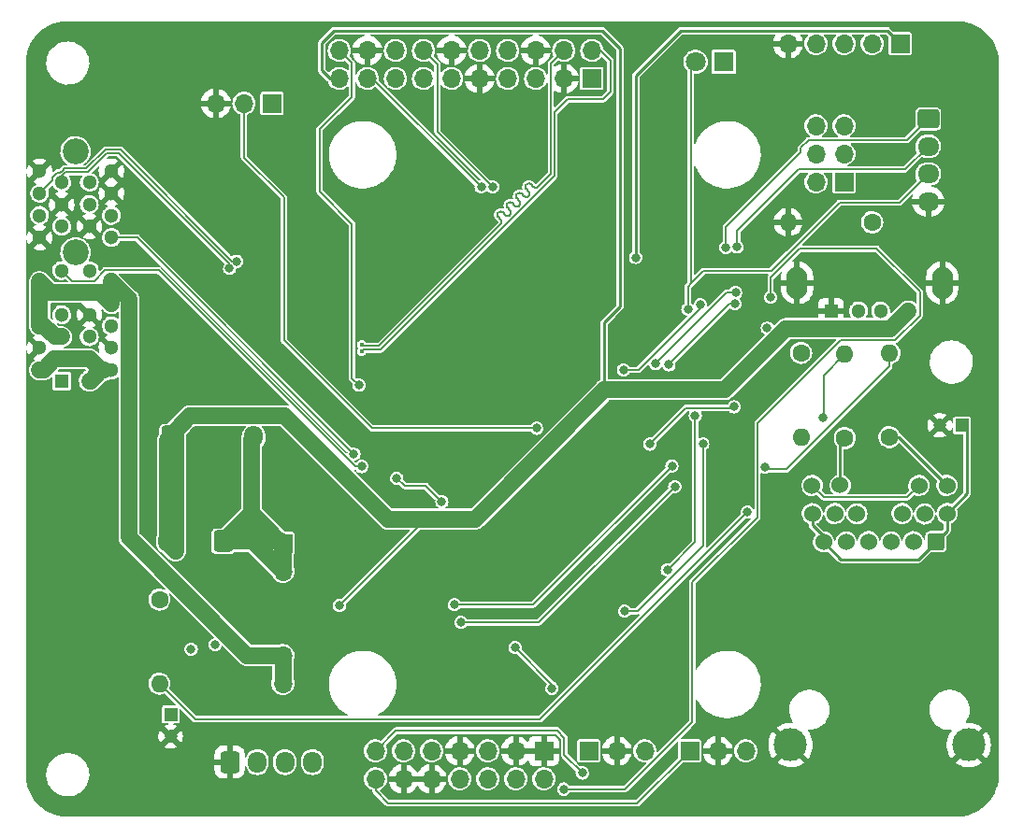
<source format=gbr>
%TF.GenerationSoftware,KiCad,Pcbnew,(5.99.0-6751-g76ac8b5acf)*%
%TF.CreationDate,2020-12-25T16:20:43-05:00*%
%TF.ProjectId,CM4_NAS,434d345f-4e41-4532-9e6b-696361645f70,rev?*%
%TF.SameCoordinates,Original*%
%TF.FileFunction,Copper,L4,Bot*%
%TF.FilePolarity,Positive*%
%FSLAX46Y46*%
G04 Gerber Fmt 4.6, Leading zero omitted, Abs format (unit mm)*
G04 Created by KiCad (PCBNEW (5.99.0-6751-g76ac8b5acf)) date 2020-12-25 16:20:44*
%MOMM*%
%LPD*%
G01*
G04 APERTURE LIST*
G04 Aperture macros list*
%AMRoundRect*
0 Rectangle with rounded corners*
0 $1 Rounding radius*
0 $2 $3 $4 $5 $6 $7 $8 $9 X,Y pos of 4 corners*
0 Add a 4 corners polygon primitive as box body*
4,1,4,$2,$3,$4,$5,$6,$7,$8,$9,$2,$3,0*
0 Add four circle primitives for the rounded corners*
1,1,$1+$1,$2,$3,0*
1,1,$1+$1,$4,$5,0*
1,1,$1+$1,$6,$7,0*
1,1,$1+$1,$8,$9,0*
0 Add four rect primitives between the rounded corners*
20,1,$1+$1,$2,$3,$4,$5,0*
20,1,$1+$1,$4,$5,$6,$7,0*
20,1,$1+$1,$6,$7,$8,$9,0*
20,1,$1+$1,$8,$9,$2,$3,0*%
G04 Aperture macros list end*
%TA.AperFunction,ComponentPad*%
%ADD10R,1.700000X1.700000*%
%TD*%
%TA.AperFunction,ComponentPad*%
%ADD11O,1.700000X1.700000*%
%TD*%
%TA.AperFunction,ComponentPad*%
%ADD12RoundRect,0.250000X-0.600000X-0.725000X0.600000X-0.725000X0.600000X0.725000X-0.600000X0.725000X0*%
%TD*%
%TA.AperFunction,ComponentPad*%
%ADD13O,1.700000X1.950000*%
%TD*%
%TA.AperFunction,ComponentPad*%
%ADD14RoundRect,0.250000X0.600000X0.725000X-0.600000X0.725000X-0.600000X-0.725000X0.600000X-0.725000X0*%
%TD*%
%TA.AperFunction,ComponentPad*%
%ADD15C,2.350000*%
%TD*%
%TA.AperFunction,ComponentPad*%
%ADD16R,1.300000X1.300000*%
%TD*%
%TA.AperFunction,ComponentPad*%
%ADD17C,1.300000*%
%TD*%
%TA.AperFunction,ComponentPad*%
%ADD18RoundRect,0.250000X-0.725000X0.600000X-0.725000X-0.600000X0.725000X-0.600000X0.725000X0.600000X0*%
%TD*%
%TA.AperFunction,ComponentPad*%
%ADD19O,1.950000X1.700000*%
%TD*%
%TA.AperFunction,ComponentPad*%
%ADD20RoundRect,0.249900X-0.600100X-0.725100X0.600100X-0.725100X0.600100X0.725100X-0.600100X0.725100X0*%
%TD*%
%TA.AperFunction,ComponentPad*%
%ADD21RoundRect,0.228600X0.533400X0.533400X-0.533400X0.533400X-0.533400X-0.533400X0.533400X-0.533400X0*%
%TD*%
%TA.AperFunction,ComponentPad*%
%ADD22C,1.524000*%
%TD*%
%TA.AperFunction,ComponentPad*%
%ADD23C,3.000000*%
%TD*%
%TA.AperFunction,ComponentPad*%
%ADD24C,1.600000*%
%TD*%
%TA.AperFunction,ComponentPad*%
%ADD25O,1.600000X1.600000*%
%TD*%
%TA.AperFunction,ComponentPad*%
%ADD26R,1.200000X1.200000*%
%TD*%
%TA.AperFunction,ComponentPad*%
%ADD27C,1.200000*%
%TD*%
%TA.AperFunction,ComponentPad*%
%ADD28O,1.900000X2.900000*%
%TD*%
%TA.AperFunction,ComponentPad*%
%ADD29R,1.800000X1.800000*%
%TD*%
%TA.AperFunction,ComponentPad*%
%ADD30C,1.800000*%
%TD*%
%TA.AperFunction,ViaPad*%
%ADD31C,0.800000*%
%TD*%
%TA.AperFunction,ViaPad*%
%ADD32C,0.450000*%
%TD*%
%TA.AperFunction,Conductor*%
%ADD33C,0.250000*%
%TD*%
%TA.AperFunction,Conductor*%
%ADD34C,0.175000*%
%TD*%
%TA.AperFunction,Conductor*%
%ADD35C,0.200000*%
%TD*%
%TA.AperFunction,Conductor*%
%ADD36C,1.500000*%
%TD*%
%TA.AperFunction,Conductor*%
%ADD37C,0.190000*%
%TD*%
G04 APERTURE END LIST*
D10*
%TO.P,J14,1,Pin_1*%
%TO.N,/Master_USB2_N*%
X164338000Y-84074000D03*
D11*
%TO.P,J14,2,Pin_2*%
%TO.N,/Master_USB2_P*%
X161798000Y-84074000D03*
%TO.P,J14,3,Pin_3*%
%TO.N,/USB2_N*%
X164338000Y-81534000D03*
%TO.P,J14,4,Pin_4*%
%TO.N,/USB2_P*%
X161798000Y-81534000D03*
%TO.P,J14,5,Pin_5*%
%TO.N,/Slave_MicroUSB_N*%
X164338000Y-78994000D03*
%TO.P,J14,6,Pin_6*%
%TO.N,/Slave_MicroUSB_P*%
X161798000Y-78994000D03*
%TD*%
D10*
%TO.P,J15,1,Pin_1*%
%TO.N,/+3.3v*%
X112550000Y-76950000D03*
D11*
%TO.P,J15,2,Pin_2*%
%TO.N,/Temp_DATA*%
X110010000Y-76950000D03*
%TO.P,J15,3,Pin_3*%
%TO.N,GND*%
X107470000Y-76950000D03*
%TD*%
D10*
%TO.P,J13,1,VBUS*%
%TO.N,/USBOTG_ID*%
X169418000Y-71540000D03*
D11*
%TO.P,J13,2,D-*%
%TO.N,/Slave_MicroUSB_N*%
X166878000Y-71540000D03*
%TO.P,J13,3,D+*%
%TO.N,/Slave_MicroUSB_P*%
X164338000Y-71540000D03*
%TO.P,J13,4,ID*%
%TO.N,Net-(J13-Pad4)*%
X161798000Y-71540000D03*
%TO.P,J13,5,GND*%
%TO.N,GND*%
X159258000Y-71540000D03*
%TD*%
D12*
%TO.P,J7,1,Pin_1*%
%TO.N,GND*%
X108712000Y-136652000D03*
D13*
%TO.P,J7,2,Pin_2*%
%TO.N,+12V*%
X111212000Y-136652000D03*
%TO.P,J7,3,Pin_3*%
%TO.N,Net-(J7-Pad3)*%
X113712000Y-136652000D03*
%TO.P,J7,4,Pin_4*%
%TO.N,Net-(J7-Pad4)*%
X116212000Y-136652000D03*
%TD*%
D14*
%TO.P,J5,1,Pin_1*%
%TO.N,+12V*%
X108120000Y-116650000D03*
D13*
%TO.P,J5,2,Pin_2*%
%TO.N,GND*%
X105620000Y-116650000D03*
%TO.P,J5,3,Pin_3*%
%TO.N,+5V*%
X103120000Y-116650000D03*
%TD*%
D15*
%TO.P,J3,19*%
%TO.N,N/C*%
X94762000Y-81308000D03*
X94762000Y-90458000D03*
D16*
%TO.P,J3,A1,nPRSNT1*%
%TO.N,Net-(J3-PadA1)*%
X93512000Y-102108000D03*
D17*
%TO.P,J3,A2,+12V*%
%TO.N,+12V*%
X91512000Y-101108000D03*
%TO.P,J3,A3,+12V*%
X93512000Y-100108000D03*
%TO.P,J3,A4,GND*%
%TO.N,GND*%
X91512000Y-99108000D03*
%TO.P,J3,A5,TCK*%
%TO.N,+3V3*%
X93512000Y-98108000D03*
%TO.P,J3,A6,TDI*%
X91512000Y-97108000D03*
%TO.P,J3,A7,TD0*%
%TO.N,Net-(J3-PadA7)*%
X93512000Y-96108000D03*
%TO.P,J3,A8,TMS*%
%TO.N,+3V3*%
X91512000Y-95108000D03*
%TO.P,J3,A9,+3.3V*%
X93512000Y-94108000D03*
%TO.P,J3,A10,+3.3V*%
X91512000Y-93108000D03*
%TO.P,J3,A11,nPERST*%
%TO.N,/PCIE_nRST*%
X93512000Y-92108000D03*
%TO.P,J3,A12,GND*%
%TO.N,GND*%
X91512000Y-89108000D03*
%TO.P,J3,A13,REFCLK+*%
%TO.N,/PCIE_CLK_P*%
X93512000Y-88108000D03*
%TO.P,J3,A14,REFCLK-*%
%TO.N,/PCIE_CLK_N*%
X91512000Y-87108000D03*
%TO.P,J3,A15,GND*%
%TO.N,GND*%
X93512000Y-86108000D03*
%TO.P,J3,A16,PERP0*%
%TO.N,/PCIE_RX_N*%
X91512000Y-85108000D03*
%TO.P,J3,A17,PERN0*%
%TO.N,/PCIE_RX_P*%
X93512000Y-84108000D03*
%TO.P,J3,A18,GND*%
%TO.N,GND*%
X91512000Y-83108000D03*
%TO.P,J3,B1,+12v*%
%TO.N,+12V*%
X96012000Y-102108000D03*
%TO.P,J3,B2,+12v*%
X98012000Y-101108000D03*
%TO.P,J3,B3,+12v*%
X96012000Y-100108000D03*
%TO.P,J3,B4,GND*%
%TO.N,GND*%
X98012000Y-99108000D03*
%TO.P,J3,B5,SMCLK*%
%TO.N,Net-(J3-PadB5)*%
X96012000Y-98108000D03*
%TO.P,J3,B6,SMDAT*%
%TO.N,Net-(J3-PadB6)*%
X98012000Y-97108000D03*
%TO.P,J3,B7,GND*%
%TO.N,GND*%
X96012000Y-96108000D03*
%TO.P,J3,B8,+3.3v*%
%TO.N,+3V3*%
X98012000Y-95108000D03*
%TO.P,J3,B9,nTRST*%
X96012000Y-94108000D03*
%TO.P,J3,B10,+3.3vAUX*%
X98012000Y-93108000D03*
%TO.P,J3,B11,nWAKE*%
%TO.N,Net-(J3-PadB11)*%
X96012000Y-92108000D03*
%TO.P,J3,B12,nCLKREQ*%
%TO.N,/PCIE_CLK_nREQ*%
X98012000Y-89108000D03*
%TO.P,J3,B13,GND*%
%TO.N,GND*%
X96012000Y-88108000D03*
%TO.P,J3,B14,PETP0*%
%TO.N,/PCIE_TX_N*%
X98012000Y-87108000D03*
%TO.P,J3,B15,PETN0*%
%TO.N,/PCIE_TX_P*%
X96012000Y-86108000D03*
%TO.P,J3,B16,GND*%
%TO.N,GND*%
X98012000Y-85108000D03*
%TO.P,J3,B17,nPRSNT2*%
%TO.N,Net-(J3-PadB17)*%
X96012000Y-84108000D03*
%TO.P,J3,B18,GND*%
%TO.N,GND*%
X98012000Y-83108000D03*
%TD*%
D18*
%TO.P,J8,1,Pin_1*%
%TO.N,/SDA*%
X171958000Y-78352000D03*
D19*
%TO.P,J8,2,Pin_2*%
%TO.N,/SCL*%
X171958000Y-80852000D03*
%TO.P,J8,3,Pin_3*%
%TO.N,/+3.3v*%
X171958000Y-83352000D03*
%TO.P,J8,4,Pin_4*%
%TO.N,GND*%
X171958000Y-85852000D03*
%TD*%
D10*
%TO.P,J6,1,Pin_1*%
%TO.N,+12V*%
X113538000Y-116840000D03*
D11*
%TO.P,J6,2,Pin_2*%
X113538000Y-119380000D03*
%TO.P,J6,3,Pin_3*%
%TO.N,GND*%
X113538000Y-121920000D03*
%TO.P,J6,4,Pin_4*%
X113538000Y-124460000D03*
%TO.P,J6,5,Pin_5*%
%TO.N,+3V3*%
X113538000Y-127000000D03*
%TO.P,J6,6,Pin_6*%
X113538000Y-129540000D03*
%TD*%
D10*
%TO.P,J11,1,Pin_1*%
%TO.N,/GLOBAL_EN*%
X150368000Y-135636000D03*
D11*
%TO.P,J11,2,Pin_2*%
%TO.N,GND*%
X152908000Y-135636000D03*
%TO.P,J11,3,Pin_3*%
%TO.N,/RUN_PG*%
X155448000Y-135636000D03*
%TD*%
D10*
%TO.P,J9,1,Pin_1*%
%TO.N,/WL_nDis*%
X141224000Y-135636000D03*
D11*
%TO.P,J9,2,Pin_2*%
%TO.N,GND*%
X143764000Y-135636000D03*
%TO.P,J9,3,Pin_3*%
%TO.N,/BT_nDis*%
X146304000Y-135636000D03*
%TD*%
D20*
%TO.P,J4,1,Pin_1*%
%TO.N,+5V*%
X103400000Y-107170000D03*
D13*
%TO.P,J4,2,Pin_2*%
%TO.N,GND*%
X105900000Y-107170000D03*
%TO.P,J4,3,Pin_3*%
X108400000Y-107170000D03*
%TO.P,J4,4,Pin_4*%
%TO.N,+12V*%
X110900000Y-107170000D03*
%TD*%
D21*
%TO.P,U4,1,TRCT2*%
%TO.N,Net-(C1-Pad1)*%
X172656000Y-116685000D03*
D22*
%TO.P,U4,2,TRD2-*%
%TO.N,/TRD2_N*%
X170616000Y-116685000D03*
%TO.P,U4,3,TRD2+*%
%TO.N,/TRD2_P*%
X168586000Y-116695000D03*
%TO.P,U4,4,TRD1+*%
%TO.N,/TRD1_P*%
X166546000Y-116675000D03*
%TO.P,U4,5,TRD1-*%
%TO.N,/TRD1_N*%
X164516000Y-116695000D03*
%TO.P,U4,6,TRCT1*%
%TO.N,Net-(C1-Pad1)*%
X162486000Y-116695000D03*
%TO.P,U4,7,TRCT3*%
X173666000Y-114135000D03*
%TO.P,U4,8,TRD3+*%
%TO.N,/TRD3_P*%
X171626000Y-114165000D03*
%TO.P,U4,9,TRD3-*%
%TO.N,/TRD3_N*%
X169596000Y-114135000D03*
%TO.P,U4,10,TRD0-*%
%TO.N,/TRD0_N*%
X165506000Y-114155000D03*
%TO.P,U4,11,TRD0+*%
%TO.N,/TRD0_P*%
X163496000Y-114135000D03*
%TO.P,U4,12,TRCT0*%
%TO.N,Net-(C1-Pad1)*%
X161466000Y-114145000D03*
%TO.P,U4,13,LEDG_A*%
%TO.N,Net-(R3-Pad1)*%
X173656000Y-111575000D03*
%TO.P,U4,14,LEDG_K*%
%TO.N,/+3.3v*%
X171116000Y-111585000D03*
%TO.P,U4,15,LEDY_A*%
%TO.N,Net-(R2-Pad1)*%
X163996000Y-111555000D03*
%TO.P,U4,16,LEDY_K*%
%TO.N,/+3.3v*%
X161456000Y-111595000D03*
D23*
%TO.P,U4,17,SHIELD*%
%TO.N,GND*%
X175636000Y-135105000D03*
%TO.P,U4,18,SHIELD*%
X159506000Y-135097000D03*
%TD*%
D24*
%TO.P,R5,1*%
%TO.N,Net-(J7-Pad3)*%
X102362000Y-121920000D03*
D25*
%TO.P,R5,2*%
%TO.N,/+3.3v*%
X102362000Y-129540000D03*
%TD*%
D26*
%TO.P,C1,1*%
%TO.N,Net-(C1-Pad1)*%
X175020000Y-106140000D03*
D27*
%TO.P,C1,2*%
%TO.N,GND*%
X173020000Y-106140000D03*
%TD*%
D10*
%TO.P,J10,1,Pin_1*%
%TO.N,GND*%
X137160000Y-135636000D03*
D11*
%TO.P,J10,2,Pin_2*%
%TO.N,/nRPIBOOT*%
X137160000Y-138176000D03*
%TO.P,J10,3,Pin_3*%
%TO.N,GND*%
X134620000Y-135636000D03*
%TO.P,J10,4,Pin_4*%
%TO.N,/EEPROM_nWP*%
X134620000Y-138176000D03*
%TO.P,J10,5,Pin_5*%
%TO.N,/AIN0*%
X132080000Y-135636000D03*
%TO.P,J10,6,Pin_6*%
%TO.N,/AIN1*%
X132080000Y-138176000D03*
%TO.P,J10,7,Pin_7*%
%TO.N,GND*%
X129540000Y-135636000D03*
%TO.P,J10,8,Pin_8*%
%TO.N,/SYNC_IN*%
X129540000Y-138176000D03*
%TO.P,J10,9,Pin_9*%
%TO.N,/SYNC_OUT*%
X127000000Y-135636000D03*
%TO.P,J10,10,Pin_10*%
%TO.N,GND*%
X127000000Y-138176000D03*
%TO.P,J10,11,Pin_11*%
%TO.N,/TV_OUT*%
X124460000Y-135636000D03*
%TO.P,J10,12,Pin_12*%
%TO.N,GND*%
X124460000Y-138176000D03*
%TO.P,J10,13,Pin_13*%
%TO.N,Net-(J10-Pad13)*%
X121920000Y-135636000D03*
%TO.P,J10,14,Pin_14*%
%TO.N,/GLOBAL_EN*%
X121920000Y-138176000D03*
%TD*%
D24*
%TO.P,R1,1*%
%TO.N,Net-(D1-Pad1)*%
X160460000Y-99570000D03*
D25*
%TO.P,R1,2*%
%TO.N,Net-(Module1-Pad21)*%
X160460000Y-107190000D03*
%TD*%
D24*
%TO.P,R4,1*%
%TO.N,/USBOTG_ID*%
X166890000Y-87730000D03*
D25*
%TO.P,R4,2*%
%TO.N,GND*%
X159270000Y-87730000D03*
%TD*%
D17*
%TO.P,J1,1,VBUS*%
%TO.N,+5V*%
X170158000Y-95758000D03*
%TO.P,J1,2,D-*%
%TO.N,/Master_USB2_N*%
X167658000Y-95758000D03*
%TO.P,J1,3,D+*%
%TO.N,/Master_USB2_P*%
X165658000Y-95758000D03*
D16*
%TO.P,J1,4,GND*%
%TO.N,GND*%
X163158000Y-95758000D03*
D28*
%TO.P,J1,5,Shield*%
X173228000Y-93218000D03*
X160088000Y-93218000D03*
%TD*%
D26*
%TO.P,C2,1*%
%TO.N,/+3.3v*%
X103378000Y-132334000D03*
D27*
%TO.P,C2,2*%
%TO.N,GND*%
X103378000Y-134334000D03*
%TD*%
D24*
%TO.P,R3,1*%
%TO.N,Net-(R3-Pad1)*%
X168450000Y-107200000D03*
D25*
%TO.P,R3,2*%
%TO.N,/ETH_LEDG*%
X168450000Y-99580000D03*
%TD*%
D11*
%TO.P,J2,1,D2+*%
%TO.N,/HDMI0_D2_P*%
X141500000Y-72160000D03*
%TO.P,J2,2,D2S*%
%TO.N,GND*%
X138960000Y-74700000D03*
%TO.P,J2,3,D2-*%
%TO.N,/HDMI0_D2_N*%
X138960000Y-72160000D03*
%TO.P,J2,4,D1+*%
%TO.N,/HDMI0_D1_P*%
X136420000Y-74700000D03*
%TO.P,J2,5,D1S*%
%TO.N,GND*%
X136420000Y-72160000D03*
%TO.P,J2,6,D1-*%
%TO.N,/HDMI0_D1_N*%
X133880000Y-74700000D03*
%TO.P,J2,7,D0+*%
%TO.N,/HDMI0_D0_P*%
X133880000Y-72160000D03*
%TO.P,J2,8,D0S*%
%TO.N,GND*%
X131340000Y-74700000D03*
%TO.P,J2,9,D0-*%
%TO.N,/HDMI0_D0_N*%
X131340000Y-72160000D03*
%TO.P,J2,10,CK+*%
%TO.N,/HDMI0_CK_P*%
X128800000Y-74700000D03*
%TO.P,J2,11,CKS*%
%TO.N,GND*%
X128800000Y-72160000D03*
%TO.P,J2,12,CK-*%
%TO.N,/HDMI0_CK_N*%
X126260000Y-74700000D03*
%TO.P,J2,13,CEC*%
%TO.N,/HDMI0_CEC*%
X126260000Y-72160000D03*
%TO.P,J2,14,UTILITY/HEAC+*%
%TO.N,Net-(J2-Pad14)*%
X123720000Y-74700000D03*
%TO.P,J2,15,SCL*%
%TO.N,/HDMI0_SCL*%
X123720000Y-72160000D03*
%TO.P,J2,16,SDA*%
%TO.N,/HDMI0_SDA*%
X121180000Y-74700000D03*
%TO.P,J2,17,GND*%
%TO.N,GND*%
X121180000Y-72160000D03*
%TO.P,J2,18,+5V*%
%TO.N,+5V*%
X118640000Y-74700000D03*
%TO.P,J2,19,HPD/HEAC-*%
%TO.N,/HDMI0_HOTPLUG*%
X118640000Y-72160000D03*
D10*
%TO.P,J2,20*%
%TO.N,N/C*%
X141500000Y-74700000D03*
%TD*%
D29*
%TO.P,D1,1,K*%
%TO.N,Net-(D1-Pad1)*%
X153440000Y-73196000D03*
D30*
%TO.P,D1,2,A*%
%TO.N,/+3.3v*%
X150900000Y-73196000D03*
%TD*%
D24*
%TO.P,R2,1*%
%TO.N,Net-(R2-Pad1)*%
X164420000Y-107280000D03*
D25*
%TO.P,R2,2*%
%TO.N,/ETH_LEDY*%
X164420000Y-99660000D03*
%TD*%
D31*
%TO.N,GND*%
X153840000Y-107740000D03*
X109410000Y-101310000D03*
X151350000Y-99330000D03*
X135850000Y-80380000D03*
X156540000Y-115540000D03*
X115280000Y-96100000D03*
X144640000Y-104830000D03*
X120230000Y-107430000D03*
X123950000Y-95070000D03*
X157560000Y-112860000D03*
X148430000Y-97390000D03*
X118440000Y-89260000D03*
X101500000Y-95460000D03*
X126750000Y-89000000D03*
X114550000Y-112270000D03*
X146350000Y-101520000D03*
X169570000Y-111020000D03*
X120960000Y-77540000D03*
X166670000Y-115160000D03*
X120520000Y-103900000D03*
X153880000Y-109750000D03*
X123150000Y-120520000D03*
X174470000Y-116140000D03*
X120920000Y-124420000D03*
X172600000Y-112740000D03*
X160620000Y-118280000D03*
X159650000Y-114710000D03*
X110440000Y-96090000D03*
X119000000Y-116260000D03*
X126330000Y-77610000D03*
X104240000Y-89350000D03*
X166480000Y-111930000D03*
%TO.N,/+3.3v*%
X150210000Y-95610000D03*
X155580000Y-114000000D03*
%TO.N,+5V*%
X157390001Y-97309999D03*
X118660000Y-122450000D03*
X166426001Y-97358001D03*
X162991999Y-97358001D03*
X168071999Y-97358001D03*
X103210000Y-114050000D03*
X103200000Y-110240000D03*
X164261999Y-97358001D03*
X159190000Y-97350000D03*
X160460000Y-97350000D03*
X103600000Y-112100000D03*
X169153000Y-96763000D03*
%TO.N,/HDMI0_HOTPLUG*%
X120420000Y-102500000D03*
%TO.N,/HDMI0_SDA*%
X131490000Y-84540000D03*
%TO.N,/HDMI0_CEC*%
X132530000Y-84520000D03*
D32*
%TO.N,/HDMI0_D2_N*%
X120680000Y-98817800D03*
%TO.N,/HDMI0_D2_P*%
X120680000Y-99420200D03*
D31*
%TO.N,/PCIE_CLK_nREQ*%
X119970000Y-108740000D03*
%TO.N,+12V*%
X110810000Y-110280000D03*
X110720000Y-112830000D03*
X109845000Y-114925000D03*
%TO.N,/PCIE_RX_P*%
X108706498Y-91913502D03*
%TO.N,/PCIE_RX_N*%
X109353502Y-91266498D03*
%TO.N,/PCIE_nRST*%
X120657500Y-109870000D03*
%TO.N,/SDA*%
X153650000Y-90010000D03*
X105230653Y-126420653D03*
%TO.N,/SCL*%
X107405405Y-126004595D03*
X154660000Y-89970000D03*
%TO.N,/BT_nDis*%
X154462510Y-95108348D03*
X144470000Y-122970000D03*
X151557500Y-107830000D03*
X148490000Y-100650000D03*
%TO.N,/WL_nDis*%
X154380000Y-104460000D03*
X146740000Y-107840000D03*
%TO.N,/GLOBAL_EN*%
X147260000Y-100550000D03*
X150870000Y-105240000D03*
X148340000Y-119250000D03*
X154520000Y-94110000D03*
%TO.N,Net-(J10-Pad13)*%
X140640000Y-137640000D03*
%TO.N,/TV_OUT*%
X123850000Y-110920000D03*
X127930000Y-113070000D03*
%TO.N,/SYNC_OUT*%
X148760000Y-109820000D03*
X129050000Y-122390000D03*
%TO.N,/SYNC_IN*%
X129660000Y-123990000D03*
X149020000Y-111680000D03*
%TO.N,/nRPIBOOT*%
X138960000Y-139100000D03*
X157690000Y-94520000D03*
%TO.N,/RUN_PG*%
X134550000Y-126270000D03*
X144370000Y-101120000D03*
X151330000Y-95206500D03*
X137900000Y-129960000D03*
%TO.N,/USBOTG_ID*%
X145470000Y-90920000D03*
%TO.N,/Temp_DATA*%
X136500000Y-106400000D03*
%TO.N,/ETH_LEDY*%
X162460000Y-105440000D03*
%TO.N,/ETH_LEDG*%
X157199999Y-109940000D03*
%TD*%
D33*
%TO.N,Net-(C1-Pad1)*%
X173670000Y-115671000D02*
X173670000Y-114139000D01*
X164071000Y-118280000D02*
X171061000Y-118280000D01*
X172656000Y-116685000D02*
X173670000Y-115671000D01*
X161466000Y-115183314D02*
X162486000Y-116203314D01*
X173670000Y-114139000D02*
X173666000Y-114135000D01*
X162486000Y-116695000D02*
X164071000Y-118280000D01*
X173666000Y-114135000D02*
X175470000Y-112331000D01*
X161466000Y-114145000D02*
X161466000Y-115183314D01*
X175470000Y-112331000D02*
X175470000Y-106590000D01*
X162486000Y-116203314D02*
X162486000Y-116695000D01*
X171061000Y-118280000D02*
X172656000Y-116685000D01*
X175470000Y-106590000D02*
X175020000Y-106140000D01*
D34*
%TO.N,/+3.3v*%
X169350000Y-85960000D02*
X171958000Y-83352000D01*
D35*
X136810999Y-132769001D02*
X155580000Y-114000000D01*
D34*
X151590000Y-92150000D02*
X157740000Y-92150000D01*
X161456000Y-111595000D02*
X162511000Y-112650000D01*
X170051000Y-112650000D02*
X171116000Y-111585000D01*
X150480000Y-73616000D02*
X150900000Y-73196000D01*
X150480000Y-93260000D02*
X151590000Y-92150000D01*
X150210000Y-95610000D02*
X150210000Y-93550000D01*
X157740000Y-92150000D02*
X163930000Y-85960000D01*
D35*
X105591001Y-132769001D02*
X136810999Y-132769001D01*
D34*
X150480000Y-93280000D02*
X150480000Y-73616000D01*
X150210000Y-93550000D02*
X150480000Y-93280000D01*
X150480000Y-93280000D02*
X150480000Y-93260000D01*
D35*
X102362000Y-129540000D02*
X105591001Y-132769001D01*
D34*
X163930000Y-85960000D02*
X169350000Y-85960000D01*
X162511000Y-112650000D02*
X170051000Y-112650000D01*
D36*
%TO.N,+5V*%
X103120000Y-110240000D02*
X103120000Y-107450000D01*
X159190000Y-97350000D02*
X160460000Y-97350000D01*
X164568001Y-97358001D02*
X164576002Y-97350000D01*
X103819990Y-106579412D02*
X105154412Y-105244990D01*
X164889999Y-97358001D02*
X166426001Y-97358001D01*
X166889999Y-97358001D02*
X168071999Y-97358001D01*
X168566000Y-97350000D02*
X169153000Y-96763000D01*
D33*
X117040000Y-73959002D02*
X117040000Y-71500000D01*
D36*
X103120000Y-114050000D02*
X103120000Y-110240000D01*
X103819990Y-112080010D02*
X103819990Y-106579412D01*
D35*
X118660000Y-122450000D02*
X126480000Y-114630000D01*
X126480000Y-114630000D02*
X126610000Y-114630000D01*
D36*
X103120000Y-116650000D02*
X103120000Y-114050000D01*
D33*
X144040000Y-95400000D02*
X142610000Y-96830000D01*
D36*
X164881998Y-97350000D02*
X164889999Y-97358001D01*
X166426001Y-97358001D02*
X166434002Y-97350000D01*
D33*
X117780998Y-74700000D02*
X117040000Y-73959002D01*
D36*
X161730000Y-97350000D02*
X161739998Y-97350000D01*
X103819990Y-117520588D02*
X103819990Y-112080010D01*
X103120000Y-116650000D02*
X103120000Y-116820598D01*
X164576002Y-97350000D02*
X164881998Y-97350000D01*
D33*
X118160000Y-70380000D02*
X142470000Y-70380000D01*
D36*
X166881998Y-97350000D02*
X166889999Y-97358001D01*
X153520000Y-102910000D02*
X159060000Y-97370000D01*
D33*
X118640000Y-74700000D02*
X117780998Y-74700000D01*
D36*
X164261999Y-97358001D02*
X164568001Y-97358001D01*
X162991999Y-97358001D02*
X164261999Y-97358001D01*
D33*
X144040000Y-71950000D02*
X144040000Y-95400000D01*
X117040000Y-71500000D02*
X118160000Y-70380000D01*
D36*
X168434002Y-97350000D02*
X168566000Y-97350000D01*
X105154412Y-105244990D02*
X113664970Y-105244990D01*
X168426001Y-97358001D02*
X168434002Y-97350000D01*
X166434002Y-97350000D02*
X166881998Y-97350000D01*
X126610000Y-114630000D02*
X130940000Y-114630000D01*
X160460000Y-97350000D02*
X161730000Y-97350000D01*
D33*
X142610000Y-96830000D02*
X142610000Y-102990000D01*
D36*
X103120000Y-116820598D02*
X103819990Y-117520588D01*
X169153000Y-96763000D02*
X170158000Y-95758000D01*
X168071999Y-97358001D02*
X168426001Y-97358001D01*
X161739998Y-97350000D02*
X161747999Y-97358001D01*
X103120000Y-107450000D02*
X103400000Y-107170000D01*
X161747999Y-97358001D02*
X162991999Y-97358001D01*
X142660000Y-102910000D02*
X153520000Y-102910000D01*
X113664970Y-105244990D02*
X123049980Y-114630000D01*
X103120000Y-116650000D02*
X103120000Y-116479402D01*
X123049980Y-114630000D02*
X126610000Y-114630000D01*
X130940000Y-114630000D02*
X142660000Y-102910000D01*
D33*
X142470000Y-70380000D02*
X144040000Y-71950000D01*
D34*
%TO.N,/HDMI0_HOTPLUG*%
X116870000Y-79280000D02*
X119777501Y-76372499D01*
X119777501Y-76372499D02*
X119777501Y-73297501D01*
X119790099Y-101870099D02*
X119790099Y-87870099D01*
X119790099Y-87870099D02*
X116870000Y-84950000D01*
X120420000Y-102500000D02*
X119790099Y-101870099D01*
X119777501Y-73297501D02*
X118640000Y-72160000D01*
X116870000Y-84950000D02*
X116870000Y-79280000D01*
%TO.N,/HDMI0_SDA*%
X131490000Y-84540000D02*
X121650000Y-74700000D01*
X121650000Y-74700000D02*
X121180000Y-74700000D01*
%TO.N,/HDMI0_CEC*%
X127520000Y-79510000D02*
X127520000Y-73420000D01*
X127520000Y-73420000D02*
X126260000Y-72160000D01*
X132530000Y-84520000D02*
X127520000Y-79510000D01*
%TO.N,/HDMI0_D2_N*%
X136403524Y-84605227D02*
X136470703Y-84605227D01*
X134952188Y-85792037D02*
X134731054Y-85570903D01*
X135890797Y-84227078D02*
X135951323Y-84256225D01*
X134773647Y-86302283D02*
X134839141Y-86287334D01*
X135537696Y-84669852D02*
X135508549Y-84609326D01*
X135622175Y-85453755D02*
X135687669Y-85438806D01*
X133796544Y-86240888D02*
X133796544Y-86173709D01*
X134174693Y-86951781D02*
X134189642Y-86886287D01*
X133326165Y-87602142D02*
X133297018Y-87541616D01*
X136338030Y-84590278D02*
X136403524Y-84605227D01*
X133458262Y-86843695D02*
X133679397Y-87064830D01*
X134061068Y-85909185D02*
X134128247Y-85909185D01*
X133882526Y-85995167D02*
X133935048Y-85953281D01*
X135102795Y-85104753D02*
X135155318Y-85146639D01*
X133731920Y-87106715D02*
X133792446Y-87135862D01*
X134103661Y-87064830D02*
X134145546Y-87012307D01*
X133255133Y-87913358D02*
X133297018Y-87860835D01*
X134899667Y-86258187D02*
X134952189Y-86216302D01*
X133840640Y-86366908D02*
X133811493Y-86306382D01*
X134645072Y-85392360D02*
X134645072Y-85325181D01*
X134174693Y-86753614D02*
X134145546Y-86693088D01*
X133147046Y-86772662D02*
X133212540Y-86757713D01*
X133857940Y-87150811D02*
X133925119Y-87150811D01*
X136470703Y-84605227D02*
X136536197Y-84590278D01*
X135537696Y-84350633D02*
X135579582Y-84298111D01*
X122213192Y-98955300D02*
X133255133Y-87913358D01*
X135579582Y-84722375D02*
X135537696Y-84669852D01*
X134994074Y-85844560D02*
X134952188Y-85792037D01*
X136596723Y-84561131D02*
X136649246Y-84519246D01*
X134145546Y-87012307D02*
X134174693Y-86951781D01*
X134952189Y-86216302D02*
X134994074Y-86163779D01*
X133405739Y-86801809D02*
X133458262Y-86843695D01*
X132948016Y-87089416D02*
X132948016Y-87022237D01*
X134976775Y-85060657D02*
X135042269Y-85075606D01*
X135023221Y-85905086D02*
X134994074Y-85844560D01*
X135800716Y-84943509D02*
X135579582Y-84722375D01*
X133255132Y-87489093D02*
X133033998Y-87267959D01*
X133341114Y-87667636D02*
X133326165Y-87602142D01*
X133341114Y-87734815D02*
X133341114Y-87667636D01*
X134145546Y-86693088D02*
X134103660Y-86640565D01*
X135038170Y-85970580D02*
X135023221Y-85905086D01*
X134189642Y-86819108D02*
X134174693Y-86753614D01*
X134193741Y-85924134D02*
X134254267Y-85953281D01*
X133086520Y-86801809D02*
X133147046Y-86772662D01*
X135554996Y-85453755D02*
X135622175Y-85453755D01*
X134527925Y-86216302D02*
X134580448Y-86258187D01*
X133297018Y-87860835D02*
X133326165Y-87800309D01*
X134839141Y-86287334D02*
X134899667Y-86258187D01*
X135428976Y-85409659D02*
X135489502Y-85438806D01*
X135493600Y-84476653D02*
X135508549Y-84411159D01*
X135871749Y-85254725D02*
X135886698Y-85189231D01*
X133990613Y-87135862D02*
X134051139Y-87106715D01*
X137796300Y-73323700D02*
X138960000Y-72160000D01*
X134909596Y-85060657D02*
X134976775Y-85060657D01*
X135508549Y-84609326D02*
X135493600Y-84543832D01*
X134660021Y-85457854D02*
X134645072Y-85392360D01*
X135842602Y-84996032D02*
X135800716Y-84943509D01*
X135042269Y-85075606D02*
X135102795Y-85104753D01*
X135951323Y-84256225D02*
X136003846Y-84298111D01*
X133345213Y-86772662D02*
X133405739Y-86801809D01*
X133995574Y-85924134D02*
X134061068Y-85909185D01*
X134306790Y-85995167D02*
X134527925Y-86216302D01*
X133792446Y-87135862D02*
X133857940Y-87150811D01*
X135155318Y-85146639D02*
X135376453Y-85367774D01*
X134254267Y-85953281D02*
X134306790Y-85995167D01*
X132962965Y-86956743D02*
X132992112Y-86896217D01*
X133279719Y-86757713D02*
X133345213Y-86772662D01*
X134994074Y-86163779D02*
X135023221Y-86103253D01*
X135687669Y-85438806D02*
X135748195Y-85409659D01*
X132992112Y-86896217D02*
X133033998Y-86843695D01*
X135493600Y-84543832D02*
X135493600Y-84476653D01*
X135579582Y-84298111D02*
X135632104Y-84256225D01*
X135842602Y-85315251D02*
X135871749Y-85254725D01*
X134731054Y-85570903D02*
X134689168Y-85518380D01*
X120817500Y-98955300D02*
X122213192Y-98955300D01*
X134783576Y-85104753D02*
X134844102Y-85075606D01*
X135758124Y-84212129D02*
X135825303Y-84212129D01*
X135886698Y-85189231D02*
X135886698Y-85122052D01*
X134128247Y-85909185D02*
X134193741Y-85924134D01*
X134706468Y-86302283D02*
X134773647Y-86302283D01*
X135748195Y-85409659D02*
X135800717Y-85367774D01*
X133935048Y-85953281D02*
X133995574Y-85924134D01*
X135692630Y-84227078D02*
X135758124Y-84212129D01*
X135871749Y-85056558D02*
X135842602Y-84996032D01*
X133297018Y-87541616D02*
X133255132Y-87489093D01*
X133811493Y-86306382D02*
X133796544Y-86240888D01*
X134731054Y-85146639D02*
X134783576Y-85104753D01*
X134645072Y-85325181D02*
X134660021Y-85259687D01*
X132962965Y-87154910D02*
X132948016Y-87089416D01*
X135632104Y-84256225D02*
X135692630Y-84227078D01*
X135489502Y-85438806D02*
X135554996Y-85453755D01*
X134580448Y-86258187D02*
X134640974Y-86287334D01*
X134051139Y-87106715D02*
X134103661Y-87064830D01*
X133840640Y-86047689D02*
X133882526Y-85995167D01*
X134689168Y-85199161D02*
X134731054Y-85146639D01*
X133811493Y-86108215D02*
X133840640Y-86047689D01*
X134689168Y-85518380D02*
X134660021Y-85457854D01*
X133882526Y-86419431D02*
X133840640Y-86366908D01*
X136224981Y-84519246D02*
X136277504Y-84561131D01*
X136277504Y-84561131D02*
X136338030Y-84590278D01*
X134844102Y-85075606D02*
X134909596Y-85060657D01*
X136003846Y-84298111D02*
X136224981Y-84519246D01*
X133925119Y-87150811D02*
X133990613Y-87135862D01*
X135376453Y-85367774D02*
X135428976Y-85409659D01*
X135800717Y-85367774D02*
X135842602Y-85315251D01*
X135886698Y-85122052D02*
X135871749Y-85056558D01*
X136536197Y-84590278D02*
X136596723Y-84561131D01*
X132948016Y-87022237D02*
X132962965Y-86956743D01*
X133796544Y-86173709D02*
X133811493Y-86108215D01*
X134660021Y-85259687D02*
X134689168Y-85199161D01*
X134103660Y-86640565D02*
X133882526Y-86419431D01*
X135023221Y-86103253D02*
X135038170Y-86037759D01*
X134640974Y-86287334D02*
X134706468Y-86302283D01*
X120680000Y-98817800D02*
X120817500Y-98955300D01*
X135825303Y-84212129D02*
X135890797Y-84227078D01*
X133679397Y-87064830D02*
X133731920Y-87106715D01*
X133033998Y-86843695D02*
X133086520Y-86801809D01*
X135508549Y-84411159D02*
X135537696Y-84350633D01*
X134189642Y-86886287D02*
X134189642Y-86819108D01*
X133212540Y-86757713D02*
X133279719Y-86757713D01*
X133033998Y-87267959D02*
X132992112Y-87215436D01*
X133326165Y-87800309D02*
X133341114Y-87734815D01*
X132992112Y-87215436D02*
X132962965Y-87154910D01*
X137796300Y-83372192D02*
X137796300Y-73323700D01*
X135038170Y-86037759D02*
X135038170Y-85970580D01*
X136649246Y-84519246D02*
X137796300Y-83372192D01*
%TO.N,/HDMI0_D2_P*%
X142510000Y-76590000D02*
X143200000Y-75900000D01*
X139283700Y-76590000D02*
X142510000Y-76590000D01*
X120680000Y-99420200D02*
X120817500Y-99282700D01*
X143200000Y-73060000D02*
X142300000Y-72160000D01*
X142300000Y-72160000D02*
X141500000Y-72160000D01*
X138123700Y-83507808D02*
X138123700Y-77750000D01*
X120817500Y-99282700D02*
X122348808Y-99282700D01*
X122348808Y-99282700D02*
X138123700Y-83507808D01*
X143200000Y-75900000D02*
X143200000Y-73060000D01*
X138123700Y-77750000D02*
X139283700Y-76590000D01*
%TO.N,/PCIE_CLK_nREQ*%
X100338000Y-89108000D02*
X98012000Y-89108000D01*
X119970000Y-108740000D02*
X100338000Y-89108000D01*
D36*
%TO.N,+12V*%
X110690000Y-107380000D02*
X110900000Y-107170000D01*
X113538000Y-119380000D02*
X110808000Y-116650000D01*
X113348000Y-116650000D02*
X113538000Y-116840000D01*
X91868482Y-101108000D02*
X91512000Y-101108000D01*
X109845000Y-114925000D02*
X110690000Y-114080000D01*
X93512000Y-100108000D02*
X92868482Y-100108000D01*
X110690000Y-116532000D02*
X110808000Y-116650000D01*
X113538000Y-116840000D02*
X113538000Y-119380000D01*
X110240000Y-116650000D02*
X113348000Y-116650000D01*
X110690000Y-114080000D02*
X110690000Y-112830000D01*
X108120000Y-116650000D02*
X110240000Y-116650000D01*
X110690000Y-112830000D02*
X110690000Y-110290000D01*
X96012000Y-100108000D02*
X93512000Y-100108000D01*
X110690000Y-114080000D02*
X113450000Y-116840000D01*
X110808000Y-116650000D02*
X110240000Y-116650000D01*
X113450000Y-116840000D02*
X113538000Y-116840000D01*
X97054000Y-101150000D02*
X97350000Y-101150000D01*
X92868482Y-100108000D02*
X91868482Y-101108000D01*
X110690000Y-114080000D02*
X110690000Y-116532000D01*
X96096000Y-102108000D02*
X97054000Y-101150000D01*
X110690000Y-110290000D02*
X110690000Y-107380000D01*
X96012000Y-100108000D02*
X97054000Y-101150000D01*
X108120000Y-116650000D02*
X109845000Y-114925000D01*
X96012000Y-102108000D02*
X96096000Y-102108000D01*
D37*
%TO.N,/PCIE_RX_P*%
X98686832Y-81462500D02*
X97587500Y-81462500D01*
X97587500Y-81462500D02*
X95880000Y-83170000D01*
X93881336Y-83170000D02*
X93512000Y-83539336D01*
X108706498Y-91482166D02*
X98686832Y-81462500D01*
X108706498Y-91913502D02*
X108706498Y-91482166D01*
X93512000Y-83539336D02*
X93512000Y-84108000D01*
X95880000Y-83170000D02*
X93881336Y-83170000D01*
%TO.N,/PCIE_RX_N*%
X92651999Y-83968001D02*
X91512000Y-85108000D01*
X95753662Y-82864990D02*
X93754997Y-82864990D01*
X98991842Y-81336161D02*
X98813171Y-81157490D01*
X97461161Y-81157490D02*
X95753662Y-82864990D01*
X108922166Y-91266498D02*
X98991842Y-81336174D01*
X93754997Y-82864990D02*
X93576326Y-83043661D01*
X93099199Y-83247999D02*
X92651999Y-83695199D01*
X98813171Y-81157490D02*
X97461161Y-81157490D01*
X93576326Y-83043661D02*
X93576326Y-83043674D01*
X109353502Y-91266498D02*
X108922166Y-91266498D01*
X93576326Y-83043674D02*
X93372001Y-83247999D01*
X98991842Y-81336174D02*
X98991842Y-81336161D01*
X92651999Y-83695199D02*
X92651999Y-83968001D01*
X93372001Y-83247999D02*
X93099199Y-83247999D01*
D34*
%TO.N,/PCIE_nRST*%
X102282989Y-92070491D02*
X97437011Y-92070491D01*
X120082498Y-109870000D02*
X102282989Y-92070491D01*
X120657500Y-109870000D02*
X120082498Y-109870000D01*
X94449501Y-93045501D02*
X93512000Y-92108000D01*
X97437011Y-92070491D02*
X96462001Y-93045501D01*
X96462001Y-93045501D02*
X94449501Y-93045501D01*
D36*
%TO.N,+3V3*%
X98012000Y-95108000D02*
X97012000Y-94108000D01*
X110310000Y-127000000D02*
X111889998Y-127000000D01*
X99612001Y-116302001D02*
X110310000Y-127000000D01*
X91512000Y-97108000D02*
X91880002Y-97108000D01*
X91880002Y-97108000D02*
X92880002Y-98108000D01*
X98012000Y-93108000D02*
X99612001Y-94708001D01*
X92512000Y-94108000D02*
X93512000Y-94108000D01*
X91512000Y-93108000D02*
X92512000Y-94108000D01*
X111889998Y-127000000D02*
X113538000Y-127000000D01*
X99612001Y-94708001D02*
X99612001Y-116302001D01*
X92880002Y-98108000D02*
X93512000Y-98108000D01*
X96012000Y-94108000D02*
X93512000Y-94108000D01*
X97012000Y-94108000D02*
X96012000Y-94108000D01*
X91512000Y-93108000D02*
X91512000Y-95108000D01*
X98012000Y-93108000D02*
X98012000Y-95108000D01*
X113538000Y-129540000D02*
X113538000Y-127000000D01*
X91512000Y-95108000D02*
X91512000Y-97108000D01*
D34*
%TO.N,/SDA*%
X170020000Y-80290000D02*
X161130000Y-80290000D01*
X153650000Y-88124298D02*
X153650000Y-90010000D01*
X161130000Y-80290000D02*
X160420000Y-81000000D01*
X160420000Y-81000000D02*
X160420000Y-81354298D01*
X160420000Y-81354298D02*
X153650000Y-88124298D01*
X171958000Y-78352000D02*
X170020000Y-80290000D01*
%TO.N,/SCL*%
X169873510Y-82936490D02*
X160253510Y-82936490D01*
X160253510Y-82936490D02*
X154660000Y-88530000D01*
X154660000Y-88530000D02*
X154660000Y-89970000D01*
X171958000Y-80852000D02*
X169873510Y-82936490D01*
%TO.N,/BT_nDis*%
X151557500Y-117050002D02*
X145637502Y-122970000D01*
X145637502Y-122970000D02*
X144470000Y-122970000D01*
X154462510Y-95108348D02*
X154001652Y-95108348D01*
X148490000Y-100620000D02*
X148490000Y-100650000D01*
X154001652Y-95108348D02*
X148490000Y-100620000D01*
X151557500Y-107830000D02*
X151557500Y-117050002D01*
%TO.N,/WL_nDis*%
X150027501Y-104552499D02*
X154287501Y-104552499D01*
X154287501Y-104552499D02*
X154380000Y-104460000D01*
X146740000Y-107840000D02*
X150027501Y-104552499D01*
%TO.N,/GLOBAL_EN*%
X150870000Y-116720000D02*
X148340000Y-119250000D01*
X121920000Y-139230000D02*
X123070000Y-140380000D01*
X121920000Y-138176000D02*
X121920000Y-139230000D01*
X150870000Y-105240000D02*
X150870000Y-116720000D01*
X153700000Y-94110000D02*
X147260000Y-100550000D01*
X145624000Y-140380000D02*
X150368000Y-135636000D01*
X154520000Y-94110000D02*
X153700000Y-94110000D01*
X123070000Y-140380000D02*
X145624000Y-140380000D01*
D35*
%TO.N,Net-(J10-Pad13)*%
X140640000Y-137640000D02*
X139020000Y-136020000D01*
X138370000Y-133800000D02*
X123756000Y-133800000D01*
X123756000Y-133800000D02*
X121920000Y-135636000D01*
X139020000Y-134450000D02*
X138370000Y-133800000D01*
X139020000Y-136020000D02*
X139020000Y-134450000D01*
D34*
%TO.N,/TV_OUT*%
X126490000Y-111630000D02*
X124560000Y-111630000D01*
X127930000Y-113070000D02*
X126490000Y-111630000D01*
X124560000Y-111630000D02*
X123850000Y-110920000D01*
%TO.N,/SYNC_OUT*%
X136190000Y-122390000D02*
X148760000Y-109820000D01*
X129050000Y-122390000D02*
X136190000Y-122390000D01*
%TO.N,/SYNC_IN*%
X129660000Y-123990000D02*
X136710000Y-123990000D01*
X136710000Y-123990000D02*
X149020000Y-111680000D01*
%TO.N,/nRPIBOOT*%
X144523502Y-139100000D02*
X150617499Y-133006003D01*
X164074987Y-98395511D02*
X168987749Y-98395511D01*
X156512499Y-107507501D02*
X156512499Y-105957999D01*
X156512499Y-105957999D02*
X164074987Y-98395511D01*
X150617499Y-120347499D02*
X156512499Y-114452499D01*
X160300344Y-90120000D02*
X157690000Y-92730344D01*
X171195509Y-96187751D02*
X171195509Y-94025509D01*
X150617499Y-133006003D02*
X150617499Y-124662501D01*
X171195509Y-94025509D02*
X167290000Y-90120000D01*
X150617499Y-124662501D02*
X150617499Y-120347499D01*
X167290000Y-90120000D02*
X160300344Y-90120000D01*
X138960000Y-139100000D02*
X144523502Y-139100000D01*
X156512499Y-114452499D02*
X156512499Y-107507501D01*
X168987749Y-98395511D02*
X171195509Y-96187751D01*
X157690000Y-92730344D02*
X157690000Y-94520000D01*
%TO.N,/RUN_PG*%
X151330000Y-95206500D02*
X151330000Y-95507502D01*
X137900000Y-129620000D02*
X137900000Y-129960000D01*
X145717502Y-101120000D02*
X144370000Y-101120000D01*
X134550000Y-126270000D02*
X137900000Y-129620000D01*
X151330000Y-95507502D02*
X145717502Y-101120000D01*
D33*
%TO.N,/USBOTG_ID*%
X145470000Y-74420000D02*
X145470000Y-90920000D01*
X169418000Y-71540000D02*
X168242999Y-70364999D01*
X149525001Y-70364999D02*
X145470000Y-74420000D01*
X168242999Y-70364999D02*
X149525001Y-70364999D01*
D34*
%TO.N,/Temp_DATA*%
X110010000Y-81860000D02*
X110010000Y-76950000D01*
X121620000Y-106400000D02*
X113630000Y-98410000D01*
X113630000Y-85480000D02*
X110010000Y-81860000D01*
X113630000Y-98410000D02*
X113630000Y-85480000D01*
X136500000Y-106400000D02*
X121620000Y-106400000D01*
%TO.N,/ETH_LEDY*%
X164420000Y-99660000D02*
X162480000Y-101600000D01*
X162480000Y-105420000D02*
X162460000Y-105440000D01*
X162480000Y-101600000D02*
X162480000Y-105420000D01*
%TO.N,/ETH_LEDG*%
X168450000Y-100809502D02*
X159129502Y-110130000D01*
X159129502Y-110130000D02*
X157385400Y-110130000D01*
X157385400Y-110125401D02*
X157199999Y-109940000D01*
X168450000Y-99580000D02*
X168450000Y-100809502D01*
X157385400Y-110130000D02*
X157385400Y-110125401D01*
D33*
%TO.N,Net-(R2-Pad1)*%
X163996000Y-111555000D02*
X163996000Y-107704000D01*
X163996000Y-107704000D02*
X164420000Y-107280000D01*
%TO.N,Net-(R3-Pad1)*%
X173656000Y-111575000D02*
X169281000Y-107200000D01*
X169281000Y-107200000D02*
X168450000Y-107200000D01*
%TD*%
%TA.AperFunction,Conductor*%
%TO.N,GND*%
G36*
X174523242Y-69501760D02*
G01*
X174535467Y-69504724D01*
X174538997Y-69504766D01*
X174538999Y-69504766D01*
X174670736Y-69506322D01*
X174742419Y-69507169D01*
X174747801Y-69507466D01*
X175114121Y-69543546D01*
X175120183Y-69544446D01*
X175479650Y-69615948D01*
X175485589Y-69617435D01*
X175639437Y-69664105D01*
X175836327Y-69723831D01*
X175842102Y-69725898D01*
X176180703Y-69866152D01*
X176186247Y-69868774D01*
X176509479Y-70041544D01*
X176514720Y-70044685D01*
X176819470Y-70248314D01*
X176824385Y-70251959D01*
X177077015Y-70459286D01*
X177107710Y-70484477D01*
X177112254Y-70488596D01*
X177371412Y-70747755D01*
X177375531Y-70752300D01*
X177608033Y-71035607D01*
X177611687Y-71040533D01*
X177641300Y-71084852D01*
X177815321Y-71345292D01*
X177818460Y-71350530D01*
X177904370Y-71511257D01*
X177991233Y-71673769D01*
X177993855Y-71679313D01*
X178134102Y-72017899D01*
X178136169Y-72023674D01*
X178186719Y-72190317D01*
X178240776Y-72368518D01*
X178242564Y-72374413D01*
X178244053Y-72380358D01*
X178308433Y-72704014D01*
X178315553Y-72739807D01*
X178316453Y-72745872D01*
X178352533Y-73112194D01*
X178352533Y-73112199D01*
X178352830Y-73117582D01*
X178355273Y-73324340D01*
X178358261Y-73336757D01*
X178358265Y-73336775D01*
X178359999Y-73351395D01*
X178360001Y-137748508D01*
X178358241Y-137763234D01*
X178356109Y-137772026D01*
X178356108Y-137772036D01*
X178355276Y-137775467D01*
X178355234Y-137778999D01*
X178355234Y-137779001D01*
X178354608Y-137831974D01*
X178353045Y-137964337D01*
X178352831Y-137982417D01*
X178352534Y-137987800D01*
X178329132Y-138225403D01*
X178316454Y-138354119D01*
X178315554Y-138360184D01*
X178244055Y-138719639D01*
X178244054Y-138719642D01*
X178242566Y-138725586D01*
X178223899Y-138787122D01*
X178136169Y-139076329D01*
X178134102Y-139082104D01*
X177993853Y-139420694D01*
X177991231Y-139426238D01*
X177978167Y-139450680D01*
X177820115Y-139746376D01*
X177818463Y-139749466D01*
X177815315Y-139754719D01*
X177688469Y-139944558D01*
X177611690Y-140059465D01*
X177608036Y-140064391D01*
X177375534Y-140347698D01*
X177371415Y-140352243D01*
X177112263Y-140611397D01*
X177107719Y-140615516D01*
X176824393Y-140848035D01*
X176819478Y-140851680D01*
X176514726Y-141055310D01*
X176509479Y-141058455D01*
X176282668Y-141179688D01*
X176186241Y-141231229D01*
X176180697Y-141233851D01*
X175842090Y-141374107D01*
X175836337Y-141376166D01*
X175485596Y-141482563D01*
X175479647Y-141484053D01*
X175120189Y-141555554D01*
X175114127Y-141556454D01*
X174747796Y-141592534D01*
X174742414Y-141592831D01*
X174535659Y-141595274D01*
X174523221Y-141598266D01*
X174508604Y-141600000D01*
X94111487Y-141600000D01*
X94096761Y-141598240D01*
X94087973Y-141596109D01*
X94087963Y-141596108D01*
X94084532Y-141595276D01*
X94081000Y-141595234D01*
X94080998Y-141595234D01*
X93953602Y-141593729D01*
X93877579Y-141592831D01*
X93872197Y-141592534D01*
X93505878Y-141556454D01*
X93499816Y-141555554D01*
X93140350Y-141484052D01*
X93134411Y-141482564D01*
X92925123Y-141419078D01*
X92783671Y-141376169D01*
X92777896Y-141374102D01*
X92439307Y-141233853D01*
X92433763Y-141231231D01*
X92312234Y-141166273D01*
X92110527Y-141058459D01*
X92105281Y-141055315D01*
X91800535Y-140851690D01*
X91795609Y-140848036D01*
X91512302Y-140615534D01*
X91507757Y-140611415D01*
X91248603Y-140352263D01*
X91244484Y-140347719D01*
X91210693Y-140306545D01*
X91011963Y-140064391D01*
X91008315Y-140059472D01*
X90804689Y-139754725D01*
X90801541Y-139749472D01*
X90799887Y-139746376D01*
X90628770Y-139426241D01*
X90626148Y-139420697D01*
X90485898Y-139082103D01*
X90483831Y-139076328D01*
X90396101Y-138787122D01*
X90377433Y-138725583D01*
X90375945Y-138719639D01*
X90374581Y-138712778D01*
X90304445Y-138360186D01*
X90303546Y-138354126D01*
X90288731Y-138203704D01*
X90267466Y-137987797D01*
X90267169Y-137982412D01*
X90267001Y-137968155D01*
X90264726Y-137775660D01*
X90261734Y-137763222D01*
X90260000Y-137748605D01*
X90260000Y-137738592D01*
X92105966Y-137738592D01*
X92106052Y-137740786D01*
X92106052Y-137740793D01*
X92110870Y-137863391D01*
X92112641Y-137908471D01*
X92116807Y-138014531D01*
X92166421Y-138286189D01*
X92167122Y-138288290D01*
X92167123Y-138288294D01*
X92219356Y-138444855D01*
X92253817Y-138548146D01*
X92254805Y-138550123D01*
X92358352Y-138757354D01*
X92377250Y-138795176D01*
X92378501Y-138796987D01*
X92378504Y-138796991D01*
X92469316Y-138928384D01*
X92534260Y-139022349D01*
X92535764Y-139023976D01*
X92720208Y-139223509D01*
X92720215Y-139223515D01*
X92721711Y-139225134D01*
X92935866Y-139399483D01*
X92937743Y-139400613D01*
X92937750Y-139400618D01*
X93144191Y-139524905D01*
X93172450Y-139541918D01*
X93174482Y-139542778D01*
X93174485Y-139542780D01*
X93361303Y-139621887D01*
X93426742Y-139649597D01*
X93428873Y-139650162D01*
X93691546Y-139719809D01*
X93691552Y-139719810D01*
X93693671Y-139720372D01*
X93695851Y-139720630D01*
X93695856Y-139720631D01*
X93939536Y-139749472D01*
X93967908Y-139752830D01*
X93970118Y-139752778D01*
X93970119Y-139752778D01*
X94110656Y-139749466D01*
X94243983Y-139746324D01*
X94246162Y-139745961D01*
X94246165Y-139745961D01*
X94317248Y-139734129D01*
X94516387Y-139700983D01*
X94779685Y-139617713D01*
X94795402Y-139610166D01*
X95026637Y-139499129D01*
X95026641Y-139499127D01*
X95028623Y-139498175D01*
X95258234Y-139344753D01*
X95450757Y-139172316D01*
X95462297Y-139161980D01*
X95462299Y-139161978D01*
X95463938Y-139160510D01*
X95641629Y-138949120D01*
X95646725Y-138940950D01*
X95786593Y-138716679D01*
X95787763Y-138714803D01*
X95899423Y-138462233D01*
X95905008Y-138442430D01*
X95973783Y-138198574D01*
X95973784Y-138198570D01*
X95974382Y-138196449D01*
X95999112Y-138012331D01*
X96010931Y-137924335D01*
X96010931Y-137924331D01*
X96011143Y-137922755D01*
X96014261Y-137823537D01*
X96014951Y-137801597D01*
X96014951Y-137801593D01*
X96015001Y-137800000D01*
X96001320Y-137606779D01*
X95995653Y-137526737D01*
X95995652Y-137526733D01*
X95995497Y-137524538D01*
X95994094Y-137518019D01*
X95970039Y-137406289D01*
X95937375Y-137254572D01*
X95841794Y-136995489D01*
X95800216Y-136918431D01*
X107349000Y-136918431D01*
X107349000Y-137375176D01*
X107349212Y-137378816D01*
X107369044Y-137548917D01*
X107370704Y-137555942D01*
X107428521Y-137715227D01*
X107431752Y-137721678D01*
X107524663Y-137863391D01*
X107529287Y-137868922D01*
X107652310Y-137985462D01*
X107658081Y-137989779D01*
X107804622Y-138074898D01*
X107811221Y-138077767D01*
X107973817Y-138127012D01*
X107980076Y-138128226D01*
X108110629Y-138139878D01*
X108113381Y-138140000D01*
X108445569Y-138140000D01*
X108454359Y-138136359D01*
X108458000Y-138127569D01*
X108458000Y-136918431D01*
X108454359Y-136909641D01*
X108445569Y-136906000D01*
X107361431Y-136906000D01*
X107352641Y-136909641D01*
X107349000Y-136918431D01*
X95800216Y-136918431D01*
X95710662Y-136752459D01*
X95546595Y-136530329D01*
X95545056Y-136528765D01*
X95545052Y-136528761D01*
X95387647Y-136368865D01*
X95352866Y-136333533D01*
X95261578Y-136263864D01*
X95135091Y-136167332D01*
X95135086Y-136167329D01*
X95133341Y-136165997D01*
X95125842Y-136161797D01*
X94894323Y-136032140D01*
X94894324Y-136032140D01*
X94892400Y-136031063D01*
X94634850Y-135931425D01*
X94621718Y-135928381D01*
X107349000Y-135928381D01*
X107349000Y-136385569D01*
X107352641Y-136394359D01*
X107361431Y-136398000D01*
X108445569Y-136398000D01*
X108454359Y-136394359D01*
X108458000Y-136385569D01*
X108458000Y-135176431D01*
X108966000Y-135176431D01*
X108966000Y-138127569D01*
X108969641Y-138136359D01*
X108978431Y-138140000D01*
X109310176Y-138140000D01*
X109313816Y-138139788D01*
X109483917Y-138119956D01*
X109490942Y-138118296D01*
X109650227Y-138060479D01*
X109656678Y-138057248D01*
X109798391Y-137964337D01*
X109803922Y-137959713D01*
X109920462Y-137836690D01*
X109924779Y-137830919D01*
X110009898Y-137684378D01*
X110012767Y-137677779D01*
X110062012Y-137515183D01*
X110063226Y-137508924D01*
X110074878Y-137378371D01*
X110075000Y-137375619D01*
X110075000Y-137067020D01*
X110093306Y-137022826D01*
X110137500Y-137004520D01*
X110181694Y-137022826D01*
X110197332Y-137048955D01*
X110199197Y-137055132D01*
X110236604Y-137179029D01*
X110250355Y-137204891D01*
X110322743Y-137341033D01*
X110333268Y-137360828D01*
X110463404Y-137520389D01*
X110622052Y-137651635D01*
X110803172Y-137749566D01*
X110857329Y-137766330D01*
X110996949Y-137809550D01*
X110996952Y-137809551D01*
X110999864Y-137810452D01*
X111002897Y-137810771D01*
X111002898Y-137810771D01*
X111029711Y-137813589D01*
X111204636Y-137831974D01*
X111207669Y-137831698D01*
X111207673Y-137831698D01*
X111297344Y-137823537D01*
X111409687Y-137813313D01*
X111607210Y-137755179D01*
X111789679Y-137659786D01*
X111950145Y-137530769D01*
X112082495Y-137373040D01*
X112164414Y-137224029D01*
X112180215Y-137195288D01*
X112180216Y-137195285D01*
X112181688Y-137192608D01*
X112243946Y-136996346D01*
X112251081Y-136932732D01*
X112261806Y-136837119D01*
X112261806Y-136837116D01*
X112262000Y-136835388D01*
X112262000Y-136476005D01*
X112261276Y-136468612D01*
X112662000Y-136468612D01*
X112662000Y-136827995D01*
X112677092Y-136981917D01*
X112736604Y-137179029D01*
X112750355Y-137204891D01*
X112822743Y-137341033D01*
X112833268Y-137360828D01*
X112963404Y-137520389D01*
X113122052Y-137651635D01*
X113303172Y-137749566D01*
X113357329Y-137766330D01*
X113496949Y-137809550D01*
X113496952Y-137809551D01*
X113499864Y-137810452D01*
X113502897Y-137810771D01*
X113502898Y-137810771D01*
X113529711Y-137813589D01*
X113704636Y-137831974D01*
X113707669Y-137831698D01*
X113707673Y-137831698D01*
X113797344Y-137823537D01*
X113909687Y-137813313D01*
X114107210Y-137755179D01*
X114289679Y-137659786D01*
X114450145Y-137530769D01*
X114582495Y-137373040D01*
X114664414Y-137224029D01*
X114680215Y-137195288D01*
X114680216Y-137195285D01*
X114681688Y-137192608D01*
X114743946Y-136996346D01*
X114751081Y-136932732D01*
X114761806Y-136837119D01*
X114761806Y-136837116D01*
X114762000Y-136835388D01*
X114762000Y-136476005D01*
X114761276Y-136468612D01*
X115162000Y-136468612D01*
X115162000Y-136827995D01*
X115177092Y-136981917D01*
X115236604Y-137179029D01*
X115250355Y-137204891D01*
X115322743Y-137341033D01*
X115333268Y-137360828D01*
X115463404Y-137520389D01*
X115622052Y-137651635D01*
X115803172Y-137749566D01*
X115857329Y-137766330D01*
X115996949Y-137809550D01*
X115996952Y-137809551D01*
X115999864Y-137810452D01*
X116002897Y-137810771D01*
X116002898Y-137810771D01*
X116029711Y-137813589D01*
X116204636Y-137831974D01*
X116207669Y-137831698D01*
X116207673Y-137831698D01*
X116297344Y-137823537D01*
X116409687Y-137813313D01*
X116607210Y-137755179D01*
X116789679Y-137659786D01*
X116950145Y-137530769D01*
X117082495Y-137373040D01*
X117164414Y-137224029D01*
X117180215Y-137195288D01*
X117180216Y-137195285D01*
X117181688Y-137192608D01*
X117243946Y-136996346D01*
X117251081Y-136932732D01*
X117261806Y-136837119D01*
X117261806Y-136837116D01*
X117262000Y-136835388D01*
X117262000Y-136476005D01*
X117246908Y-136322083D01*
X117237187Y-136289884D01*
X117188280Y-136127899D01*
X117187396Y-136124971D01*
X117131626Y-136020083D01*
X117092167Y-135945870D01*
X117092165Y-135945867D01*
X117090732Y-135943172D01*
X116960597Y-135783611D01*
X116801949Y-135652365D01*
X116744440Y-135621270D01*
X120865103Y-135621270D01*
X120868960Y-135667199D01*
X120879732Y-135795482D01*
X120882332Y-135826448D01*
X120883174Y-135829384D01*
X120934051Y-136006811D01*
X120939086Y-136024371D01*
X120958532Y-136062209D01*
X121030860Y-136202944D01*
X121033202Y-136207502D01*
X121161097Y-136368865D01*
X121163427Y-136370848D01*
X121302270Y-136489012D01*
X121317897Y-136502312D01*
X121320561Y-136503801D01*
X121320564Y-136503803D01*
X121494964Y-136601272D01*
X121497632Y-136602763D01*
X121693454Y-136666389D01*
X121897906Y-136690769D01*
X121900948Y-136690535D01*
X121900951Y-136690535D01*
X122100148Y-136675207D01*
X122100150Y-136675207D01*
X122103199Y-136674972D01*
X122301514Y-136619602D01*
X122304237Y-136618227D01*
X122304241Y-136618225D01*
X122482577Y-136528140D01*
X122485297Y-136526766D01*
X122487695Y-136524893D01*
X122487699Y-136524890D01*
X122586196Y-136447935D01*
X122647549Y-136400001D01*
X122649579Y-136397650D01*
X122780090Y-136246451D01*
X122780091Y-136246449D01*
X122782088Y-136244136D01*
X122857497Y-136111392D01*
X122882282Y-136067762D01*
X122882283Y-136067760D01*
X122883790Y-136065107D01*
X122928261Y-135931425D01*
X122947820Y-135872629D01*
X122947820Y-135872628D01*
X122948783Y-135869734D01*
X122949976Y-135860295D01*
X122974369Y-135667199D01*
X122974369Y-135667196D01*
X122974589Y-135665457D01*
X122975000Y-135636000D01*
X122973556Y-135621270D01*
X123405103Y-135621270D01*
X123408960Y-135667199D01*
X123419732Y-135795482D01*
X123422332Y-135826448D01*
X123423174Y-135829384D01*
X123474051Y-136006811D01*
X123479086Y-136024371D01*
X123498532Y-136062209D01*
X123570860Y-136202944D01*
X123573202Y-136207502D01*
X123701097Y-136368865D01*
X123703427Y-136370848D01*
X123842270Y-136489012D01*
X123857897Y-136502312D01*
X123860561Y-136503801D01*
X123860564Y-136503803D01*
X124034964Y-136601272D01*
X124037632Y-136602763D01*
X124233454Y-136666389D01*
X124437906Y-136690769D01*
X124440948Y-136690535D01*
X124440951Y-136690535D01*
X124640148Y-136675207D01*
X124640150Y-136675207D01*
X124643199Y-136674972D01*
X124841514Y-136619602D01*
X124844237Y-136618227D01*
X124844241Y-136618225D01*
X125022577Y-136528140D01*
X125025297Y-136526766D01*
X125027695Y-136524893D01*
X125027699Y-136524890D01*
X125126196Y-136447935D01*
X125187549Y-136400001D01*
X125189579Y-136397650D01*
X125320090Y-136246451D01*
X125320091Y-136246449D01*
X125322088Y-136244136D01*
X125397497Y-136111392D01*
X125422282Y-136067762D01*
X125422283Y-136067760D01*
X125423790Y-136065107D01*
X125468261Y-135931425D01*
X125487820Y-135872629D01*
X125487820Y-135872628D01*
X125488783Y-135869734D01*
X125489976Y-135860295D01*
X125514369Y-135667199D01*
X125514369Y-135667196D01*
X125514589Y-135665457D01*
X125515000Y-135636000D01*
X125513556Y-135621270D01*
X125945103Y-135621270D01*
X125948960Y-135667199D01*
X125959732Y-135795482D01*
X125962332Y-135826448D01*
X125963174Y-135829384D01*
X126014051Y-136006811D01*
X126019086Y-136024371D01*
X126038532Y-136062209D01*
X126110860Y-136202944D01*
X126113202Y-136207502D01*
X126241097Y-136368865D01*
X126243427Y-136370848D01*
X126382270Y-136489012D01*
X126397897Y-136502312D01*
X126400561Y-136503801D01*
X126400564Y-136503803D01*
X126574964Y-136601272D01*
X126577632Y-136602763D01*
X126773454Y-136666389D01*
X126977906Y-136690769D01*
X126980948Y-136690535D01*
X126980951Y-136690535D01*
X127180148Y-136675207D01*
X127180150Y-136675207D01*
X127183199Y-136674972D01*
X127381514Y-136619602D01*
X127384237Y-136618227D01*
X127384241Y-136618225D01*
X127562577Y-136528140D01*
X127565297Y-136526766D01*
X127567695Y-136524893D01*
X127567699Y-136524890D01*
X127666196Y-136447935D01*
X127727549Y-136400001D01*
X127729579Y-136397650D01*
X127860090Y-136246451D01*
X127860091Y-136246449D01*
X127862088Y-136244136D01*
X127937497Y-136111392D01*
X127962282Y-136067762D01*
X127962283Y-136067760D01*
X127963790Y-136065107D01*
X128008261Y-135931425D01*
X128017099Y-135904855D01*
X128207681Y-135904855D01*
X128217067Y-135963131D01*
X128218341Y-135968242D01*
X128291096Y-136181347D01*
X128293219Y-136186183D01*
X128400837Y-136383980D01*
X128403741Y-136388384D01*
X128543151Y-136565224D01*
X128546752Y-136569073D01*
X128713965Y-136719896D01*
X128718167Y-136723086D01*
X128908402Y-136843580D01*
X128913078Y-136846014D01*
X129120893Y-136932732D01*
X129125923Y-136934347D01*
X129273883Y-136968370D01*
X129279085Y-136967495D01*
X129282335Y-136961625D01*
X129793999Y-136961625D01*
X129796842Y-136968488D01*
X129807590Y-136972247D01*
X129809617Y-136971842D01*
X130025921Y-136909204D01*
X130030835Y-136907317D01*
X130233490Y-136809132D01*
X130238024Y-136806440D01*
X130421230Y-136675519D01*
X130425250Y-136672098D01*
X130583786Y-136512172D01*
X130587164Y-136508132D01*
X130716491Y-136323776D01*
X130719137Y-136319231D01*
X130815551Y-136115724D01*
X130817398Y-136110785D01*
X130876722Y-135899025D01*
X130875552Y-135895086D01*
X130864877Y-135890000D01*
X129806431Y-135889999D01*
X129797641Y-135893640D01*
X129794000Y-135902430D01*
X129793999Y-136961625D01*
X129282335Y-136961625D01*
X129286000Y-136955006D01*
X129286001Y-135902431D01*
X129282360Y-135893641D01*
X129273570Y-135890000D01*
X128217719Y-135889999D01*
X128211677Y-135892502D01*
X128207681Y-135904855D01*
X128017099Y-135904855D01*
X128027820Y-135872629D01*
X128027820Y-135872628D01*
X128028783Y-135869734D01*
X128029976Y-135860295D01*
X128054369Y-135667199D01*
X128054369Y-135667196D01*
X128054589Y-135665457D01*
X128055000Y-135636000D01*
X128053556Y-135621270D01*
X131025103Y-135621270D01*
X131028960Y-135667199D01*
X131039732Y-135795482D01*
X131042332Y-135826448D01*
X131043174Y-135829384D01*
X131094051Y-136006811D01*
X131099086Y-136024371D01*
X131118532Y-136062209D01*
X131190860Y-136202944D01*
X131193202Y-136207502D01*
X131321097Y-136368865D01*
X131323427Y-136370848D01*
X131462270Y-136489012D01*
X131477897Y-136502312D01*
X131480561Y-136503801D01*
X131480564Y-136503803D01*
X131654964Y-136601272D01*
X131657632Y-136602763D01*
X131853454Y-136666389D01*
X132057906Y-136690769D01*
X132060948Y-136690535D01*
X132060951Y-136690535D01*
X132260148Y-136675207D01*
X132260150Y-136675207D01*
X132263199Y-136674972D01*
X132461514Y-136619602D01*
X132464237Y-136618227D01*
X132464241Y-136618225D01*
X132642577Y-136528140D01*
X132645297Y-136526766D01*
X132647695Y-136524893D01*
X132647699Y-136524890D01*
X132746196Y-136447935D01*
X132807549Y-136400001D01*
X132809579Y-136397650D01*
X132940090Y-136246451D01*
X132940091Y-136246449D01*
X132942088Y-136244136D01*
X133017497Y-136111392D01*
X133042282Y-136067762D01*
X133042283Y-136067760D01*
X133043790Y-136065107D01*
X133088261Y-135931425D01*
X133097099Y-135904855D01*
X133287681Y-135904855D01*
X133297067Y-135963131D01*
X133298341Y-135968242D01*
X133371096Y-136181347D01*
X133373219Y-136186183D01*
X133480837Y-136383980D01*
X133483741Y-136388384D01*
X133623151Y-136565224D01*
X133626752Y-136569073D01*
X133793965Y-136719896D01*
X133798167Y-136723086D01*
X133988402Y-136843580D01*
X133993078Y-136846014D01*
X134200893Y-136932732D01*
X134205923Y-136934347D01*
X134353883Y-136968370D01*
X134359085Y-136967495D01*
X134362335Y-136961625D01*
X134873999Y-136961625D01*
X134876842Y-136968488D01*
X134887590Y-136972247D01*
X134889617Y-136971842D01*
X135105921Y-136909204D01*
X135110835Y-136907317D01*
X135313490Y-136809132D01*
X135318024Y-136806440D01*
X135501230Y-136675519D01*
X135505250Y-136672098D01*
X135663786Y-136512172D01*
X135667166Y-136508130D01*
X135688027Y-136478393D01*
X135728393Y-136452727D01*
X135775086Y-136463122D01*
X135800264Y-136501002D01*
X135842170Y-136693643D01*
X135846382Y-136703812D01*
X135919886Y-136818187D01*
X135925677Y-136824870D01*
X136029273Y-136914636D01*
X136036717Y-136919420D01*
X136161404Y-136976362D01*
X136169896Y-136978856D01*
X136307791Y-136998682D01*
X136312233Y-136999000D01*
X136893569Y-136999000D01*
X136902359Y-136995359D01*
X136906000Y-136986569D01*
X137413999Y-136986569D01*
X137417640Y-136995359D01*
X137426430Y-136999000D01*
X138006651Y-136999000D01*
X138013272Y-136998288D01*
X138217643Y-136953830D01*
X138227812Y-136949618D01*
X138342187Y-136876114D01*
X138348870Y-136870323D01*
X138438636Y-136766727D01*
X138443420Y-136759283D01*
X138500362Y-136634596D01*
X138502856Y-136626104D01*
X138522682Y-136488209D01*
X138523000Y-136483767D01*
X138523000Y-135902431D01*
X138519359Y-135893641D01*
X138510569Y-135890000D01*
X137426431Y-135889999D01*
X137417641Y-135893640D01*
X137414000Y-135902430D01*
X137413999Y-136986569D01*
X136906000Y-136986569D01*
X136906001Y-135902431D01*
X136902360Y-135893641D01*
X136893570Y-135890000D01*
X136018002Y-135889999D01*
X136017998Y-135890000D01*
X134886431Y-135889999D01*
X134877641Y-135893640D01*
X134874000Y-135902430D01*
X134873999Y-136961625D01*
X134362335Y-136961625D01*
X134366000Y-136955006D01*
X134366001Y-135902431D01*
X134362360Y-135893641D01*
X134353570Y-135890000D01*
X133297719Y-135889999D01*
X133291677Y-135892502D01*
X133287681Y-135904855D01*
X133097099Y-135904855D01*
X133107820Y-135872629D01*
X133107820Y-135872628D01*
X133108783Y-135869734D01*
X133109976Y-135860295D01*
X133134369Y-135667199D01*
X133134369Y-135667196D01*
X133134589Y-135665457D01*
X133135000Y-135636000D01*
X133114908Y-135431083D01*
X133096396Y-135369767D01*
X133287997Y-135369767D01*
X133289308Y-135375802D01*
X133301151Y-135382000D01*
X134353569Y-135382001D01*
X134362359Y-135378360D01*
X134366000Y-135369570D01*
X134366000Y-135369569D01*
X134873999Y-135369569D01*
X134877640Y-135378359D01*
X134886430Y-135382000D01*
X135761998Y-135382001D01*
X135762002Y-135382000D01*
X136893569Y-135382001D01*
X136902359Y-135378360D01*
X136906000Y-135369570D01*
X136906000Y-135369569D01*
X137413999Y-135369569D01*
X137417640Y-135378359D01*
X137426430Y-135382000D01*
X138510569Y-135382001D01*
X138519359Y-135378360D01*
X138523000Y-135369570D01*
X138523000Y-134789349D01*
X138522288Y-134782728D01*
X138477830Y-134578357D01*
X138473618Y-134568188D01*
X138400114Y-134453813D01*
X138394323Y-134447130D01*
X138290727Y-134357364D01*
X138283283Y-134352580D01*
X138158596Y-134295638D01*
X138150104Y-134293144D01*
X138012209Y-134273318D01*
X138007767Y-134273000D01*
X137426431Y-134273000D01*
X137417641Y-134276641D01*
X137414000Y-134285431D01*
X137413999Y-135369569D01*
X136906000Y-135369569D01*
X136906001Y-134285431D01*
X136902360Y-134276641D01*
X136893570Y-134273000D01*
X136313349Y-134273000D01*
X136306728Y-134273712D01*
X136102357Y-134318170D01*
X136092188Y-134322382D01*
X135977813Y-134395886D01*
X135971130Y-134401677D01*
X135881364Y-134505273D01*
X135876580Y-134512717D01*
X135819638Y-134637404D01*
X135817144Y-134645896D01*
X135800377Y-134762510D01*
X135775968Y-134803649D01*
X135729618Y-134815479D01*
X135686668Y-134788520D01*
X135683715Y-134784134D01*
X135680410Y-134780022D01*
X135524978Y-134617089D01*
X135521028Y-134613594D01*
X135340354Y-134479168D01*
X135335893Y-134476402D01*
X135135145Y-134374336D01*
X135130275Y-134372359D01*
X134915214Y-134305581D01*
X134910056Y-134304448D01*
X134886325Y-134301303D01*
X134879495Y-134303126D01*
X134874000Y-134314256D01*
X134873999Y-135369569D01*
X134366000Y-135369569D01*
X134366001Y-134314032D01*
X134363842Y-134308820D01*
X134350508Y-134304852D01*
X134230921Y-134329944D01*
X134225864Y-134331461D01*
X134016427Y-134414172D01*
X134011696Y-134416520D01*
X133819192Y-134533335D01*
X133814924Y-134536446D01*
X133644850Y-134684029D01*
X133641172Y-134687812D01*
X133498394Y-134861941D01*
X133495406Y-134866289D01*
X133384011Y-135061983D01*
X133381794Y-135066779D01*
X133304966Y-135278440D01*
X133303590Y-135283537D01*
X133287997Y-135369767D01*
X133096396Y-135369767D01*
X133087307Y-135339663D01*
X133056280Y-135236899D01*
X133055396Y-135233971D01*
X132985665Y-135102826D01*
X132960167Y-135054870D01*
X132960165Y-135054867D01*
X132958732Y-135052172D01*
X132828597Y-134892611D01*
X132669949Y-134761365D01*
X132488829Y-134663434D01*
X132339112Y-134617089D01*
X132295052Y-134603450D01*
X132295049Y-134603449D01*
X132292137Y-134602548D01*
X132289104Y-134602229D01*
X132289103Y-134602229D01*
X132224165Y-134595404D01*
X132087365Y-134581026D01*
X132084332Y-134581302D01*
X132084328Y-134581302D01*
X131971717Y-134591551D01*
X131882313Y-134599687D01*
X131879380Y-134600550D01*
X131879376Y-134600551D01*
X131754161Y-134637404D01*
X131684790Y-134657821D01*
X131502321Y-134753214D01*
X131341855Y-134882231D01*
X131209505Y-135039960D01*
X131173749Y-135105000D01*
X131133660Y-135177922D01*
X131110312Y-135220391D01*
X131048054Y-135416653D01*
X131046069Y-135434347D01*
X131029472Y-135582322D01*
X131025103Y-135621270D01*
X128053556Y-135621270D01*
X128034908Y-135431083D01*
X128016396Y-135369767D01*
X128207997Y-135369767D01*
X128209308Y-135375802D01*
X128221151Y-135382000D01*
X129273569Y-135382001D01*
X129282359Y-135378360D01*
X129286000Y-135369570D01*
X129286000Y-135369569D01*
X129793999Y-135369569D01*
X129797640Y-135378359D01*
X129806430Y-135382000D01*
X130864763Y-135382001D01*
X130869136Y-135380189D01*
X130873020Y-135365919D01*
X130826276Y-135185821D01*
X130824525Y-135180852D01*
X130732041Y-134975544D01*
X130729469Y-134970923D01*
X130603719Y-134784139D01*
X130600410Y-134780022D01*
X130444978Y-134617089D01*
X130441028Y-134613594D01*
X130260354Y-134479168D01*
X130255893Y-134476402D01*
X130055145Y-134374336D01*
X130050275Y-134372359D01*
X129835214Y-134305581D01*
X129830056Y-134304448D01*
X129806325Y-134301303D01*
X129799495Y-134303126D01*
X129794000Y-134314256D01*
X129793999Y-135369569D01*
X129286000Y-135369569D01*
X129286001Y-134314032D01*
X129283842Y-134308820D01*
X129270508Y-134304852D01*
X129150921Y-134329944D01*
X129145864Y-134331461D01*
X128936427Y-134414172D01*
X128931696Y-134416520D01*
X128739192Y-134533335D01*
X128734924Y-134536446D01*
X128564850Y-134684029D01*
X128561172Y-134687812D01*
X128418394Y-134861941D01*
X128415406Y-134866289D01*
X128304011Y-135061983D01*
X128301794Y-135066779D01*
X128224966Y-135278440D01*
X128223590Y-135283537D01*
X128207997Y-135369767D01*
X128016396Y-135369767D01*
X128007307Y-135339663D01*
X127976280Y-135236899D01*
X127975396Y-135233971D01*
X127905665Y-135102826D01*
X127880167Y-135054870D01*
X127880165Y-135054867D01*
X127878732Y-135052172D01*
X127748597Y-134892611D01*
X127589949Y-134761365D01*
X127408829Y-134663434D01*
X127259112Y-134617089D01*
X127215052Y-134603450D01*
X127215049Y-134603449D01*
X127212137Y-134602548D01*
X127209104Y-134602229D01*
X127209103Y-134602229D01*
X127144165Y-134595404D01*
X127007365Y-134581026D01*
X127004332Y-134581302D01*
X127004328Y-134581302D01*
X126891717Y-134591551D01*
X126802313Y-134599687D01*
X126799380Y-134600550D01*
X126799376Y-134600551D01*
X126674161Y-134637404D01*
X126604790Y-134657821D01*
X126422321Y-134753214D01*
X126261855Y-134882231D01*
X126129505Y-135039960D01*
X126093749Y-135105000D01*
X126053660Y-135177922D01*
X126030312Y-135220391D01*
X125968054Y-135416653D01*
X125966069Y-135434347D01*
X125949472Y-135582322D01*
X125945103Y-135621270D01*
X125513556Y-135621270D01*
X125494908Y-135431083D01*
X125467307Y-135339663D01*
X125436280Y-135236899D01*
X125435396Y-135233971D01*
X125365665Y-135102826D01*
X125340167Y-135054870D01*
X125340165Y-135054867D01*
X125338732Y-135052172D01*
X125208597Y-134892611D01*
X125049949Y-134761365D01*
X124868829Y-134663434D01*
X124719112Y-134617089D01*
X124675052Y-134603450D01*
X124675049Y-134603449D01*
X124672137Y-134602548D01*
X124669104Y-134602229D01*
X124669103Y-134602229D01*
X124604165Y-134595404D01*
X124467365Y-134581026D01*
X124464332Y-134581302D01*
X124464328Y-134581302D01*
X124351717Y-134591551D01*
X124262313Y-134599687D01*
X124259380Y-134600550D01*
X124259376Y-134600551D01*
X124134161Y-134637404D01*
X124064790Y-134657821D01*
X123882321Y-134753214D01*
X123721855Y-134882231D01*
X123589505Y-135039960D01*
X123553749Y-135105000D01*
X123513660Y-135177922D01*
X123490312Y-135220391D01*
X123428054Y-135416653D01*
X123426069Y-135434347D01*
X123409472Y-135582322D01*
X123405103Y-135621270D01*
X122973556Y-135621270D01*
X122954908Y-135431083D01*
X122927307Y-135339663D01*
X122896280Y-135236899D01*
X122895396Y-135233971D01*
X122865594Y-135177922D01*
X122861009Y-135130307D01*
X122876584Y-135104386D01*
X123363882Y-134617089D01*
X123862165Y-134118806D01*
X123906359Y-134100500D01*
X138219642Y-134100500D01*
X138263836Y-134118806D01*
X138701195Y-134556166D01*
X138719501Y-134600360D01*
X138719500Y-135283537D01*
X138719500Y-135966349D01*
X138719126Y-135971444D01*
X138717777Y-135975372D01*
X138717994Y-135981138D01*
X138719456Y-136020083D01*
X138719500Y-136022428D01*
X138719500Y-136046845D01*
X138720027Y-136049673D01*
X138720292Y-136052544D01*
X138720280Y-136052545D01*
X138720876Y-136057896D01*
X138721975Y-136087162D01*
X138724251Y-136092460D01*
X138724252Y-136092464D01*
X138728115Y-136101455D01*
X138732133Y-136114681D01*
X138733925Y-136124303D01*
X138733927Y-136124309D01*
X138734983Y-136129978D01*
X138750354Y-136154915D01*
X138754569Y-136163032D01*
X138764389Y-136185888D01*
X138764391Y-136185892D01*
X138766134Y-136189948D01*
X138771455Y-136196425D01*
X138777974Y-136202944D01*
X138786985Y-136214343D01*
X138793684Y-136225211D01*
X138814252Y-136240851D01*
X138817684Y-136243461D01*
X138824047Y-136249017D01*
X140033708Y-137458679D01*
X140051479Y-137511031D01*
X140040797Y-137592172D01*
X140034500Y-137640000D01*
X140055132Y-137796715D01*
X140056700Y-137800499D01*
X140056700Y-137800501D01*
X140071690Y-137836690D01*
X140115622Y-137942750D01*
X140211847Y-138068153D01*
X140337250Y-138164378D01*
X140341033Y-138165945D01*
X140479499Y-138223300D01*
X140479501Y-138223300D01*
X140483285Y-138224868D01*
X140487347Y-138225403D01*
X140487348Y-138225403D01*
X140635936Y-138244965D01*
X140640000Y-138245500D01*
X140644064Y-138244965D01*
X140792652Y-138225403D01*
X140792653Y-138225403D01*
X140796715Y-138224868D01*
X140800499Y-138223300D01*
X140800501Y-138223300D01*
X140938967Y-138165945D01*
X140942750Y-138164378D01*
X141068153Y-138068153D01*
X141164378Y-137942750D01*
X141208310Y-137836690D01*
X141223300Y-137800501D01*
X141223300Y-137800499D01*
X141224868Y-137796715D01*
X141245500Y-137640000D01*
X141239203Y-137592172D01*
X141225403Y-137487348D01*
X141225403Y-137487347D01*
X141224868Y-137483285D01*
X141217737Y-137466068D01*
X141165945Y-137341033D01*
X141164378Y-137337250D01*
X141068153Y-137211847D01*
X140942750Y-137115622D01*
X140920955Y-137106594D01*
X140800501Y-137056700D01*
X140800499Y-137056700D01*
X140796715Y-137055132D01*
X140792653Y-137054597D01*
X140792652Y-137054597D01*
X140644064Y-137035035D01*
X140640000Y-137034500D01*
X140635936Y-137035035D01*
X140511031Y-137051479D01*
X140458679Y-137033708D01*
X140156041Y-136731070D01*
X140149327Y-136714862D01*
X140128930Y-136703959D01*
X139338806Y-135913836D01*
X139320500Y-135869642D01*
X139320500Y-134786000D01*
X140169000Y-134786000D01*
X140169000Y-136486000D01*
X140184605Y-136564450D01*
X140188024Y-136569568D01*
X140188025Y-136569569D01*
X140225091Y-136625042D01*
X140226546Y-136632357D01*
X140234958Y-136634909D01*
X140290431Y-136671975D01*
X140290432Y-136671976D01*
X140295550Y-136675395D01*
X140333541Y-136682952D01*
X140370988Y-136690401D01*
X140370989Y-136690401D01*
X140374000Y-136691000D01*
X142074000Y-136691000D01*
X142077011Y-136690401D01*
X142077012Y-136690401D01*
X142114459Y-136682952D01*
X142152450Y-136675395D01*
X142218957Y-136630957D01*
X142263395Y-136564450D01*
X142279000Y-136486000D01*
X142279000Y-135904855D01*
X142431681Y-135904855D01*
X142441067Y-135963131D01*
X142442341Y-135968242D01*
X142515096Y-136181347D01*
X142517219Y-136186183D01*
X142624837Y-136383980D01*
X142627741Y-136388384D01*
X142767151Y-136565224D01*
X142770752Y-136569073D01*
X142937965Y-136719896D01*
X142942167Y-136723086D01*
X143132402Y-136843580D01*
X143137078Y-136846014D01*
X143344893Y-136932732D01*
X143349923Y-136934347D01*
X143497883Y-136968370D01*
X143503085Y-136967495D01*
X143506335Y-136961625D01*
X144017999Y-136961625D01*
X144020842Y-136968488D01*
X144031590Y-136972247D01*
X144033617Y-136971842D01*
X144249921Y-136909204D01*
X144254835Y-136907317D01*
X144457490Y-136809132D01*
X144462024Y-136806440D01*
X144645230Y-136675519D01*
X144649250Y-136672098D01*
X144807786Y-136512172D01*
X144811164Y-136508132D01*
X144940491Y-136323776D01*
X144943137Y-136319231D01*
X145039551Y-136115724D01*
X145041398Y-136110785D01*
X145100722Y-135899025D01*
X145099552Y-135895086D01*
X145088877Y-135890000D01*
X144030431Y-135889999D01*
X144021641Y-135893640D01*
X144018000Y-135902430D01*
X144017999Y-136961625D01*
X143506335Y-136961625D01*
X143510000Y-136955006D01*
X143510001Y-135902431D01*
X143506360Y-135893641D01*
X143497570Y-135890000D01*
X142441719Y-135889999D01*
X142435677Y-135892502D01*
X142431681Y-135904855D01*
X142279000Y-135904855D01*
X142279000Y-135369767D01*
X142431997Y-135369767D01*
X142433308Y-135375802D01*
X142445151Y-135382000D01*
X143497569Y-135382001D01*
X143506359Y-135378360D01*
X143510000Y-135369570D01*
X143510000Y-135369569D01*
X144017999Y-135369569D01*
X144021640Y-135378359D01*
X144030430Y-135382000D01*
X145088763Y-135382001D01*
X145093136Y-135380189D01*
X145097020Y-135365919D01*
X145050276Y-135185821D01*
X145048525Y-135180852D01*
X144956041Y-134975544D01*
X144953469Y-134970923D01*
X144827719Y-134784139D01*
X144824410Y-134780022D01*
X144668978Y-134617089D01*
X144665028Y-134613594D01*
X144484354Y-134479168D01*
X144479893Y-134476402D01*
X144279145Y-134374336D01*
X144274275Y-134372359D01*
X144059214Y-134305581D01*
X144054056Y-134304448D01*
X144030325Y-134301303D01*
X144023495Y-134303126D01*
X144018000Y-134314256D01*
X144017999Y-135369569D01*
X143510000Y-135369569D01*
X143510001Y-134314032D01*
X143507842Y-134308820D01*
X143494508Y-134304852D01*
X143374921Y-134329944D01*
X143369864Y-134331461D01*
X143160427Y-134414172D01*
X143155696Y-134416520D01*
X142963192Y-134533335D01*
X142958924Y-134536446D01*
X142788850Y-134684029D01*
X142785172Y-134687812D01*
X142642394Y-134861941D01*
X142639406Y-134866289D01*
X142528011Y-135061983D01*
X142525794Y-135066779D01*
X142448966Y-135278440D01*
X142447590Y-135283537D01*
X142431997Y-135369767D01*
X142279000Y-135369767D01*
X142279000Y-134786000D01*
X142263395Y-134707550D01*
X142218957Y-134641043D01*
X142152450Y-134596605D01*
X142101101Y-134586391D01*
X142077012Y-134581599D01*
X142077011Y-134581599D01*
X142074000Y-134581000D01*
X140374000Y-134581000D01*
X140370989Y-134581599D01*
X140370988Y-134581599D01*
X140346899Y-134586391D01*
X140295550Y-134596605D01*
X140229043Y-134641043D01*
X140184605Y-134707550D01*
X140169000Y-134786000D01*
X139320500Y-134786000D01*
X139320500Y-134503651D01*
X139320874Y-134498556D01*
X139322223Y-134494628D01*
X139320544Y-134449916D01*
X139320500Y-134447572D01*
X139320500Y-134423154D01*
X139319973Y-134420326D01*
X139319708Y-134417455D01*
X139319720Y-134417454D01*
X139319124Y-134412103D01*
X139318241Y-134388602D01*
X139318025Y-134382837D01*
X139315749Y-134377539D01*
X139315748Y-134377535D01*
X139311885Y-134368544D01*
X139307867Y-134355318D01*
X139306075Y-134345699D01*
X139306074Y-134345696D01*
X139305017Y-134340021D01*
X139298806Y-134329944D01*
X139289651Y-134315092D01*
X139285432Y-134306970D01*
X139275610Y-134284109D01*
X139275608Y-134284106D01*
X139273866Y-134280051D01*
X139268545Y-134273574D01*
X139262024Y-134267053D01*
X139253014Y-134255655D01*
X139249344Y-134249702D01*
X139246316Y-134244789D01*
X139222320Y-134226542D01*
X139215957Y-134220986D01*
X138620428Y-133625458D01*
X138617086Y-133621586D01*
X138615261Y-133617853D01*
X138582432Y-133587400D01*
X138580744Y-133585774D01*
X138563502Y-133568532D01*
X138561135Y-133566908D01*
X138558911Y-133565060D01*
X138558918Y-133565051D01*
X138554720Y-133561694D01*
X138537476Y-133545698D01*
X138537477Y-133545698D01*
X138533245Y-133541773D01*
X138518791Y-133536006D01*
X138506597Y-133529495D01*
X138498530Y-133523961D01*
X138498529Y-133523961D01*
X138493770Y-133520696D01*
X138469501Y-133514936D01*
X138465278Y-133513934D01*
X138456552Y-133511174D01*
X138433434Y-133501951D01*
X138433429Y-133501950D01*
X138429339Y-133500318D01*
X138424954Y-133499888D01*
X138424655Y-133499859D01*
X138420996Y-133499500D01*
X138411768Y-133499500D01*
X138397337Y-133497811D01*
X138390536Y-133496197D01*
X138384923Y-133494865D01*
X138379206Y-133495643D01*
X138355061Y-133498929D01*
X138346633Y-133499500D01*
X123809651Y-133499500D01*
X123804556Y-133499126D01*
X123800628Y-133497777D01*
X123755917Y-133499456D01*
X123753572Y-133499500D01*
X123729154Y-133499500D01*
X123726326Y-133500027D01*
X123723455Y-133500292D01*
X123723454Y-133500280D01*
X123718103Y-133500876D01*
X123709574Y-133501196D01*
X123688837Y-133501975D01*
X123683539Y-133504251D01*
X123683535Y-133504252D01*
X123674544Y-133508115D01*
X123661318Y-133512133D01*
X123651699Y-133513925D01*
X123651696Y-133513926D01*
X123646021Y-133514983D01*
X123641107Y-133518012D01*
X123621092Y-133530349D01*
X123612970Y-133534568D01*
X123590110Y-133544390D01*
X123586051Y-133546134D01*
X123579573Y-133551455D01*
X123573051Y-133557977D01*
X123561652Y-133566987D01*
X123555705Y-133570653D01*
X123555702Y-133570655D01*
X123550789Y-133573684D01*
X123535934Y-133593220D01*
X123532545Y-133597676D01*
X123526989Y-133604039D01*
X122977086Y-134153943D01*
X122451837Y-134679192D01*
X122407643Y-134697498D01*
X122377919Y-134689977D01*
X122328829Y-134663434D01*
X122179112Y-134617089D01*
X122135052Y-134603450D01*
X122135049Y-134603449D01*
X122132137Y-134602548D01*
X122129104Y-134602229D01*
X122129103Y-134602229D01*
X122064165Y-134595404D01*
X121927365Y-134581026D01*
X121924332Y-134581302D01*
X121924328Y-134581302D01*
X121811717Y-134591551D01*
X121722313Y-134599687D01*
X121719380Y-134600550D01*
X121719376Y-134600551D01*
X121594161Y-134637404D01*
X121524790Y-134657821D01*
X121342321Y-134753214D01*
X121181855Y-134882231D01*
X121049505Y-135039960D01*
X121013749Y-135105000D01*
X120973660Y-135177922D01*
X120950312Y-135220391D01*
X120888054Y-135416653D01*
X120886069Y-135434347D01*
X120869472Y-135582322D01*
X120865103Y-135621270D01*
X116744440Y-135621270D01*
X116620828Y-135554434D01*
X116527748Y-135525621D01*
X116427051Y-135494450D01*
X116427048Y-135494449D01*
X116424136Y-135493548D01*
X116421103Y-135493229D01*
X116421102Y-135493229D01*
X116368191Y-135487668D01*
X116219364Y-135472026D01*
X116216331Y-135472302D01*
X116216327Y-135472302D01*
X116127303Y-135480404D01*
X116014313Y-135490687D01*
X115816790Y-135548821D01*
X115634321Y-135644214D01*
X115473855Y-135773231D01*
X115341505Y-135930960D01*
X115313920Y-135981138D01*
X115252718Y-136092464D01*
X115242312Y-136111392D01*
X115180054Y-136307654D01*
X115177151Y-136333533D01*
X115169960Y-136397650D01*
X115162000Y-136468612D01*
X114761276Y-136468612D01*
X114746908Y-136322083D01*
X114737187Y-136289884D01*
X114688280Y-136127899D01*
X114687396Y-136124971D01*
X114631626Y-136020083D01*
X114592167Y-135945870D01*
X114592165Y-135945867D01*
X114590732Y-135943172D01*
X114460597Y-135783611D01*
X114301949Y-135652365D01*
X114120828Y-135554434D01*
X114027748Y-135525621D01*
X113927051Y-135494450D01*
X113927048Y-135494449D01*
X113924136Y-135493548D01*
X113921103Y-135493229D01*
X113921102Y-135493229D01*
X113868191Y-135487668D01*
X113719364Y-135472026D01*
X113716331Y-135472302D01*
X113716327Y-135472302D01*
X113627303Y-135480404D01*
X113514313Y-135490687D01*
X113316790Y-135548821D01*
X113134321Y-135644214D01*
X112973855Y-135773231D01*
X112841505Y-135930960D01*
X112813920Y-135981138D01*
X112752718Y-136092464D01*
X112742312Y-136111392D01*
X112680054Y-136307654D01*
X112677151Y-136333533D01*
X112669960Y-136397650D01*
X112662000Y-136468612D01*
X112261276Y-136468612D01*
X112246908Y-136322083D01*
X112237187Y-136289884D01*
X112188280Y-136127899D01*
X112187396Y-136124971D01*
X112131626Y-136020083D01*
X112092167Y-135945870D01*
X112092165Y-135945867D01*
X112090732Y-135943172D01*
X111960597Y-135783611D01*
X111801949Y-135652365D01*
X111620828Y-135554434D01*
X111527748Y-135525621D01*
X111427051Y-135494450D01*
X111427048Y-135494449D01*
X111424136Y-135493548D01*
X111421103Y-135493229D01*
X111421102Y-135493229D01*
X111368191Y-135487668D01*
X111219364Y-135472026D01*
X111216331Y-135472302D01*
X111216327Y-135472302D01*
X111127303Y-135480404D01*
X111014313Y-135490687D01*
X110816790Y-135548821D01*
X110634321Y-135644214D01*
X110473855Y-135773231D01*
X110341505Y-135930960D01*
X110313920Y-135981138D01*
X110252718Y-136092464D01*
X110242312Y-136111392D01*
X110218587Y-136186183D01*
X110197074Y-136254000D01*
X110166262Y-136290590D01*
X110118602Y-136294676D01*
X110082012Y-136263864D01*
X110075000Y-136235102D01*
X110075000Y-135928824D01*
X110074788Y-135925184D01*
X110054956Y-135755083D01*
X110053296Y-135748058D01*
X109995479Y-135588773D01*
X109992248Y-135582322D01*
X109899337Y-135440609D01*
X109894713Y-135435078D01*
X109771690Y-135318538D01*
X109765919Y-135314221D01*
X109619378Y-135229102D01*
X109612779Y-135226233D01*
X109450183Y-135176988D01*
X109443924Y-135175774D01*
X109313371Y-135164122D01*
X109310619Y-135164000D01*
X108978431Y-135164000D01*
X108969641Y-135167641D01*
X108966000Y-135176431D01*
X108458000Y-135176431D01*
X108454359Y-135167641D01*
X108445569Y-135164000D01*
X108113824Y-135164000D01*
X108110184Y-135164212D01*
X107940083Y-135184044D01*
X107933058Y-135185704D01*
X107773773Y-135243521D01*
X107767322Y-135246752D01*
X107625609Y-135339663D01*
X107620078Y-135344287D01*
X107503538Y-135467310D01*
X107499221Y-135473081D01*
X107414102Y-135619622D01*
X107411233Y-135626221D01*
X107361988Y-135788817D01*
X107360774Y-135795076D01*
X107349122Y-135925629D01*
X107349000Y-135928381D01*
X94621718Y-135928381D01*
X94453107Y-135889299D01*
X94367984Y-135869568D01*
X94367980Y-135869567D01*
X94365830Y-135869069D01*
X94363628Y-135868878D01*
X94363626Y-135868878D01*
X94092904Y-135845431D01*
X94092902Y-135845431D01*
X94090709Y-135845241D01*
X93814975Y-135860416D01*
X93677329Y-135887795D01*
X93546295Y-135913859D01*
X93546293Y-135913860D01*
X93544129Y-135914290D01*
X93542047Y-135915021D01*
X93542044Y-135915022D01*
X93285666Y-136005056D01*
X93285661Y-136005058D01*
X93283577Y-136005790D01*
X93038516Y-136133088D01*
X92813837Y-136293647D01*
X92812244Y-136295167D01*
X92812240Y-136295170D01*
X92696649Y-136405438D01*
X92614022Y-136484261D01*
X92443058Y-136701127D01*
X92304357Y-136939919D01*
X92280715Y-136998288D01*
X92203190Y-137189691D01*
X92200686Y-137195872D01*
X92134112Y-137463879D01*
X92124680Y-137555942D01*
X92107784Y-137720852D01*
X92105966Y-137738592D01*
X90260000Y-137738592D01*
X90260000Y-135275224D01*
X102799489Y-135275224D01*
X102805452Y-135286838D01*
X102815725Y-135294206D01*
X102820839Y-135297183D01*
X103007441Y-135383207D01*
X103013019Y-135385161D01*
X103212519Y-135434347D01*
X103218385Y-135435213D01*
X103423580Y-135445788D01*
X103429492Y-135445530D01*
X103632986Y-135417112D01*
X103638751Y-135415739D01*
X103833204Y-135349352D01*
X103838595Y-135346918D01*
X103950681Y-135282855D01*
X103953435Y-135279297D01*
X103949582Y-135264792D01*
X103386790Y-134702000D01*
X103378000Y-134698359D01*
X103369210Y-134702000D01*
X102801966Y-135269244D01*
X102799489Y-135275224D01*
X90260000Y-135275224D01*
X90260000Y-134433830D01*
X102269766Y-134433830D01*
X102270314Y-134439735D01*
X102308637Y-134641591D01*
X102310291Y-134647284D01*
X102386097Y-134838259D01*
X102388792Y-134843526D01*
X102429040Y-134906581D01*
X102433501Y-134909699D01*
X102447045Y-134905745D01*
X103010000Y-134342790D01*
X103013641Y-134334000D01*
X103742359Y-134334000D01*
X103746000Y-134342790D01*
X104313604Y-134910394D01*
X104317065Y-134911827D01*
X104330472Y-134903700D01*
X104407852Y-134755371D01*
X104410076Y-134749894D01*
X104468951Y-134553032D01*
X104470101Y-134547225D01*
X104490834Y-134341332D01*
X104490989Y-134338314D01*
X104490996Y-134335531D01*
X104490854Y-134332469D01*
X104471202Y-134126498D01*
X104470084Y-134120688D01*
X104412241Y-133923517D01*
X104410045Y-133918028D01*
X104328417Y-133759537D01*
X104325636Y-133757183D01*
X104310313Y-133760897D01*
X103746000Y-134325210D01*
X103742359Y-134334000D01*
X103013641Y-134334000D01*
X103010000Y-134325210D01*
X102444449Y-133759659D01*
X102439330Y-133757539D01*
X102427025Y-133764242D01*
X102391475Y-133819299D01*
X102388748Y-133824559D01*
X102311948Y-134015127D01*
X102310263Y-134020815D01*
X102270882Y-134222473D01*
X102270304Y-134228359D01*
X102269766Y-134433830D01*
X90260000Y-134433830D01*
X90260000Y-126420653D01*
X104625153Y-126420653D01*
X104625688Y-126424717D01*
X104644104Y-126564596D01*
X104645785Y-126577368D01*
X104647353Y-126581152D01*
X104647353Y-126581154D01*
X104678053Y-126655270D01*
X104706275Y-126723403D01*
X104802500Y-126848806D01*
X104927903Y-126945031D01*
X104931686Y-126946598D01*
X105070152Y-127003953D01*
X105070154Y-127003953D01*
X105073938Y-127005521D01*
X105078000Y-127006056D01*
X105078001Y-127006056D01*
X105226589Y-127025618D01*
X105230653Y-127026153D01*
X105234717Y-127025618D01*
X105383305Y-127006056D01*
X105383306Y-127006056D01*
X105387368Y-127005521D01*
X105391152Y-127003953D01*
X105391154Y-127003953D01*
X105529620Y-126946598D01*
X105533403Y-126945031D01*
X105658806Y-126848806D01*
X105755031Y-126723403D01*
X105783253Y-126655270D01*
X105813953Y-126581154D01*
X105813953Y-126581152D01*
X105815521Y-126577368D01*
X105817203Y-126564596D01*
X105835618Y-126424717D01*
X105836153Y-126420653D01*
X105815521Y-126263938D01*
X105813468Y-126258980D01*
X105756598Y-126121686D01*
X105755031Y-126117903D01*
X105658806Y-125992500D01*
X105533403Y-125896275D01*
X105395992Y-125839357D01*
X105391154Y-125837353D01*
X105391152Y-125837353D01*
X105387368Y-125835785D01*
X105383306Y-125835250D01*
X105383305Y-125835250D01*
X105234717Y-125815688D01*
X105230653Y-125815153D01*
X105226589Y-125815688D01*
X105078001Y-125835250D01*
X105078000Y-125835250D01*
X105073938Y-125835785D01*
X105070154Y-125837353D01*
X105070152Y-125837353D01*
X105065314Y-125839357D01*
X104927903Y-125896275D01*
X104802500Y-125992500D01*
X104706275Y-126117903D01*
X104704708Y-126121686D01*
X104647839Y-126258980D01*
X104645785Y-126263938D01*
X104625153Y-126420653D01*
X90260000Y-126420653D01*
X90260000Y-99383118D01*
X90278306Y-99338924D01*
X90322500Y-99320618D01*
X90366694Y-99338924D01*
X90383077Y-99367733D01*
X90415002Y-99493438D01*
X90416909Y-99498822D01*
X90503612Y-99686896D01*
X90506468Y-99691843D01*
X90525163Y-99718296D01*
X90530528Y-99721682D01*
X90543102Y-99717687D01*
X91144000Y-99116790D01*
X91147641Y-99108000D01*
X91144000Y-99099210D01*
X90539469Y-98494679D01*
X90535944Y-98493220D01*
X90522574Y-98501293D01*
X90438859Y-98660409D01*
X90436680Y-98665669D01*
X90382189Y-98841159D01*
X90351601Y-98877937D01*
X90303966Y-98882314D01*
X90267188Y-98851726D01*
X90260000Y-98822625D01*
X90260000Y-97154676D01*
X90557641Y-97154676D01*
X90558114Y-97157803D01*
X90558114Y-97157806D01*
X90568379Y-97225680D01*
X90568762Y-97228710D01*
X90575697Y-97296985D01*
X90575698Y-97296990D01*
X90576017Y-97300130D01*
X90576962Y-97303146D01*
X90576963Y-97303150D01*
X90581579Y-97317880D01*
X90583736Y-97327222D01*
X90586519Y-97345623D01*
X90587612Y-97348593D01*
X90587612Y-97348594D01*
X90611319Y-97413029D01*
X90612301Y-97415915D01*
X90633767Y-97484411D01*
X90642781Y-97500673D01*
X90646773Y-97509391D01*
X90653202Y-97526864D01*
X90654868Y-97529551D01*
X90654869Y-97529553D01*
X90691050Y-97587907D01*
X90692596Y-97590541D01*
X90727393Y-97653317D01*
X90729452Y-97655719D01*
X90739494Y-97667435D01*
X90745159Y-97675175D01*
X90754967Y-97690994D01*
X90757141Y-97693293D01*
X90804317Y-97743181D01*
X90806360Y-97745450D01*
X90853070Y-97799946D01*
X90867769Y-97811348D01*
X90874868Y-97817785D01*
X90887657Y-97831309D01*
X90909586Y-97846664D01*
X90946480Y-97872498D01*
X90948937Y-97874310D01*
X91003156Y-97916366D01*
X91003160Y-97916369D01*
X91005663Y-97918310D01*
X91008503Y-97919708D01*
X91008504Y-97919708D01*
X91022354Y-97926523D01*
X91030609Y-97931405D01*
X91044809Y-97941348D01*
X91070511Y-97981692D01*
X91060157Y-98028394D01*
X91030592Y-98051182D01*
X91014004Y-98057301D01*
X91008855Y-98059757D01*
X90902990Y-98122741D01*
X90900098Y-98126613D01*
X90903994Y-98140783D01*
X91827016Y-99063806D01*
X91845322Y-99108000D01*
X91827016Y-99152194D01*
X90901162Y-100078048D01*
X90898927Y-100083447D01*
X90905389Y-100095536D01*
X90954680Y-100128471D01*
X90959699Y-100131196D01*
X91041877Y-100166503D01*
X91075256Y-100200767D01*
X91074629Y-100248599D01*
X91047506Y-100278591D01*
X90969448Y-100321859D01*
X90969446Y-100321861D01*
X90966683Y-100323392D01*
X90921696Y-100361951D01*
X90837561Y-100434064D01*
X90820054Y-100449069D01*
X90701690Y-100601662D01*
X90700292Y-100604503D01*
X90655717Y-100695092D01*
X90616427Y-100774939D01*
X90567748Y-100961822D01*
X90557641Y-101154676D01*
X90558114Y-101157802D01*
X90558114Y-101157806D01*
X90585223Y-101337056D01*
X90586519Y-101345623D01*
X90587612Y-101348593D01*
X90587612Y-101348594D01*
X90593088Y-101363478D01*
X90653202Y-101526864D01*
X90754967Y-101690994D01*
X90887657Y-101831309D01*
X90890248Y-101833123D01*
X91043260Y-101940264D01*
X91043264Y-101940266D01*
X91045850Y-101942077D01*
X91223086Y-102018774D01*
X91226180Y-102019420D01*
X91226182Y-102019421D01*
X91318796Y-102038769D01*
X91412123Y-102058266D01*
X91416588Y-102058500D01*
X91850453Y-102058500D01*
X91852198Y-102058524D01*
X91935296Y-102060845D01*
X91935300Y-102060845D01*
X91938461Y-102060933D01*
X91996954Y-102050619D01*
X92001490Y-102049989D01*
X92003666Y-102049768D01*
X92060612Y-102043984D01*
X92063628Y-102043039D01*
X92063632Y-102043038D01*
X92090243Y-102034699D01*
X92098078Y-102032789D01*
X92103879Y-102031766D01*
X92128645Y-102027399D01*
X92183886Y-102005527D01*
X92188197Y-102004001D01*
X92241870Y-101987182D01*
X92241876Y-101987180D01*
X92244893Y-101986234D01*
X92247666Y-101984697D01*
X92272050Y-101971182D01*
X92279340Y-101967735D01*
X92294274Y-101961822D01*
X92308203Y-101956307D01*
X92357915Y-101923776D01*
X92361838Y-101921410D01*
X92376043Y-101913536D01*
X92413799Y-101892608D01*
X92437374Y-101872402D01*
X92443817Y-101867564D01*
X92451318Y-101862656D01*
X92469797Y-101850563D01*
X92471796Y-101848763D01*
X92472511Y-101848120D01*
X92472524Y-101848107D01*
X92473120Y-101847571D01*
X92512063Y-101808628D01*
X92515584Y-101805367D01*
X92553827Y-101772589D01*
X92599295Y-101757728D01*
X92641955Y-101779371D01*
X92657000Y-101820044D01*
X92657000Y-102758000D01*
X92657599Y-102761011D01*
X92657599Y-102761012D01*
X92659186Y-102768990D01*
X92672605Y-102836450D01*
X92717043Y-102902957D01*
X92783550Y-102947395D01*
X92819651Y-102954576D01*
X92858988Y-102962401D01*
X92858989Y-102962401D01*
X92862000Y-102963000D01*
X94162000Y-102963000D01*
X94165011Y-102962401D01*
X94165012Y-102962401D01*
X94204349Y-102954576D01*
X94240450Y-102947395D01*
X94306957Y-102902957D01*
X94351395Y-102836450D01*
X94364814Y-102768990D01*
X94366401Y-102761012D01*
X94366401Y-102761011D01*
X94367000Y-102758000D01*
X94367000Y-101458000D01*
X94365224Y-101449069D01*
X94358108Y-101413299D01*
X94351395Y-101379550D01*
X94306957Y-101313043D01*
X94240450Y-101268605D01*
X94189101Y-101258391D01*
X94165012Y-101253599D01*
X94165011Y-101253599D01*
X94162000Y-101253000D01*
X93218580Y-101253000D01*
X93174386Y-101234694D01*
X93156080Y-101190500D01*
X93174386Y-101146306D01*
X93243886Y-101076806D01*
X93288080Y-101058500D01*
X95592403Y-101058500D01*
X95636597Y-101076806D01*
X95665597Y-101105806D01*
X95683903Y-101150000D01*
X95665597Y-101194194D01*
X95629318Y-101230473D01*
X95615425Y-101240943D01*
X95469448Y-101321859D01*
X95469446Y-101321861D01*
X95466683Y-101323392D01*
X95423176Y-101360682D01*
X95346974Y-101425996D01*
X95320054Y-101449069D01*
X95201690Y-101601662D01*
X95200292Y-101604503D01*
X95119294Y-101769113D01*
X95116427Y-101774939D01*
X95067748Y-101961822D01*
X95057641Y-102154676D01*
X95058114Y-102157802D01*
X95058114Y-102157806D01*
X95085593Y-102339499D01*
X95086519Y-102345623D01*
X95153202Y-102526864D01*
X95254967Y-102690994D01*
X95387657Y-102831309D01*
X95390248Y-102833123D01*
X95543260Y-102940264D01*
X95543264Y-102940266D01*
X95545850Y-102942077D01*
X95723086Y-103018774D01*
X95726180Y-103019420D01*
X95726182Y-103019421D01*
X95793532Y-103033491D01*
X95912123Y-103058266D01*
X95916588Y-103058500D01*
X96077971Y-103058500D01*
X96079716Y-103058524D01*
X96162814Y-103060845D01*
X96162818Y-103060845D01*
X96165979Y-103060933D01*
X96224472Y-103050619D01*
X96229008Y-103049989D01*
X96288130Y-103043984D01*
X96291146Y-103043039D01*
X96291150Y-103043038D01*
X96317761Y-103034699D01*
X96325596Y-103032789D01*
X96330757Y-103031879D01*
X96356163Y-103027399D01*
X96411404Y-103005527D01*
X96415715Y-103004001D01*
X96469388Y-102987182D01*
X96469394Y-102987180D01*
X96472411Y-102986234D01*
X96475184Y-102984697D01*
X96499568Y-102971182D01*
X96506858Y-102967735D01*
X96518817Y-102963000D01*
X96535721Y-102956307D01*
X96585433Y-102923776D01*
X96589356Y-102921410D01*
X96616478Y-102906376D01*
X96641317Y-102892608D01*
X96664892Y-102872402D01*
X96671335Y-102867564D01*
X96678836Y-102862656D01*
X96697315Y-102850563D01*
X96699314Y-102848763D01*
X96700029Y-102848120D01*
X96700042Y-102848107D01*
X96700638Y-102847571D01*
X96739581Y-102808628D01*
X96743101Y-102805368D01*
X96746156Y-102802750D01*
X96787946Y-102766931D01*
X96808597Y-102740308D01*
X96813788Y-102734421D01*
X97437455Y-102110755D01*
X97475333Y-102092769D01*
X97475694Y-102092732D01*
X97542130Y-102085984D01*
X97545143Y-102085040D01*
X97545147Y-102085039D01*
X97723390Y-102029181D01*
X97723392Y-102029180D01*
X97726411Y-102028234D01*
X97850177Y-101959630D01*
X97884181Y-101951904D01*
X97973967Y-101957238D01*
X98050394Y-101961779D01*
X98050398Y-101961779D01*
X98053767Y-101961979D01*
X98057100Y-101961451D01*
X98057102Y-101961451D01*
X98232834Y-101933618D01*
X98232837Y-101933617D01*
X98236172Y-101933089D01*
X98376936Y-101877924D01*
X98404967Y-101866939D01*
X98404968Y-101866938D01*
X98408118Y-101865704D01*
X98561583Y-101762968D01*
X98562118Y-101763767D01*
X98604445Y-101750420D01*
X98646877Y-101772505D01*
X98661501Y-101812682D01*
X98661502Y-116283937D01*
X98661478Y-116285682D01*
X98660686Y-116314058D01*
X98659068Y-116371980D01*
X98669384Y-116430485D01*
X98670014Y-116435022D01*
X98676018Y-116494131D01*
X98676963Y-116497147D01*
X98676964Y-116497151D01*
X98685299Y-116523749D01*
X98687209Y-116531584D01*
X98692050Y-116559040D01*
X98692053Y-116559051D01*
X98692602Y-116562164D01*
X98693767Y-116565107D01*
X98693768Y-116565110D01*
X98714473Y-116617405D01*
X98716002Y-116621722D01*
X98732699Y-116675000D01*
X98733768Y-116678412D01*
X98748821Y-116705567D01*
X98752264Y-116712852D01*
X98763694Y-116741722D01*
X98778303Y-116764047D01*
X98796227Y-116791438D01*
X98798593Y-116795360D01*
X98825860Y-116844551D01*
X98827394Y-116847318D01*
X98829451Y-116849718D01*
X98829453Y-116849721D01*
X98838885Y-116860725D01*
X98847599Y-116870892D01*
X98852432Y-116877329D01*
X98869438Y-116903316D01*
X98871042Y-116905097D01*
X98871881Y-116906030D01*
X98871894Y-116906043D01*
X98872430Y-116906639D01*
X98911380Y-116945589D01*
X98914640Y-116949109D01*
X98943555Y-116982844D01*
X98953071Y-116993947D01*
X98979689Y-117014594D01*
X98985576Y-117019785D01*
X102901138Y-120935347D01*
X102919444Y-120979541D01*
X102901138Y-121023735D01*
X102856944Y-121042041D01*
X102829350Y-121035620D01*
X102715153Y-120979428D01*
X102715149Y-120979427D01*
X102712315Y-120978032D01*
X102515751Y-120926830D01*
X102512584Y-120926664D01*
X102494774Y-120925731D01*
X102312906Y-120916200D01*
X102309780Y-120916673D01*
X102309776Y-120916673D01*
X102115199Y-120946100D01*
X102115196Y-120946101D01*
X102112067Y-120946574D01*
X101921437Y-121016712D01*
X101748804Y-121123749D01*
X101746508Y-121125920D01*
X101746503Y-121125924D01*
X101611030Y-121254035D01*
X101601220Y-121263312D01*
X101599406Y-121265903D01*
X101486526Y-121427111D01*
X101486524Y-121427115D01*
X101484713Y-121429701D01*
X101404043Y-121616118D01*
X101362505Y-121814949D01*
X101361796Y-122018071D01*
X101362422Y-122021174D01*
X101362422Y-122021177D01*
X101387843Y-122147250D01*
X101401945Y-122217187D01*
X101410503Y-122237348D01*
X101475301Y-122390000D01*
X101481312Y-122404162D01*
X101596654Y-122571361D01*
X101598942Y-122573555D01*
X101733356Y-122702453D01*
X101743260Y-122711951D01*
X101915142Y-122820190D01*
X102105277Y-122891658D01*
X102214009Y-122908879D01*
X102302772Y-122922938D01*
X102302775Y-122922938D01*
X102305899Y-122923433D01*
X102392188Y-122919515D01*
X102505653Y-122914363D01*
X102505658Y-122914362D01*
X102508813Y-122914219D01*
X102705730Y-122864391D01*
X102811449Y-122813285D01*
X102885756Y-122777364D01*
X102885758Y-122777363D01*
X102888606Y-122775986D01*
X102972360Y-122711951D01*
X103047459Y-122654533D01*
X103047460Y-122654532D01*
X103049970Y-122652613D01*
X103183231Y-122499314D01*
X103282945Y-122322351D01*
X103345038Y-122128951D01*
X103349158Y-122091033D01*
X103363192Y-121961847D01*
X103366976Y-121927016D01*
X103367000Y-121920000D01*
X103346473Y-121717917D01*
X103314572Y-121616118D01*
X103286678Y-121527109D01*
X103286677Y-121527107D01*
X103285731Y-121524088D01*
X103247431Y-121454993D01*
X103242016Y-121407466D01*
X103271794Y-121370029D01*
X103319322Y-121364614D01*
X103346289Y-121380499D01*
X107280492Y-125314702D01*
X107298798Y-125358896D01*
X107280492Y-125403090D01*
X107252561Y-125419217D01*
X107248690Y-125419727D01*
X107102655Y-125480217D01*
X106977252Y-125576442D01*
X106881027Y-125701845D01*
X106879460Y-125705628D01*
X106825769Y-125835250D01*
X106820537Y-125847880D01*
X106820002Y-125851942D01*
X106820002Y-125851943D01*
X106801825Y-125990010D01*
X106799905Y-126004595D01*
X106800440Y-126008659D01*
X106814221Y-126113332D01*
X106820537Y-126161310D01*
X106881027Y-126307345D01*
X106977252Y-126432748D01*
X107102655Y-126528973D01*
X107106438Y-126530540D01*
X107244904Y-126587895D01*
X107244906Y-126587895D01*
X107248690Y-126589463D01*
X107252752Y-126589998D01*
X107252753Y-126589998D01*
X107401341Y-126609560D01*
X107405405Y-126610095D01*
X107409469Y-126609560D01*
X107558057Y-126589998D01*
X107558058Y-126589998D01*
X107562120Y-126589463D01*
X107565904Y-126587895D01*
X107565906Y-126587895D01*
X107704372Y-126530540D01*
X107708155Y-126528973D01*
X107833558Y-126432748D01*
X107929783Y-126307345D01*
X107990273Y-126161310D01*
X107990779Y-126157464D01*
X108019857Y-126119574D01*
X108067283Y-126113332D01*
X108095298Y-126129508D01*
X109625134Y-127659344D01*
X109626350Y-127660594D01*
X109685657Y-127723309D01*
X109688248Y-127725123D01*
X109734328Y-127757389D01*
X109737980Y-127760151D01*
X109784015Y-127797696D01*
X109811523Y-127812076D01*
X109818413Y-127816266D01*
X109843850Y-127834077D01*
X109846750Y-127835332D01*
X109846759Y-127835337D01*
X109898385Y-127857678D01*
X109902519Y-127859649D01*
X109952352Y-127885701D01*
X109952355Y-127885702D01*
X109955157Y-127887167D01*
X109958203Y-127888040D01*
X109958202Y-127888040D01*
X109984996Y-127895723D01*
X109992584Y-127898440D01*
X110021086Y-127910774D01*
X110024189Y-127911422D01*
X110024188Y-127911422D01*
X110079251Y-127922926D01*
X110083695Y-127924026D01*
X110137751Y-127939526D01*
X110137759Y-127939527D01*
X110140795Y-127940398D01*
X110143946Y-127940640D01*
X110143949Y-127940641D01*
X110166146Y-127942349D01*
X110171743Y-127942779D01*
X110179725Y-127943915D01*
X110196543Y-127947429D01*
X110207767Y-127949774D01*
X110207770Y-127949774D01*
X110210123Y-127950266D01*
X110214588Y-127950500D01*
X110269677Y-127950500D01*
X110274473Y-127950684D01*
X110333344Y-127955214D01*
X110366756Y-127950993D01*
X110374590Y-127950500D01*
X112525001Y-127950500D01*
X112569195Y-127968806D01*
X112587501Y-128013000D01*
X112587500Y-128546664D01*
X112587500Y-129073441D01*
X112579769Y-129103550D01*
X112568312Y-129124391D01*
X112506054Y-129320653D01*
X112483103Y-129525270D01*
X112486853Y-129569924D01*
X112499778Y-129723845D01*
X112500332Y-129730448D01*
X112557086Y-129928371D01*
X112573341Y-129960000D01*
X112644636Y-130098725D01*
X112651202Y-130111502D01*
X112779097Y-130272865D01*
X112935897Y-130406312D01*
X112938561Y-130407801D01*
X112938564Y-130407803D01*
X113088331Y-130491505D01*
X113115632Y-130506763D01*
X113311454Y-130570389D01*
X113515906Y-130594769D01*
X113518948Y-130594535D01*
X113518951Y-130594535D01*
X113718148Y-130579207D01*
X113718150Y-130579207D01*
X113721199Y-130578972D01*
X113919514Y-130523602D01*
X113922237Y-130522227D01*
X113922241Y-130522225D01*
X114100577Y-130432140D01*
X114103297Y-130430766D01*
X114105695Y-130428893D01*
X114105699Y-130428890D01*
X114190570Y-130362581D01*
X114265549Y-130304001D01*
X114290714Y-130274848D01*
X114398090Y-130150451D01*
X114398091Y-130150449D01*
X114400088Y-130148136D01*
X114501790Y-129969107D01*
X114566783Y-129773734D01*
X114569533Y-129751971D01*
X114592369Y-129571199D01*
X114592369Y-129571198D01*
X114592589Y-129569457D01*
X114593000Y-129540000D01*
X114572908Y-129335083D01*
X114513396Y-129137971D01*
X114495816Y-129104907D01*
X114488500Y-129075566D01*
X114488500Y-127469016D01*
X114496656Y-127438146D01*
X114500280Y-127431767D01*
X114500284Y-127431758D01*
X114501790Y-127429107D01*
X114566783Y-127233734D01*
X114569703Y-127210624D01*
X114592369Y-127031199D01*
X114592369Y-127031198D01*
X114592589Y-127029457D01*
X114593000Y-127000000D01*
X114572908Y-126795083D01*
X114513396Y-126597971D01*
X114468605Y-126513732D01*
X114418167Y-126418870D01*
X114418165Y-126418867D01*
X114416732Y-126416172D01*
X114297517Y-126270000D01*
X133944500Y-126270000D01*
X133945035Y-126274064D01*
X133948919Y-126303562D01*
X133965132Y-126426715D01*
X134025622Y-126572750D01*
X134121847Y-126698153D01*
X134247250Y-126794378D01*
X134251033Y-126795945D01*
X134389499Y-126853300D01*
X134389501Y-126853300D01*
X134393285Y-126854868D01*
X134397347Y-126855403D01*
X134397348Y-126855403D01*
X134545936Y-126874965D01*
X134550000Y-126875500D01*
X134694591Y-126856464D01*
X134746942Y-126874235D01*
X137403873Y-129531167D01*
X137422179Y-129575361D01*
X137409263Y-129613408D01*
X137375622Y-129657250D01*
X137374055Y-129661033D01*
X137374052Y-129661039D01*
X137335765Y-129753473D01*
X137315132Y-129803285D01*
X137314597Y-129807347D01*
X137314597Y-129807348D01*
X137299050Y-129925436D01*
X137294500Y-129960000D01*
X137295035Y-129964064D01*
X137312764Y-130098725D01*
X137315132Y-130116715D01*
X137316700Y-130120499D01*
X137316700Y-130120501D01*
X137374055Y-130258967D01*
X137375622Y-130262750D01*
X137471847Y-130388153D01*
X137597250Y-130484378D01*
X137601033Y-130485945D01*
X137739499Y-130543300D01*
X137739501Y-130543300D01*
X137743285Y-130544868D01*
X137747347Y-130545403D01*
X137747348Y-130545403D01*
X137895936Y-130564965D01*
X137900000Y-130565500D01*
X137904064Y-130564965D01*
X138052652Y-130545403D01*
X138052653Y-130545403D01*
X138056715Y-130544868D01*
X138060499Y-130543300D01*
X138060501Y-130543300D01*
X138198967Y-130485945D01*
X138202750Y-130484378D01*
X138328153Y-130388153D01*
X138424378Y-130262750D01*
X138425945Y-130258967D01*
X138483300Y-130120501D01*
X138483300Y-130120499D01*
X138484868Y-130116715D01*
X138487237Y-130098725D01*
X138504965Y-129964064D01*
X138505500Y-129960000D01*
X138500950Y-129925436D01*
X138485403Y-129807348D01*
X138485403Y-129807347D01*
X138484868Y-129803285D01*
X138463732Y-129752257D01*
X138425945Y-129661033D01*
X138424378Y-129657250D01*
X138328153Y-129531847D01*
X138202750Y-129435622D01*
X138198967Y-129434055D01*
X138077949Y-129383927D01*
X138057673Y-129370379D01*
X135154235Y-126466943D01*
X135136464Y-126414591D01*
X135136568Y-126413805D01*
X135155500Y-126270000D01*
X135154702Y-126263938D01*
X135135403Y-126117348D01*
X135135403Y-126117347D01*
X135134868Y-126113285D01*
X135074378Y-125967250D01*
X134978153Y-125841847D01*
X134852750Y-125745622D01*
X134848967Y-125744055D01*
X134710501Y-125686700D01*
X134710499Y-125686700D01*
X134706715Y-125685132D01*
X134702653Y-125684597D01*
X134702652Y-125684597D01*
X134554064Y-125665035D01*
X134550000Y-125664500D01*
X134545936Y-125665035D01*
X134397348Y-125684597D01*
X134397347Y-125684597D01*
X134393285Y-125685132D01*
X134389501Y-125686700D01*
X134389499Y-125686700D01*
X134251033Y-125744055D01*
X134247250Y-125745622D01*
X134121847Y-125841847D01*
X134025622Y-125967250D01*
X133965132Y-126113285D01*
X133964597Y-126117347D01*
X133964597Y-126117348D01*
X133945298Y-126263938D01*
X133944500Y-126270000D01*
X114297517Y-126270000D01*
X114286597Y-126256611D01*
X114127949Y-126125365D01*
X113946829Y-126027434D01*
X113825931Y-125990010D01*
X113753052Y-125967450D01*
X113753049Y-125967449D01*
X113750137Y-125966548D01*
X113747104Y-125966229D01*
X113747103Y-125966229D01*
X113694192Y-125960668D01*
X113545365Y-125945026D01*
X113542332Y-125945302D01*
X113542328Y-125945302D01*
X113429717Y-125955551D01*
X113340313Y-125963687D01*
X113337380Y-125964550D01*
X113337376Y-125964551D01*
X113231389Y-125995745D01*
X113142790Y-126021821D01*
X113124861Y-126031194D01*
X113103449Y-126042388D01*
X113074493Y-126049500D01*
X110729598Y-126049500D01*
X110685404Y-126031194D01*
X108644210Y-123990000D01*
X129054500Y-123990000D01*
X129075132Y-124146715D01*
X129076700Y-124150499D01*
X129076700Y-124150501D01*
X129134055Y-124288967D01*
X129135622Y-124292750D01*
X129231847Y-124418153D01*
X129357250Y-124514378D01*
X129361033Y-124515945D01*
X129499499Y-124573300D01*
X129499501Y-124573300D01*
X129503285Y-124574868D01*
X129507347Y-124575403D01*
X129507348Y-124575403D01*
X129655936Y-124594965D01*
X129660000Y-124595500D01*
X129664064Y-124594965D01*
X129812652Y-124575403D01*
X129812653Y-124575403D01*
X129816715Y-124574868D01*
X129820499Y-124573300D01*
X129820501Y-124573300D01*
X129958967Y-124515945D01*
X129962750Y-124514378D01*
X130088153Y-124418153D01*
X130090643Y-124414908D01*
X130090646Y-124414905D01*
X130176933Y-124302453D01*
X130226518Y-124278000D01*
X136657267Y-124278000D01*
X136663022Y-124278423D01*
X136667198Y-124279857D01*
X136672960Y-124279641D01*
X136672963Y-124279641D01*
X136715480Y-124278044D01*
X136717825Y-124278000D01*
X136736846Y-124278000D01*
X136739677Y-124277473D01*
X136742543Y-124277208D01*
X136742553Y-124277320D01*
X136746532Y-124276878D01*
X136768647Y-124276048D01*
X136768649Y-124276047D01*
X136774415Y-124275831D01*
X136779717Y-124273553D01*
X136779721Y-124273552D01*
X136787860Y-124270055D01*
X136801088Y-124266036D01*
X136809805Y-124264413D01*
X136809812Y-124264410D01*
X136815479Y-124263355D01*
X136839234Y-124248712D01*
X136847358Y-124244492D01*
X136868944Y-124235218D01*
X136872994Y-124233478D01*
X136877587Y-124229706D01*
X136884495Y-124222798D01*
X136895893Y-124213788D01*
X136897551Y-124212766D01*
X136906814Y-124207056D01*
X136925128Y-124182972D01*
X136930684Y-124176609D01*
X148823058Y-112284235D01*
X148875409Y-112266464D01*
X149020000Y-112285500D01*
X149024064Y-112284965D01*
X149172652Y-112265403D01*
X149172653Y-112265403D01*
X149176715Y-112264868D01*
X149180499Y-112263300D01*
X149180501Y-112263300D01*
X149318967Y-112205945D01*
X149322750Y-112204378D01*
X149448153Y-112108153D01*
X149544378Y-111982750D01*
X149550020Y-111969128D01*
X149603300Y-111840501D01*
X149603300Y-111840499D01*
X149604868Y-111836715D01*
X149611141Y-111789071D01*
X149624965Y-111684064D01*
X149625500Y-111680000D01*
X149623683Y-111666196D01*
X149605403Y-111527348D01*
X149605403Y-111527347D01*
X149604868Y-111523285D01*
X149597901Y-111506464D01*
X149545945Y-111381033D01*
X149544378Y-111377250D01*
X149448153Y-111251847D01*
X149322750Y-111155622D01*
X149251577Y-111126141D01*
X149180501Y-111096700D01*
X149180499Y-111096700D01*
X149176715Y-111095132D01*
X149172653Y-111094597D01*
X149172652Y-111094597D01*
X149024064Y-111075035D01*
X149020000Y-111074500D01*
X149015936Y-111075035D01*
X148867348Y-111094597D01*
X148867347Y-111094597D01*
X148863285Y-111095132D01*
X148859501Y-111096700D01*
X148859499Y-111096700D01*
X148788423Y-111126141D01*
X148717250Y-111155622D01*
X148591847Y-111251847D01*
X148495622Y-111377250D01*
X148494055Y-111381033D01*
X148442100Y-111506464D01*
X148435132Y-111523285D01*
X148434597Y-111527347D01*
X148434597Y-111527348D01*
X148416317Y-111666196D01*
X148414500Y-111680000D01*
X148430917Y-111804694D01*
X148433536Y-111824590D01*
X148415765Y-111876942D01*
X136609014Y-123683694D01*
X136564820Y-123702000D01*
X130226518Y-123702000D01*
X130176933Y-123677547D01*
X130090646Y-123565095D01*
X130090643Y-123565092D01*
X130088153Y-123561847D01*
X129962750Y-123465622D01*
X129958967Y-123464055D01*
X129820501Y-123406700D01*
X129820499Y-123406700D01*
X129816715Y-123405132D01*
X129812653Y-123404597D01*
X129812652Y-123404597D01*
X129664064Y-123385035D01*
X129660000Y-123384500D01*
X129655936Y-123385035D01*
X129507348Y-123404597D01*
X129507347Y-123404597D01*
X129503285Y-123405132D01*
X129499501Y-123406700D01*
X129499499Y-123406700D01*
X129361033Y-123464055D01*
X129357250Y-123465622D01*
X129231847Y-123561847D01*
X129135622Y-123687250D01*
X129075132Y-123833285D01*
X129054500Y-123990000D01*
X108644210Y-123990000D01*
X100580807Y-115926598D01*
X100562501Y-115882404D01*
X100562501Y-94726029D01*
X100562525Y-94724284D01*
X100564846Y-94641186D01*
X100564846Y-94641182D01*
X100564934Y-94638021D01*
X100554620Y-94579527D01*
X100553990Y-94574991D01*
X100547985Y-94515871D01*
X100538701Y-94486246D01*
X100536790Y-94478408D01*
X100531949Y-94450948D01*
X100531948Y-94450943D01*
X100531400Y-94447837D01*
X100509527Y-94392592D01*
X100508001Y-94388282D01*
X100491183Y-94334614D01*
X100491182Y-94334611D01*
X100490235Y-94331590D01*
X100488700Y-94328821D01*
X100488698Y-94328816D01*
X100475184Y-94304438D01*
X100471736Y-94297144D01*
X100461474Y-94271223D01*
X100461472Y-94271220D01*
X100460308Y-94268279D01*
X100427781Y-94218572D01*
X100425415Y-94214651D01*
X100398142Y-94165449D01*
X100398140Y-94165447D01*
X100396609Y-94162684D01*
X100376403Y-94139110D01*
X100371568Y-94132671D01*
X100354564Y-94106685D01*
X100352956Y-94104899D01*
X100352121Y-94103971D01*
X100352108Y-94103958D01*
X100351572Y-94103362D01*
X100312623Y-94064413D01*
X100309363Y-94060893D01*
X100272991Y-94018457D01*
X100272990Y-94018456D01*
X100270932Y-94016055D01*
X100244313Y-93995407D01*
X100238427Y-93990217D01*
X98713394Y-92465185D01*
X98695088Y-92420991D01*
X98713394Y-92376797D01*
X98757588Y-92358491D01*
X102137808Y-92358491D01*
X102182002Y-92376797D01*
X114049285Y-104244080D01*
X114067591Y-104288274D01*
X114049285Y-104332468D01*
X114005091Y-104350774D01*
X113980270Y-104345634D01*
X113956792Y-104335474D01*
X113956789Y-104335473D01*
X113953884Y-104334216D01*
X113895720Y-104322065D01*
X113891272Y-104320965D01*
X113837213Y-104305463D01*
X113837209Y-104305462D01*
X113834174Y-104304592D01*
X113831025Y-104304350D01*
X113831021Y-104304349D01*
X113810508Y-104302771D01*
X113803226Y-104302211D01*
X113795242Y-104301074D01*
X113787703Y-104299499D01*
X113764847Y-104294724D01*
X113760382Y-104294490D01*
X113705292Y-104294490D01*
X113700497Y-104294306D01*
X113696481Y-104293997D01*
X113641625Y-104289776D01*
X113611810Y-104293543D01*
X113608212Y-104293997D01*
X113600379Y-104294490D01*
X105172460Y-104294490D01*
X105170715Y-104294466D01*
X105087597Y-104292144D01*
X105087593Y-104292144D01*
X105084432Y-104292056D01*
X105081314Y-104292606D01*
X105081312Y-104292606D01*
X105066506Y-104295217D01*
X105025925Y-104302373D01*
X105021394Y-104303002D01*
X104962282Y-104309006D01*
X104959269Y-104309950D01*
X104959265Y-104309951D01*
X104932656Y-104318290D01*
X104924820Y-104320200D01*
X104894248Y-104325591D01*
X104891307Y-104326755D01*
X104891305Y-104326756D01*
X104874100Y-104333568D01*
X104839003Y-104347464D01*
X104834701Y-104348987D01*
X104808344Y-104357247D01*
X104781025Y-104365808D01*
X104781022Y-104365809D01*
X104778001Y-104366756D01*
X104775232Y-104368291D01*
X104775227Y-104368293D01*
X104750849Y-104381807D01*
X104743555Y-104385255D01*
X104717634Y-104395517D01*
X104717631Y-104395519D01*
X104714690Y-104396683D01*
X104664983Y-104429210D01*
X104661062Y-104431576D01*
X104611860Y-104458849D01*
X104611858Y-104458851D01*
X104609095Y-104460382D01*
X104585521Y-104480588D01*
X104579082Y-104485423D01*
X104553096Y-104502427D01*
X104551311Y-104504034D01*
X104551310Y-104504035D01*
X104550382Y-104504870D01*
X104550369Y-104504883D01*
X104549773Y-104505419D01*
X104510824Y-104544368D01*
X104507304Y-104547628D01*
X104464870Y-104583998D01*
X104464867Y-104584001D01*
X104462466Y-104586059D01*
X104460524Y-104588563D01*
X104441821Y-104612674D01*
X104436631Y-104618561D01*
X103160646Y-105894547D01*
X103159396Y-105895763D01*
X103096682Y-105955069D01*
X103094868Y-105957660D01*
X103094866Y-105957662D01*
X103090883Y-105963350D01*
X103039687Y-105990000D01*
X102799900Y-105990000D01*
X102720040Y-106002007D01*
X102670762Y-106009415D01*
X102670760Y-106009416D01*
X102666141Y-106010110D01*
X102544208Y-106068661D01*
X102540777Y-106071833D01*
X102540775Y-106071834D01*
X102497324Y-106112000D01*
X102444882Y-106160477D01*
X102442535Y-106164518D01*
X102442534Y-106164519D01*
X102388681Y-106257235D01*
X102376945Y-106277440D01*
X102375891Y-106281988D01*
X102375890Y-106281990D01*
X102347163Y-106405924D01*
X102346402Y-106409209D01*
X102345000Y-106444900D01*
X102345000Y-106873931D01*
X102330935Y-106913432D01*
X102322303Y-106924016D01*
X102307922Y-106951526D01*
X102303730Y-106958421D01*
X102296759Y-106968377D01*
X102285924Y-106983850D01*
X102284669Y-106986750D01*
X102284664Y-106986759D01*
X102262327Y-107038376D01*
X102260356Y-107042509D01*
X102234561Y-107091852D01*
X102232833Y-107095158D01*
X102231962Y-107098194D01*
X102231962Y-107098195D01*
X102224275Y-107125002D01*
X102221556Y-107132594D01*
X102212429Y-107153687D01*
X102209227Y-107161086D01*
X102208579Y-107164186D01*
X102208579Y-107164187D01*
X102197077Y-107219242D01*
X102195977Y-107223687D01*
X102187330Y-107253844D01*
X102179602Y-107280796D01*
X102179359Y-107283947D01*
X102179359Y-107283950D01*
X102179248Y-107285394D01*
X102177692Y-107305622D01*
X102177220Y-107311751D01*
X102176084Y-107319733D01*
X102169735Y-107350123D01*
X102169501Y-107354588D01*
X102169501Y-107409665D01*
X102169317Y-107414460D01*
X102164786Y-107473345D01*
X102167139Y-107491971D01*
X102169008Y-107506765D01*
X102169501Y-107514598D01*
X102169500Y-109038967D01*
X102169500Y-110289205D01*
X102169501Y-110289241D01*
X102169500Y-114099205D01*
X102169501Y-114099241D01*
X102169500Y-116058441D01*
X102161769Y-116088550D01*
X102150312Y-116109391D01*
X102088054Y-116305653D01*
X102070000Y-116466611D01*
X102070000Y-116825994D01*
X102085092Y-116979916D01*
X102144604Y-117177028D01*
X102174051Y-117232410D01*
X102203470Y-117287739D01*
X102241268Y-117358828D01*
X102371403Y-117518389D01*
X102373759Y-117520338D01*
X102373760Y-117520339D01*
X102507219Y-117630747D01*
X102530051Y-117649635D01*
X102532735Y-117651086D01*
X102532739Y-117651089D01*
X102684836Y-117733327D01*
X102699303Y-117744111D01*
X103119368Y-118164176D01*
X103122627Y-118167695D01*
X103161059Y-118212534D01*
X103206632Y-118247884D01*
X103227588Y-118264139D01*
X103228783Y-118265090D01*
X103246195Y-118279291D01*
X103294005Y-118318284D01*
X103296808Y-118319749D01*
X103296812Y-118319752D01*
X103298371Y-118320567D01*
X103299447Y-118321129D01*
X103308790Y-118327127D01*
X103313652Y-118330898D01*
X103316491Y-118332295D01*
X103389214Y-118368079D01*
X103390576Y-118368770D01*
X103412971Y-118380478D01*
X103465147Y-118407755D01*
X103468191Y-118408628D01*
X103468194Y-118408629D01*
X103471043Y-118409446D01*
X103481415Y-118413448D01*
X103484082Y-118414761D01*
X103484090Y-118414764D01*
X103486929Y-118416161D01*
X103490158Y-118417002D01*
X103568414Y-118437386D01*
X103569887Y-118437789D01*
X103647743Y-118460114D01*
X103647746Y-118460114D01*
X103650785Y-118460986D01*
X103653933Y-118461228D01*
X103653937Y-118461229D01*
X103656613Y-118461434D01*
X103656907Y-118461457D01*
X103667868Y-118463292D01*
X103670742Y-118464041D01*
X103670748Y-118464042D01*
X103673812Y-118464840D01*
X103676979Y-118465006D01*
X103757878Y-118469246D01*
X103759402Y-118469344D01*
X103780374Y-118470958D01*
X103843334Y-118475802D01*
X103849419Y-118475033D01*
X103860531Y-118474625D01*
X103866665Y-118474947D01*
X103869791Y-118474474D01*
X103869795Y-118474474D01*
X103949914Y-118462357D01*
X103951427Y-118462147D01*
X103995782Y-118456543D01*
X104034930Y-118451598D01*
X104040741Y-118449620D01*
X104051538Y-118446988D01*
X104054482Y-118446543D01*
X104054487Y-118446542D01*
X104057612Y-118446069D01*
X104136637Y-118416994D01*
X104138054Y-118416492D01*
X104214746Y-118390384D01*
X104214747Y-118390384D01*
X104217745Y-118389363D01*
X104223043Y-118386255D01*
X104233083Y-118381509D01*
X104238853Y-118379386D01*
X104241537Y-118377722D01*
X104241543Y-118377719D01*
X104310443Y-118334999D01*
X104311731Y-118334222D01*
X104384313Y-118291638D01*
X104388869Y-118287535D01*
X104397753Y-118280865D01*
X104400291Y-118279291D01*
X104400292Y-118279290D01*
X104402984Y-118277621D01*
X104464206Y-118219726D01*
X104465261Y-118218752D01*
X104527828Y-118162416D01*
X104529704Y-118159871D01*
X104529708Y-118159867D01*
X104531473Y-118157473D01*
X104538829Y-118149159D01*
X104540998Y-118147108D01*
X104541003Y-118147102D01*
X104543299Y-118144931D01*
X104591654Y-118075874D01*
X104592465Y-118074746D01*
X104642428Y-118006976D01*
X104645004Y-118001401D01*
X104650538Y-117991777D01*
X104654067Y-117986738D01*
X104687522Y-117909429D01*
X104688142Y-117908044D01*
X104722106Y-117834541D01*
X104722108Y-117834537D01*
X104723433Y-117831668D01*
X104724835Y-117825691D01*
X104728323Y-117815144D01*
X104730764Y-117809502D01*
X104747987Y-117727058D01*
X104748311Y-117725595D01*
X104755954Y-117693012D01*
X104765627Y-117651770D01*
X104766810Y-117646726D01*
X104766810Y-117646724D01*
X104767531Y-117643651D01*
X104767702Y-117637517D01*
X104769000Y-117626476D01*
X104769763Y-117622824D01*
X104770256Y-117620465D01*
X104770490Y-117616000D01*
X104770490Y-117538600D01*
X104770514Y-117536855D01*
X104772835Y-117453773D01*
X104772835Y-117453769D01*
X104772923Y-117450608D01*
X104771440Y-117442196D01*
X104770490Y-117431345D01*
X104770490Y-106999009D01*
X104788796Y-106954815D01*
X105529816Y-106213796D01*
X105574010Y-106195490D01*
X110108160Y-106195490D01*
X110152354Y-106213796D01*
X110170660Y-106257990D01*
X110156038Y-106298163D01*
X110029505Y-106448960D01*
X109983132Y-106533312D01*
X109931939Y-106626433D01*
X109930312Y-106629392D01*
X109868054Y-106825654D01*
X109859985Y-106897594D01*
X109855235Y-106915442D01*
X109832327Y-106968377D01*
X109830356Y-106972509D01*
X109812064Y-107007500D01*
X109802833Y-107025158D01*
X109801962Y-107028194D01*
X109801962Y-107028195D01*
X109794275Y-107055002D01*
X109791556Y-107062594D01*
X109780515Y-107088110D01*
X109779227Y-107091086D01*
X109778579Y-107094186D01*
X109778579Y-107094187D01*
X109767077Y-107149242D01*
X109765977Y-107153687D01*
X109755792Y-107189207D01*
X109749602Y-107210796D01*
X109747681Y-107235765D01*
X109747220Y-107241751D01*
X109746084Y-107249733D01*
X109739735Y-107280123D01*
X109739501Y-107284588D01*
X109739501Y-107339665D01*
X109739317Y-107344460D01*
X109734786Y-107403345D01*
X109736270Y-107415092D01*
X109739008Y-107436765D01*
X109739501Y-107444598D01*
X109739500Y-110339205D01*
X109739501Y-110339241D01*
X109739500Y-112879205D01*
X109739501Y-112879241D01*
X109739500Y-113660402D01*
X109721194Y-113704596D01*
X109479219Y-113946572D01*
X109240370Y-114185421D01*
X109240361Y-114185429D01*
X109240343Y-114185447D01*
X107974097Y-115451694D01*
X107929903Y-115470000D01*
X107520001Y-115470000D01*
X107441096Y-115481863D01*
X107390834Y-115489419D01*
X107390832Y-115489420D01*
X107386213Y-115490114D01*
X107382002Y-115492136D01*
X107290295Y-115536173D01*
X107264253Y-115548678D01*
X107260822Y-115551850D01*
X107260820Y-115551851D01*
X107224730Y-115585213D01*
X107164905Y-115640515D01*
X107162560Y-115644551D01*
X107162560Y-115644552D01*
X107143345Y-115677633D01*
X107096953Y-115757503D01*
X107066403Y-115889301D01*
X107065000Y-115925000D01*
X107065000Y-117374999D01*
X107075103Y-117442199D01*
X107083793Y-117499998D01*
X107085114Y-117508787D01*
X107143678Y-117630747D01*
X107146850Y-117634178D01*
X107146851Y-117634180D01*
X107232344Y-117726666D01*
X107235515Y-117730096D01*
X107239551Y-117732441D01*
X107239552Y-117732441D01*
X107272058Y-117751322D01*
X107352503Y-117798048D01*
X107484301Y-117828597D01*
X107487245Y-117828713D01*
X107487247Y-117828713D01*
X107500799Y-117829245D01*
X107520000Y-117830000D01*
X108719999Y-117830000D01*
X108798904Y-117818137D01*
X108849166Y-117810581D01*
X108849168Y-117810580D01*
X108853787Y-117809886D01*
X108929418Y-117773569D01*
X108971532Y-117753346D01*
X108975747Y-117751322D01*
X108996173Y-117732441D01*
X109071662Y-117662658D01*
X109075095Y-117659485D01*
X109080606Y-117649997D01*
X109091288Y-117631608D01*
X109145332Y-117600500D01*
X110388403Y-117600500D01*
X110432597Y-117618806D01*
X112535575Y-119721785D01*
X112551460Y-119748752D01*
X112557086Y-119768371D01*
X112651202Y-119951502D01*
X112779097Y-120112865D01*
X112781427Y-120114848D01*
X112909722Y-120224035D01*
X112935897Y-120246312D01*
X112938561Y-120247801D01*
X112938564Y-120247803D01*
X113112964Y-120345272D01*
X113115632Y-120346763D01*
X113311454Y-120410389D01*
X113515906Y-120434769D01*
X113518948Y-120434535D01*
X113518951Y-120434535D01*
X113718148Y-120419207D01*
X113718150Y-120419207D01*
X113721199Y-120418972D01*
X113919514Y-120363602D01*
X113922237Y-120362227D01*
X113922241Y-120362225D01*
X114100577Y-120272140D01*
X114103297Y-120270766D01*
X114105695Y-120268893D01*
X114105699Y-120268890D01*
X114231666Y-120170473D01*
X114265549Y-120144001D01*
X114290714Y-120114848D01*
X114398090Y-119990451D01*
X114398091Y-119990449D01*
X114400088Y-119988136D01*
X114501790Y-119809107D01*
X114566783Y-119613734D01*
X114592589Y-119409457D01*
X114593000Y-119380000D01*
X114572908Y-119175083D01*
X114513396Y-118977971D01*
X114495816Y-118944907D01*
X114488500Y-118915566D01*
X114488500Y-117898069D01*
X114516277Y-117846102D01*
X114527840Y-117838376D01*
X114532957Y-117834957D01*
X114577395Y-117768450D01*
X114593000Y-117690000D01*
X114593000Y-115990000D01*
X114577395Y-115911550D01*
X114532957Y-115845043D01*
X114466450Y-115800605D01*
X114415101Y-115790391D01*
X114391012Y-115785599D01*
X114391011Y-115785599D01*
X114388000Y-115785000D01*
X113765098Y-115785000D01*
X113720904Y-115766694D01*
X111658806Y-113704597D01*
X111640500Y-113660403D01*
X111640500Y-108068710D01*
X111655122Y-108028536D01*
X111681823Y-107996715D01*
X111770495Y-107891040D01*
X111845182Y-107755184D01*
X111868215Y-107713288D01*
X111868216Y-107713285D01*
X111869688Y-107710608D01*
X111931946Y-107514346D01*
X111943722Y-107409357D01*
X111949806Y-107355119D01*
X111949806Y-107355116D01*
X111950000Y-107353388D01*
X111950000Y-106994005D01*
X111934908Y-106840083D01*
X111924953Y-106807109D01*
X111903764Y-106736929D01*
X111875396Y-106642971D01*
X111818467Y-106535903D01*
X111780167Y-106463870D01*
X111780165Y-106463867D01*
X111778732Y-106461172D01*
X111648597Y-106301611D01*
X111648329Y-106301389D01*
X111630441Y-106257769D01*
X111648903Y-106213640D01*
X111692941Y-106195490D01*
X113245373Y-106195490D01*
X113289567Y-106213796D01*
X122365114Y-115289344D01*
X122366330Y-115290594D01*
X122425637Y-115353309D01*
X122455004Y-115373872D01*
X122474308Y-115387389D01*
X122477960Y-115390151D01*
X122523995Y-115427696D01*
X122551503Y-115442076D01*
X122558393Y-115446266D01*
X122583830Y-115464077D01*
X122586730Y-115465332D01*
X122586739Y-115465337D01*
X122638365Y-115487678D01*
X122642499Y-115489649D01*
X122692332Y-115515701D01*
X122692335Y-115515702D01*
X122695137Y-115517167D01*
X122698183Y-115518040D01*
X122698182Y-115518040D01*
X122724976Y-115525723D01*
X122732564Y-115528440D01*
X122761066Y-115540774D01*
X122764169Y-115541422D01*
X122764168Y-115541422D01*
X122819231Y-115552926D01*
X122823675Y-115554026D01*
X122877731Y-115569526D01*
X122877739Y-115569527D01*
X122880775Y-115570398D01*
X122883926Y-115570640D01*
X122883929Y-115570641D01*
X122901452Y-115571989D01*
X122911723Y-115572779D01*
X122919704Y-115573915D01*
X122950103Y-115580266D01*
X122954568Y-115580500D01*
X123009666Y-115580500D01*
X123014462Y-115580684D01*
X123073324Y-115585213D01*
X123106731Y-115580993D01*
X123114563Y-115580500D01*
X124953640Y-115580500D01*
X124997834Y-115598806D01*
X125016140Y-115643000D01*
X124997834Y-115687194D01*
X118841322Y-121843708D01*
X118788970Y-121861479D01*
X118664064Y-121845035D01*
X118660000Y-121844500D01*
X118655936Y-121845035D01*
X118507348Y-121864597D01*
X118507347Y-121864597D01*
X118503285Y-121865132D01*
X118499501Y-121866700D01*
X118499499Y-121866700D01*
X118496088Y-121868113D01*
X118357250Y-121925622D01*
X118231847Y-122021847D01*
X118135622Y-122147250D01*
X118134055Y-122151033D01*
X118085325Y-122268678D01*
X118075132Y-122293285D01*
X118074597Y-122297347D01*
X118074597Y-122297348D01*
X118063040Y-122385132D01*
X118054500Y-122450000D01*
X118055035Y-122454064D01*
X118070478Y-122571361D01*
X118075132Y-122606715D01*
X118076700Y-122610499D01*
X118076700Y-122610501D01*
X118106316Y-122682000D01*
X118135622Y-122752750D01*
X118187718Y-122820643D01*
X118221883Y-122865167D01*
X118231847Y-122878153D01*
X118357250Y-122974378D01*
X118361033Y-122975945D01*
X118499499Y-123033300D01*
X118499501Y-123033300D01*
X118503285Y-123034868D01*
X118507347Y-123035403D01*
X118507348Y-123035403D01*
X118655936Y-123054965D01*
X118660000Y-123055500D01*
X118664064Y-123054965D01*
X118812652Y-123035403D01*
X118812653Y-123035403D01*
X118816715Y-123034868D01*
X118820499Y-123033300D01*
X118820501Y-123033300D01*
X118958967Y-122975945D01*
X118962750Y-122974378D01*
X119088153Y-122878153D01*
X119098118Y-122865167D01*
X119132282Y-122820643D01*
X119184378Y-122752750D01*
X119213684Y-122682000D01*
X119243300Y-122610501D01*
X119243300Y-122610499D01*
X119244868Y-122606715D01*
X119249523Y-122571361D01*
X119264965Y-122454064D01*
X119265500Y-122450000D01*
X119257601Y-122390000D01*
X128444500Y-122390000D01*
X128445035Y-122394064D01*
X128458892Y-122499314D01*
X128465132Y-122546715D01*
X128466700Y-122550499D01*
X128466700Y-122550501D01*
X128521169Y-122682000D01*
X128525622Y-122692750D01*
X128621847Y-122818153D01*
X128747250Y-122914378D01*
X128751033Y-122915945D01*
X128889499Y-122973300D01*
X128889501Y-122973300D01*
X128893285Y-122974868D01*
X128897347Y-122975403D01*
X128897348Y-122975403D01*
X129045936Y-122994965D01*
X129050000Y-122995500D01*
X129054064Y-122994965D01*
X129202652Y-122975403D01*
X129202653Y-122975403D01*
X129206715Y-122974868D01*
X129210499Y-122973300D01*
X129210501Y-122973300D01*
X129348967Y-122915945D01*
X129352750Y-122914378D01*
X129478153Y-122818153D01*
X129480643Y-122814908D01*
X129480646Y-122814905D01*
X129566933Y-122702453D01*
X129616518Y-122678000D01*
X136137267Y-122678000D01*
X136143022Y-122678423D01*
X136147198Y-122679857D01*
X136152960Y-122679641D01*
X136152963Y-122679641D01*
X136195480Y-122678044D01*
X136197825Y-122678000D01*
X136216846Y-122678000D01*
X136219677Y-122677473D01*
X136222543Y-122677208D01*
X136222553Y-122677320D01*
X136226532Y-122676878D01*
X136248647Y-122676048D01*
X136248649Y-122676047D01*
X136254415Y-122675831D01*
X136259717Y-122673553D01*
X136259721Y-122673552D01*
X136267860Y-122670055D01*
X136281088Y-122666036D01*
X136289805Y-122664413D01*
X136289812Y-122664410D01*
X136295479Y-122663355D01*
X136319234Y-122648712D01*
X136327358Y-122644492D01*
X136348944Y-122635218D01*
X136352994Y-122633478D01*
X136357587Y-122629706D01*
X136364495Y-122622798D01*
X136375893Y-122613788D01*
X136381225Y-122610501D01*
X136386814Y-122607056D01*
X136405128Y-122582972D01*
X136410684Y-122576609D01*
X148563059Y-110424235D01*
X148615410Y-110406464D01*
X148760000Y-110425500D01*
X148764064Y-110424965D01*
X148912652Y-110405403D01*
X148912653Y-110405403D01*
X148916715Y-110404868D01*
X148920499Y-110403300D01*
X148920501Y-110403300D01*
X149058967Y-110345945D01*
X149062750Y-110344378D01*
X149188153Y-110248153D01*
X149284378Y-110122750D01*
X149325840Y-110022652D01*
X149343300Y-109980501D01*
X149343300Y-109980499D01*
X149344868Y-109976715D01*
X149365500Y-109820000D01*
X149344868Y-109663285D01*
X149332740Y-109634004D01*
X149285945Y-109521033D01*
X149284378Y-109517250D01*
X149188153Y-109391847D01*
X149062750Y-109295622D01*
X149037425Y-109285132D01*
X148920501Y-109236700D01*
X148920499Y-109236700D01*
X148916715Y-109235132D01*
X148912653Y-109234597D01*
X148912652Y-109234597D01*
X148764064Y-109215035D01*
X148760000Y-109214500D01*
X148755936Y-109215035D01*
X148607348Y-109234597D01*
X148607347Y-109234597D01*
X148603285Y-109235132D01*
X148599501Y-109236700D01*
X148599499Y-109236700D01*
X148482575Y-109285132D01*
X148457250Y-109295622D01*
X148331847Y-109391847D01*
X148235622Y-109517250D01*
X148234055Y-109521033D01*
X148187261Y-109634004D01*
X148175132Y-109663285D01*
X148154500Y-109820000D01*
X148155035Y-109824064D01*
X148173536Y-109964590D01*
X148155765Y-110016942D01*
X136089014Y-122083694D01*
X136044820Y-122102000D01*
X129616518Y-122102000D01*
X129566933Y-122077547D01*
X129480646Y-121965095D01*
X129480643Y-121965092D01*
X129478153Y-121961847D01*
X129352750Y-121865622D01*
X129299845Y-121843708D01*
X129210501Y-121806700D01*
X129210499Y-121806700D01*
X129206715Y-121805132D01*
X129202653Y-121804597D01*
X129202652Y-121804597D01*
X129054064Y-121785035D01*
X129050000Y-121784500D01*
X129045936Y-121785035D01*
X128897348Y-121804597D01*
X128897347Y-121804597D01*
X128893285Y-121805132D01*
X128889501Y-121806700D01*
X128889499Y-121806700D01*
X128800155Y-121843708D01*
X128747250Y-121865622D01*
X128621847Y-121961847D01*
X128525622Y-122087250D01*
X128465132Y-122233285D01*
X128444500Y-122390000D01*
X119257601Y-122390000D01*
X119248521Y-122321030D01*
X119266292Y-122268678D01*
X125936165Y-115598806D01*
X125980359Y-115580500D01*
X130921971Y-115580500D01*
X130923716Y-115580524D01*
X131006814Y-115582845D01*
X131006818Y-115582845D01*
X131009979Y-115582933D01*
X131068472Y-115572619D01*
X131073008Y-115571989D01*
X131132130Y-115565984D01*
X131135146Y-115565039D01*
X131135150Y-115565038D01*
X131161761Y-115556699D01*
X131169596Y-115554789D01*
X131174757Y-115553879D01*
X131200163Y-115549399D01*
X131255404Y-115527527D01*
X131259715Y-115526001D01*
X131313388Y-115509182D01*
X131313394Y-115509180D01*
X131316411Y-115508234D01*
X131319184Y-115506697D01*
X131343568Y-115493182D01*
X131350858Y-115489735D01*
X131359637Y-115486259D01*
X131379721Y-115478307D01*
X131429433Y-115445776D01*
X131433356Y-115443410D01*
X131465313Y-115425696D01*
X131485317Y-115414608D01*
X131508892Y-115394402D01*
X131515335Y-115389564D01*
X131522836Y-115384656D01*
X131541315Y-115372563D01*
X131543314Y-115370763D01*
X131544029Y-115370120D01*
X131544042Y-115370107D01*
X131544638Y-115369571D01*
X131583581Y-115330628D01*
X131587101Y-115327368D01*
X131629544Y-115290990D01*
X131629545Y-115290989D01*
X131631946Y-115288931D01*
X131652597Y-115262308D01*
X131657788Y-115256421D01*
X143035404Y-103878806D01*
X143079598Y-103860500D01*
X153501971Y-103860500D01*
X153503716Y-103860524D01*
X153586814Y-103862845D01*
X153586818Y-103862845D01*
X153589979Y-103862933D01*
X153648472Y-103852619D01*
X153653008Y-103851989D01*
X153712130Y-103845984D01*
X153715146Y-103845039D01*
X153715150Y-103845038D01*
X153741761Y-103836699D01*
X153749596Y-103834789D01*
X153754757Y-103833879D01*
X153780163Y-103829399D01*
X153835404Y-103807527D01*
X153839715Y-103806001D01*
X153893388Y-103789182D01*
X153893394Y-103789180D01*
X153896411Y-103788234D01*
X153899184Y-103786697D01*
X153923568Y-103773182D01*
X153930858Y-103769735D01*
X153939637Y-103766259D01*
X153959721Y-103758307D01*
X154009433Y-103725776D01*
X154013356Y-103723410D01*
X154025890Y-103716462D01*
X154065317Y-103694608D01*
X154088892Y-103674402D01*
X154095335Y-103669564D01*
X154102836Y-103664656D01*
X154121315Y-103652563D01*
X154123314Y-103650763D01*
X154124029Y-103650120D01*
X154124042Y-103650107D01*
X154124638Y-103649571D01*
X154163581Y-103610628D01*
X154167101Y-103607368D01*
X154209544Y-103570990D01*
X154209545Y-103570989D01*
X154211946Y-103568931D01*
X154232597Y-103542308D01*
X154237788Y-103536421D01*
X158106138Y-99668071D01*
X159459796Y-99668071D01*
X159460422Y-99671174D01*
X159460422Y-99671177D01*
X159499319Y-99864083D01*
X159499945Y-99867187D01*
X159579312Y-100054162D01*
X159581112Y-100056772D01*
X159581113Y-100056773D01*
X159592283Y-100072965D01*
X159694654Y-100221361D01*
X159713375Y-100239314D01*
X159833991Y-100354980D01*
X159841260Y-100361951D01*
X160013142Y-100470190D01*
X160203277Y-100541658D01*
X160302417Y-100557360D01*
X160400772Y-100572938D01*
X160400775Y-100572938D01*
X160403899Y-100573433D01*
X160490188Y-100569515D01*
X160603653Y-100564363D01*
X160603658Y-100564362D01*
X160606813Y-100564219D01*
X160803730Y-100514391D01*
X160938856Y-100449069D01*
X160983756Y-100427364D01*
X160983758Y-100427363D01*
X160986606Y-100425986D01*
X161030256Y-100392613D01*
X161145459Y-100304533D01*
X161145460Y-100304532D01*
X161147970Y-100302613D01*
X161281231Y-100149314D01*
X161357878Y-100013288D01*
X161379394Y-99975104D01*
X161379395Y-99975102D01*
X161380945Y-99972351D01*
X161443038Y-99778951D01*
X161444176Y-99768482D01*
X161463713Y-99588643D01*
X161464976Y-99577016D01*
X161465000Y-99570000D01*
X161444473Y-99367917D01*
X161441837Y-99359503D01*
X161384678Y-99177109D01*
X161384677Y-99177107D01*
X161383731Y-99174088D01*
X161285255Y-98996433D01*
X161283199Y-98994034D01*
X161283196Y-98994030D01*
X161198463Y-98895171D01*
X161153068Y-98842207D01*
X160992569Y-98717712D01*
X160935493Y-98689627D01*
X160813153Y-98629428D01*
X160813149Y-98629427D01*
X160810315Y-98628032D01*
X160613751Y-98576830D01*
X160610584Y-98576664D01*
X160592774Y-98575731D01*
X160410906Y-98566200D01*
X160407780Y-98566673D01*
X160407776Y-98566673D01*
X160213199Y-98596100D01*
X160213196Y-98596101D01*
X160210067Y-98596574D01*
X160019437Y-98666712D01*
X159846804Y-98773749D01*
X159844508Y-98775920D01*
X159844503Y-98775924D01*
X159723291Y-98890549D01*
X159699220Y-98913312D01*
X159673457Y-98950106D01*
X159584526Y-99077111D01*
X159584524Y-99077115D01*
X159582713Y-99079701D01*
X159502043Y-99266118D01*
X159501397Y-99269212D01*
X159501396Y-99269214D01*
X159462604Y-99454900D01*
X159460505Y-99464949D01*
X159459796Y-99668071D01*
X158106138Y-99668071D01*
X159455404Y-98318806D01*
X159499598Y-98300500D01*
X161603696Y-98300500D01*
X161608482Y-98300684D01*
X161609732Y-98300780D01*
X161617726Y-98301917D01*
X161648122Y-98308267D01*
X161652587Y-98308501D01*
X161707677Y-98308501D01*
X161712473Y-98308685D01*
X161771344Y-98313215D01*
X161801159Y-98309448D01*
X161804757Y-98308994D01*
X161812590Y-98308501D01*
X163603815Y-98308501D01*
X163648009Y-98326807D01*
X163666315Y-98371001D01*
X163648009Y-98415195D01*
X156346147Y-105717059D01*
X156341775Y-105720833D01*
X156337806Y-105722773D01*
X156333882Y-105727003D01*
X156304930Y-105758214D01*
X156303303Y-105759903D01*
X156289870Y-105773336D01*
X156288242Y-105775709D01*
X156286401Y-105777925D01*
X156286314Y-105777853D01*
X156283818Y-105780973D01*
X156264838Y-105801434D01*
X156262700Y-105806793D01*
X156262698Y-105806796D01*
X156259414Y-105815028D01*
X156252903Y-105827222D01*
X156244623Y-105839293D01*
X156243291Y-105844907D01*
X156238179Y-105866447D01*
X156235420Y-105875172D01*
X156225080Y-105901088D01*
X156224500Y-105907003D01*
X156224500Y-105916773D01*
X156222811Y-105931205D01*
X156219849Y-105943686D01*
X156223343Y-105969357D01*
X156223929Y-105973663D01*
X156224500Y-105982092D01*
X156224499Y-107534336D01*
X156224500Y-107534356D01*
X156224499Y-113673123D01*
X156206193Y-113717317D01*
X156161999Y-113735623D01*
X156107870Y-113704369D01*
X156105947Y-113701037D01*
X156104378Y-113697250D01*
X156085955Y-113673240D01*
X156010643Y-113575092D01*
X156008153Y-113571847D01*
X155882750Y-113475622D01*
X155878967Y-113474055D01*
X155740501Y-113416700D01*
X155740499Y-113416700D01*
X155736715Y-113415132D01*
X155732653Y-113414597D01*
X155732652Y-113414597D01*
X155584064Y-113395035D01*
X155580000Y-113394500D01*
X155575936Y-113395035D01*
X155427348Y-113414597D01*
X155427347Y-113414597D01*
X155423285Y-113415132D01*
X155419501Y-113416700D01*
X155419499Y-113416700D01*
X155281033Y-113474055D01*
X155277250Y-113475622D01*
X155151847Y-113571847D01*
X155055622Y-113697250D01*
X155054055Y-113701033D01*
X155022556Y-113777079D01*
X154995132Y-113843285D01*
X154994597Y-113847347D01*
X154994597Y-113847348D01*
X154990864Y-113875704D01*
X154974500Y-114000000D01*
X154975035Y-114004064D01*
X154991479Y-114128969D01*
X154973708Y-114181321D01*
X151931216Y-117223813D01*
X151887022Y-117242119D01*
X151842828Y-117223813D01*
X151826211Y-117165187D01*
X151831816Y-117141569D01*
X151834576Y-117132842D01*
X151843287Y-117111008D01*
X151843288Y-117111003D01*
X151844920Y-117106913D01*
X151845500Y-117100998D01*
X151845500Y-117091220D01*
X151847189Y-117076789D01*
X151848817Y-117069929D01*
X151850149Y-117064316D01*
X151846071Y-117034350D01*
X151845500Y-117025922D01*
X151845500Y-108396518D01*
X151869953Y-108346933D01*
X151982405Y-108260646D01*
X151982408Y-108260643D01*
X151985653Y-108258153D01*
X152081878Y-108132750D01*
X152125045Y-108028536D01*
X152140800Y-107990501D01*
X152140800Y-107990499D01*
X152142368Y-107986715D01*
X152161684Y-107840000D01*
X152162465Y-107834064D01*
X152163000Y-107830000D01*
X152145281Y-107695410D01*
X152142903Y-107677348D01*
X152142903Y-107677347D01*
X152142368Y-107673285D01*
X152140401Y-107668535D01*
X152083445Y-107531033D01*
X152081878Y-107527250D01*
X151985653Y-107401847D01*
X151860250Y-107305622D01*
X151819259Y-107288643D01*
X151718001Y-107246700D01*
X151717999Y-107246700D01*
X151714215Y-107245132D01*
X151710153Y-107244597D01*
X151710152Y-107244597D01*
X151561564Y-107225035D01*
X151557500Y-107224500D01*
X151553436Y-107225035D01*
X151404848Y-107244597D01*
X151404847Y-107244597D01*
X151400785Y-107245132D01*
X151397001Y-107246700D01*
X151396999Y-107246700D01*
X151361892Y-107261242D01*
X151254750Y-107305622D01*
X151251674Y-107307982D01*
X151204319Y-107314213D01*
X151166371Y-107285089D01*
X151158000Y-107253844D01*
X151158000Y-105806518D01*
X151182453Y-105756933D01*
X151294905Y-105670646D01*
X151294908Y-105670643D01*
X151298153Y-105668153D01*
X151394378Y-105542750D01*
X151454868Y-105396715D01*
X151469267Y-105287348D01*
X151474965Y-105244064D01*
X151475500Y-105240000D01*
X151468795Y-105189073D01*
X151455403Y-105087348D01*
X151455403Y-105087347D01*
X151454868Y-105083285D01*
X151436096Y-105037966D01*
X151395947Y-104941037D01*
X151395946Y-104941035D01*
X151394378Y-104937250D01*
X151392018Y-104934174D01*
X151385783Y-104886824D01*
X151414903Y-104848873D01*
X151446154Y-104840499D01*
X153884459Y-104840499D01*
X153934043Y-104864951D01*
X153949353Y-104884904D01*
X153949357Y-104884908D01*
X153951847Y-104888153D01*
X153955092Y-104890643D01*
X153955093Y-104890644D01*
X153987645Y-104915622D01*
X154077250Y-104984378D01*
X154081033Y-104985945D01*
X154219499Y-105043300D01*
X154219501Y-105043300D01*
X154223285Y-105044868D01*
X154227347Y-105045403D01*
X154227348Y-105045403D01*
X154375936Y-105064965D01*
X154380000Y-105065500D01*
X154384064Y-105064965D01*
X154532652Y-105045403D01*
X154532653Y-105045403D01*
X154536715Y-105044868D01*
X154540499Y-105043300D01*
X154540501Y-105043300D01*
X154678967Y-104985945D01*
X154682750Y-104984378D01*
X154808153Y-104888153D01*
X154904378Y-104762750D01*
X154964868Y-104616715D01*
X154979521Y-104505419D01*
X154984965Y-104464064D01*
X154985500Y-104460000D01*
X154975206Y-104381807D01*
X154965403Y-104307348D01*
X154965403Y-104307347D01*
X154964868Y-104303285D01*
X154959273Y-104289776D01*
X154905945Y-104161033D01*
X154904378Y-104157250D01*
X154808153Y-104031847D01*
X154682750Y-103935622D01*
X154545585Y-103878806D01*
X154540501Y-103876700D01*
X154540499Y-103876700D01*
X154536715Y-103875132D01*
X154532653Y-103874597D01*
X154532652Y-103874597D01*
X154384064Y-103855035D01*
X154380000Y-103854500D01*
X154375936Y-103855035D01*
X154227348Y-103874597D01*
X154227347Y-103874597D01*
X154223285Y-103875132D01*
X154219501Y-103876700D01*
X154219499Y-103876700D01*
X154214415Y-103878806D01*
X154077250Y-103935622D01*
X153951847Y-104031847D01*
X153855622Y-104157250D01*
X153854055Y-104161033D01*
X153827179Y-104225917D01*
X153769437Y-104264499D01*
X150080234Y-104264499D01*
X150074479Y-104264076D01*
X150070303Y-104262642D01*
X150064540Y-104262858D01*
X150064538Y-104262858D01*
X150022009Y-104264455D01*
X150019664Y-104264499D01*
X150000655Y-104264499D01*
X149997823Y-104265026D01*
X149994959Y-104265291D01*
X149994949Y-104265178D01*
X149990975Y-104265620D01*
X149986234Y-104265798D01*
X149963086Y-104266667D01*
X149957788Y-104268943D01*
X149957784Y-104268944D01*
X149949631Y-104272447D01*
X149936407Y-104276465D01*
X149922022Y-104279144D01*
X149917111Y-104282171D01*
X149898271Y-104293784D01*
X149890156Y-104298000D01*
X149864506Y-104309020D01*
X149859914Y-104312793D01*
X149853006Y-104319701D01*
X149841608Y-104328711D01*
X149830687Y-104335443D01*
X149827194Y-104340037D01*
X149812373Y-104359527D01*
X149806817Y-104365890D01*
X148365912Y-105806796D01*
X146936943Y-107235765D01*
X146884591Y-107253536D01*
X146740000Y-107234500D01*
X146735936Y-107235035D01*
X146587348Y-107254597D01*
X146587347Y-107254597D01*
X146583285Y-107255132D01*
X146579501Y-107256700D01*
X146579499Y-107256700D01*
X146472123Y-107301177D01*
X146437250Y-107315622D01*
X146311847Y-107411847D01*
X146215622Y-107537250D01*
X146214055Y-107541033D01*
X146156766Y-107679341D01*
X146155132Y-107683285D01*
X146154597Y-107687347D01*
X146154597Y-107687348D01*
X146135281Y-107834064D01*
X146134500Y-107840000D01*
X146135035Y-107844064D01*
X146153281Y-107982652D01*
X146155132Y-107996715D01*
X146215622Y-108142750D01*
X146311847Y-108268153D01*
X146437250Y-108364378D01*
X146441033Y-108365945D01*
X146579499Y-108423300D01*
X146579501Y-108423300D01*
X146583285Y-108424868D01*
X146587347Y-108425403D01*
X146587348Y-108425403D01*
X146735936Y-108444965D01*
X146740000Y-108445500D01*
X146744064Y-108444965D01*
X146892652Y-108425403D01*
X146892653Y-108425403D01*
X146896715Y-108424868D01*
X146900499Y-108423300D01*
X146900501Y-108423300D01*
X147038967Y-108365945D01*
X147042750Y-108364378D01*
X147168153Y-108268153D01*
X147264378Y-108142750D01*
X147324868Y-107996715D01*
X147326720Y-107982652D01*
X147344965Y-107844064D01*
X147345500Y-107840000D01*
X147326464Y-107695409D01*
X147344235Y-107643058D01*
X150128489Y-104858805D01*
X150172683Y-104840499D01*
X150293846Y-104840499D01*
X150338040Y-104858805D01*
X150356346Y-104902999D01*
X150347998Y-104934154D01*
X150345622Y-104937250D01*
X150344054Y-104941035D01*
X150344053Y-104941037D01*
X150303904Y-105037966D01*
X150285132Y-105083285D01*
X150284597Y-105087347D01*
X150284597Y-105087348D01*
X150271205Y-105189073D01*
X150264500Y-105240000D01*
X150265035Y-105244064D01*
X150270734Y-105287348D01*
X150285132Y-105396715D01*
X150345622Y-105542750D01*
X150441847Y-105668153D01*
X150445092Y-105670643D01*
X150445095Y-105670646D01*
X150557547Y-105756933D01*
X150582000Y-105806518D01*
X150582001Y-116574817D01*
X150563695Y-116619011D01*
X149029720Y-118152988D01*
X148536943Y-118645765D01*
X148484591Y-118663536D01*
X148340000Y-118644500D01*
X148335936Y-118645035D01*
X148187348Y-118664597D01*
X148187347Y-118664597D01*
X148183285Y-118665132D01*
X148179501Y-118666700D01*
X148179499Y-118666700D01*
X148168534Y-118671242D01*
X148037250Y-118725622D01*
X147911847Y-118821847D01*
X147815622Y-118947250D01*
X147814055Y-118951033D01*
X147761242Y-119078535D01*
X147755132Y-119093285D01*
X147754597Y-119097347D01*
X147754597Y-119097348D01*
X147744363Y-119175083D01*
X147734500Y-119250000D01*
X147755132Y-119406715D01*
X147815622Y-119552750D01*
X147911847Y-119678153D01*
X148037250Y-119774378D01*
X148041033Y-119775945D01*
X148179499Y-119833300D01*
X148179501Y-119833300D01*
X148183285Y-119834868D01*
X148187347Y-119835403D01*
X148187348Y-119835403D01*
X148196859Y-119836655D01*
X148218508Y-119839505D01*
X148259935Y-119863422D01*
X148272316Y-119909627D01*
X148254545Y-119945664D01*
X145536516Y-122663694D01*
X145492322Y-122682000D01*
X145036518Y-122682000D01*
X144986933Y-122657547D01*
X144900646Y-122545095D01*
X144900643Y-122545092D01*
X144898153Y-122541847D01*
X144772750Y-122445622D01*
X144678961Y-122406773D01*
X144630501Y-122386700D01*
X144630499Y-122386700D01*
X144626715Y-122385132D01*
X144622653Y-122384597D01*
X144622652Y-122384597D01*
X144474064Y-122365035D01*
X144470000Y-122364500D01*
X144465936Y-122365035D01*
X144317348Y-122384597D01*
X144317347Y-122384597D01*
X144313285Y-122385132D01*
X144309501Y-122386700D01*
X144309499Y-122386700D01*
X144261039Y-122406773D01*
X144167250Y-122445622D01*
X144041847Y-122541847D01*
X143945622Y-122667250D01*
X143944055Y-122671033D01*
X143910207Y-122752750D01*
X143885132Y-122813285D01*
X143884597Y-122817347D01*
X143884597Y-122817348D01*
X143870696Y-122922938D01*
X143864500Y-122970000D01*
X143865035Y-122974064D01*
X143873111Y-123035403D01*
X143885132Y-123126715D01*
X143886700Y-123130499D01*
X143886700Y-123130501D01*
X143944055Y-123268967D01*
X143945622Y-123272750D01*
X144041847Y-123398153D01*
X144167250Y-123494378D01*
X144171033Y-123495945D01*
X144309499Y-123553300D01*
X144309501Y-123553300D01*
X144313285Y-123554868D01*
X144317347Y-123555403D01*
X144317348Y-123555403D01*
X144465936Y-123574965D01*
X144470000Y-123575500D01*
X144474064Y-123574965D01*
X144622652Y-123555403D01*
X144622653Y-123555403D01*
X144626715Y-123554868D01*
X144630499Y-123553300D01*
X144630501Y-123553300D01*
X144768967Y-123495945D01*
X144772750Y-123494378D01*
X144898153Y-123398153D01*
X144900643Y-123394908D01*
X144900646Y-123394905D01*
X144986933Y-123282453D01*
X145036518Y-123258000D01*
X145584769Y-123258000D01*
X145590524Y-123258423D01*
X145594700Y-123259857D01*
X145600462Y-123259641D01*
X145600465Y-123259641D01*
X145642982Y-123258044D01*
X145645327Y-123258000D01*
X145664348Y-123258000D01*
X145667179Y-123257473D01*
X145670045Y-123257208D01*
X145670055Y-123257320D01*
X145674034Y-123256878D01*
X145696149Y-123256048D01*
X145696151Y-123256047D01*
X145701917Y-123255831D01*
X145707219Y-123253553D01*
X145707223Y-123253552D01*
X145715362Y-123250055D01*
X145728590Y-123246036D01*
X145737304Y-123244413D01*
X145737308Y-123244411D01*
X145742981Y-123243355D01*
X145745403Y-123241862D01*
X145791824Y-123242996D01*
X145824813Y-123277636D01*
X145810698Y-123344331D01*
X136704835Y-132450195D01*
X136660641Y-132468501D01*
X122141457Y-132468501D01*
X122097263Y-132450195D01*
X122078957Y-132406001D01*
X122114304Y-132349707D01*
X122234507Y-132291728D01*
X122236093Y-132290963D01*
X122529048Y-132106123D01*
X122799194Y-131889307D01*
X123024934Y-131661589D01*
X123041812Y-131644563D01*
X123041813Y-131644562D01*
X123043060Y-131643304D01*
X123257509Y-131371276D01*
X123271065Y-131349371D01*
X123435159Y-131084197D01*
X123439786Y-131076720D01*
X123587547Y-130763423D01*
X123698891Y-130435413D01*
X123772388Y-130096907D01*
X123785257Y-129969107D01*
X123806970Y-129753473D01*
X123806971Y-129753462D01*
X123807092Y-129752257D01*
X123810000Y-129619000D01*
X123790362Y-129273164D01*
X123737656Y-128966433D01*
X123732001Y-128933520D01*
X123732000Y-128933517D01*
X123731701Y-128931775D01*
X123634770Y-128599220D01*
X123621081Y-128566574D01*
X123501499Y-128281405D01*
X123500816Y-128279776D01*
X123331561Y-127977550D01*
X123315307Y-127954971D01*
X123213785Y-127813949D01*
X123129181Y-127696426D01*
X123127994Y-127695120D01*
X123127989Y-127695113D01*
X122897468Y-127441330D01*
X122897467Y-127441329D01*
X122896278Y-127440020D01*
X122635846Y-127211627D01*
X122351233Y-127014184D01*
X122046099Y-126850230D01*
X122042410Y-126848758D01*
X121910033Y-126795945D01*
X121724366Y-126721871D01*
X121390170Y-126630759D01*
X121196165Y-126600899D01*
X121049546Y-126578332D01*
X121049540Y-126578331D01*
X121047809Y-126578065D01*
X120912540Y-126572750D01*
X120703445Y-126564534D01*
X120703441Y-126564534D01*
X120701683Y-126564465D01*
X120356242Y-126590136D01*
X120354506Y-126590466D01*
X120354503Y-126590466D01*
X120143693Y-126630490D01*
X120015929Y-126654747D01*
X120014251Y-126655268D01*
X120014243Y-126655270D01*
X119876137Y-126698153D01*
X119685116Y-126757466D01*
X119683497Y-126758178D01*
X119683490Y-126758181D01*
X119419739Y-126874235D01*
X119368059Y-126896975D01*
X119366540Y-126897861D01*
X119146555Y-127026153D01*
X119068833Y-127071479D01*
X119067409Y-127072542D01*
X119067408Y-127072543D01*
X118847670Y-127236629D01*
X118791284Y-127278734D01*
X118789988Y-127279953D01*
X118789987Y-127279954D01*
X118540271Y-127514863D01*
X118540267Y-127514868D01*
X118538981Y-127516077D01*
X118315169Y-127780455D01*
X118236332Y-127898443D01*
X118189317Y-127968806D01*
X118122723Y-128068470D01*
X118121913Y-128070042D01*
X118121911Y-128070046D01*
X118023563Y-128261002D01*
X117964119Y-128376420D01*
X117841395Y-128700344D01*
X117756129Y-129036079D01*
X117755891Y-129037831D01*
X117755890Y-129037834D01*
X117746762Y-129104908D01*
X117709418Y-129379307D01*
X117709380Y-129381069D01*
X117709379Y-129381076D01*
X117705794Y-129545387D01*
X117701861Y-129725618D01*
X117733557Y-130070558D01*
X117804097Y-130409692D01*
X117912574Y-130738661D01*
X117913313Y-130740265D01*
X117913315Y-130740269D01*
X117982270Y-130889844D01*
X118057595Y-131053236D01*
X118237294Y-131349371D01*
X118320835Y-131457266D01*
X118448279Y-131621862D01*
X118448284Y-131621868D01*
X118449362Y-131623260D01*
X118450594Y-131624525D01*
X118450596Y-131624527D01*
X118486700Y-131661589D01*
X118691072Y-131871382D01*
X118771212Y-131936859D01*
X118957942Y-132089425D01*
X118957949Y-132089430D01*
X118959316Y-132090547D01*
X119250646Y-132277937D01*
X119279321Y-132292078D01*
X119396666Y-132349946D01*
X119428206Y-132385911D01*
X119425078Y-132433644D01*
X119369023Y-132468501D01*
X105741360Y-132468501D01*
X105697166Y-132450195D01*
X103282749Y-130035779D01*
X103264443Y-129991585D01*
X103272491Y-129960905D01*
X103281393Y-129945105D01*
X103282945Y-129942351D01*
X103345038Y-129748951D01*
X103347382Y-129727381D01*
X103359763Y-129613409D01*
X103366976Y-129547016D01*
X103367000Y-129540000D01*
X103346473Y-129337917D01*
X103344668Y-129332155D01*
X103286678Y-129147109D01*
X103286677Y-129147107D01*
X103285731Y-129144088D01*
X103226833Y-129037834D01*
X103188789Y-128969200D01*
X103188788Y-128969198D01*
X103187255Y-128966433D01*
X103185199Y-128964034D01*
X103185196Y-128964030D01*
X103114149Y-128881138D01*
X103055068Y-128812207D01*
X102894569Y-128687712D01*
X102891728Y-128686314D01*
X102715153Y-128599428D01*
X102715149Y-128599427D01*
X102712315Y-128598032D01*
X102515751Y-128546830D01*
X102512584Y-128546664D01*
X102494774Y-128545731D01*
X102312906Y-128536200D01*
X102309780Y-128536673D01*
X102309776Y-128536673D01*
X102115199Y-128566100D01*
X102115196Y-128566101D01*
X102112067Y-128566574D01*
X101921437Y-128636712D01*
X101748804Y-128743749D01*
X101746508Y-128745920D01*
X101746503Y-128745924D01*
X101673870Y-128814610D01*
X101601220Y-128883312D01*
X101599406Y-128885903D01*
X101486526Y-129047111D01*
X101486524Y-129047115D01*
X101484713Y-129049701D01*
X101404043Y-129236118D01*
X101362505Y-129434949D01*
X101361796Y-129638071D01*
X101362422Y-129641174D01*
X101362422Y-129641177D01*
X101389734Y-129776629D01*
X101401945Y-129837187D01*
X101481312Y-130024162D01*
X101596654Y-130191361D01*
X101598942Y-130193555D01*
X101735434Y-130324446D01*
X101743260Y-130331951D01*
X101915142Y-130440190D01*
X102105277Y-130511658D01*
X102214009Y-130528879D01*
X102302772Y-130542938D01*
X102302775Y-130542938D01*
X102305899Y-130543433D01*
X102392188Y-130539515D01*
X102505653Y-130534363D01*
X102505658Y-130534362D01*
X102508813Y-130534219D01*
X102705730Y-130484391D01*
X102784178Y-130446468D01*
X102831934Y-130443715D01*
X102855574Y-130458544D01*
X103819335Y-131422306D01*
X103837641Y-131466500D01*
X103819335Y-131510694D01*
X103775141Y-131529000D01*
X102778000Y-131529000D01*
X102774989Y-131529599D01*
X102774988Y-131529599D01*
X102750899Y-131534391D01*
X102699550Y-131544605D01*
X102633043Y-131589043D01*
X102588605Y-131655550D01*
X102573000Y-131734000D01*
X102573000Y-132934000D01*
X102588605Y-133012450D01*
X102633043Y-133078957D01*
X102699550Y-133123395D01*
X102750899Y-133133609D01*
X102774988Y-133138401D01*
X102774989Y-133138401D01*
X102778000Y-133139000D01*
X103081406Y-133139000D01*
X103125600Y-133157306D01*
X103143906Y-133201500D01*
X103125600Y-133245694D01*
X103096049Y-133262260D01*
X103018543Y-133280939D01*
X103012930Y-133282872D01*
X102825890Y-133367913D01*
X102820756Y-133370866D01*
X102803587Y-133383044D01*
X102800194Y-133388442D01*
X102804189Y-133400979D01*
X103369210Y-133966000D01*
X103378000Y-133969641D01*
X103386790Y-133966000D01*
X103952548Y-133400242D01*
X103954307Y-133395995D01*
X103946854Y-133383073D01*
X103843898Y-133323511D01*
X103838509Y-133321043D01*
X103664279Y-133260541D01*
X103628536Y-133228751D01*
X103625741Y-133180997D01*
X103657531Y-133145254D01*
X103684782Y-133139000D01*
X103978000Y-133139000D01*
X103981011Y-133138401D01*
X103981012Y-133138401D01*
X104005101Y-133133609D01*
X104056450Y-133123395D01*
X104122957Y-133078957D01*
X104167395Y-133012450D01*
X104183000Y-132934000D01*
X104183000Y-131936859D01*
X104201306Y-131892665D01*
X104245500Y-131874359D01*
X104289694Y-131892665D01*
X105340574Y-132943545D01*
X105343916Y-132947416D01*
X105345740Y-132951148D01*
X105349971Y-132955073D01*
X105349972Y-132955074D01*
X105378554Y-132981587D01*
X105380243Y-132983214D01*
X105397498Y-133000469D01*
X105399873Y-133002098D01*
X105402091Y-133003941D01*
X105402083Y-133003950D01*
X105406283Y-133007308D01*
X105427756Y-133027228D01*
X105433115Y-133029366D01*
X105442208Y-133032994D01*
X105454398Y-133039502D01*
X105467230Y-133048305D01*
X105488636Y-133053385D01*
X105495728Y-133055068D01*
X105504449Y-133057826D01*
X105531662Y-133068683D01*
X105536053Y-133069114D01*
X105536055Y-133069114D01*
X105536955Y-133069202D01*
X105540005Y-133069501D01*
X105549232Y-133069501D01*
X105563663Y-133071190D01*
X105576077Y-133074136D01*
X105605939Y-133070072D01*
X105614366Y-133069501D01*
X136757348Y-133069501D01*
X136762443Y-133069875D01*
X136766371Y-133071224D01*
X136811082Y-133069545D01*
X136813426Y-133069501D01*
X136837845Y-133069501D01*
X136840673Y-133068974D01*
X136843544Y-133068709D01*
X136843545Y-133068721D01*
X136848896Y-133068125D01*
X136872393Y-133067243D01*
X136872395Y-133067242D01*
X136878161Y-133067026D01*
X136892454Y-133060885D01*
X136905679Y-133056867D01*
X136905916Y-133056823D01*
X136920978Y-133054018D01*
X136925889Y-133050991D01*
X136925894Y-133050989D01*
X136945913Y-133038649D01*
X136954034Y-133034430D01*
X136965820Y-133029366D01*
X136976893Y-133024609D01*
X136976895Y-133024608D01*
X136980947Y-133022867D01*
X136987424Y-133017546D01*
X136993943Y-133011027D01*
X137005342Y-133002016D01*
X137011298Y-132998345D01*
X137011299Y-132998344D01*
X137016210Y-132995317D01*
X137034460Y-132971317D01*
X137040016Y-132964954D01*
X155398679Y-114606292D01*
X155451031Y-114588521D01*
X155575936Y-114604965D01*
X155580000Y-114605500D01*
X155584064Y-114604965D01*
X155732652Y-114585403D01*
X155732653Y-114585403D01*
X155736715Y-114584868D01*
X155740499Y-114583300D01*
X155740501Y-114583300D01*
X155849509Y-114538147D01*
X155897345Y-114538146D01*
X155931169Y-114571971D01*
X155931170Y-114619807D01*
X155917621Y-114640083D01*
X150451147Y-120106559D01*
X150446775Y-120110333D01*
X150442806Y-120112273D01*
X150438882Y-120116503D01*
X150409930Y-120147714D01*
X150408303Y-120149403D01*
X150394870Y-120162836D01*
X150393242Y-120165209D01*
X150391401Y-120167425D01*
X150391314Y-120167353D01*
X150388818Y-120170473D01*
X150369838Y-120190934D01*
X150367700Y-120196293D01*
X150367698Y-120196296D01*
X150364414Y-120204528D01*
X150357903Y-120216722D01*
X150349623Y-120228793D01*
X150348291Y-120234407D01*
X150343179Y-120255947D01*
X150340420Y-120264672D01*
X150330080Y-120290588D01*
X150329500Y-120296503D01*
X150329500Y-120306273D01*
X150327811Y-120320705D01*
X150324849Y-120333186D01*
X150328801Y-120362225D01*
X150328929Y-120363163D01*
X150329500Y-120371592D01*
X150329499Y-124689336D01*
X150329500Y-124689356D01*
X150329499Y-132860821D01*
X150311193Y-132905015D01*
X148833372Y-134382837D01*
X147459883Y-135756326D01*
X147415689Y-135774632D01*
X147371495Y-135756326D01*
X147353682Y-135704298D01*
X147358369Y-135667196D01*
X147358589Y-135665457D01*
X147359000Y-135636000D01*
X147338908Y-135431083D01*
X147311307Y-135339663D01*
X147280280Y-135236899D01*
X147279396Y-135233971D01*
X147209665Y-135102826D01*
X147184167Y-135054870D01*
X147184165Y-135054867D01*
X147182732Y-135052172D01*
X147052597Y-134892611D01*
X146893949Y-134761365D01*
X146712829Y-134663434D01*
X146563112Y-134617089D01*
X146519052Y-134603450D01*
X146519049Y-134603449D01*
X146516137Y-134602548D01*
X146513104Y-134602229D01*
X146513103Y-134602229D01*
X146448165Y-134595404D01*
X146311365Y-134581026D01*
X146308332Y-134581302D01*
X146308328Y-134581302D01*
X146195717Y-134591551D01*
X146106313Y-134599687D01*
X146103380Y-134600550D01*
X146103376Y-134600551D01*
X145978161Y-134637404D01*
X145908790Y-134657821D01*
X145726321Y-134753214D01*
X145565855Y-134882231D01*
X145433505Y-135039960D01*
X145397749Y-135105000D01*
X145357660Y-135177922D01*
X145334312Y-135220391D01*
X145272054Y-135416653D01*
X145270069Y-135434347D01*
X145253472Y-135582322D01*
X145249103Y-135621270D01*
X145252960Y-135667199D01*
X145263732Y-135795482D01*
X145266332Y-135826448D01*
X145267174Y-135829384D01*
X145318051Y-136006811D01*
X145323086Y-136024371D01*
X145342532Y-136062209D01*
X145414860Y-136202944D01*
X145417202Y-136207502D01*
X145545097Y-136368865D01*
X145547427Y-136370848D01*
X145686270Y-136489012D01*
X145701897Y-136502312D01*
X145704561Y-136503801D01*
X145704564Y-136503803D01*
X145878964Y-136601272D01*
X145881632Y-136602763D01*
X146077454Y-136666389D01*
X146281906Y-136690769D01*
X146284948Y-136690535D01*
X146284951Y-136690535D01*
X146353269Y-136685278D01*
X146377280Y-136683430D01*
X146422748Y-136698291D01*
X146444391Y-136740951D01*
X146426269Y-136789940D01*
X144422516Y-138793694D01*
X144378322Y-138812000D01*
X139526518Y-138812000D01*
X139476933Y-138787547D01*
X139390646Y-138675095D01*
X139390643Y-138675092D01*
X139388153Y-138671847D01*
X139262750Y-138575622D01*
X139228502Y-138561436D01*
X139120501Y-138516700D01*
X139120499Y-138516700D01*
X139116715Y-138515132D01*
X139112653Y-138514597D01*
X139112652Y-138514597D01*
X138964064Y-138495035D01*
X138960000Y-138494500D01*
X138955936Y-138495035D01*
X138807348Y-138514597D01*
X138807347Y-138514597D01*
X138803285Y-138515132D01*
X138799501Y-138516700D01*
X138799499Y-138516700D01*
X138691498Y-138561436D01*
X138657250Y-138575622D01*
X138531847Y-138671847D01*
X138435622Y-138797250D01*
X138375132Y-138943285D01*
X138374597Y-138947347D01*
X138374597Y-138947348D01*
X138361329Y-139048132D01*
X138354500Y-139100000D01*
X138355035Y-139104064D01*
X138372340Y-139235504D01*
X138375132Y-139256715D01*
X138376700Y-139260499D01*
X138376700Y-139260501D01*
X138431581Y-139392994D01*
X138435622Y-139402750D01*
X138531847Y-139528153D01*
X138657250Y-139624378D01*
X138661033Y-139625945D01*
X138799499Y-139683300D01*
X138799501Y-139683300D01*
X138803285Y-139684868D01*
X138807347Y-139685403D01*
X138807348Y-139685403D01*
X138955936Y-139704965D01*
X138960000Y-139705500D01*
X138964064Y-139704965D01*
X139112652Y-139685403D01*
X139112653Y-139685403D01*
X139116715Y-139684868D01*
X139120499Y-139683300D01*
X139120501Y-139683300D01*
X139258967Y-139625945D01*
X139262750Y-139624378D01*
X139388153Y-139528153D01*
X139390643Y-139524908D01*
X139390646Y-139524905D01*
X139476933Y-139412453D01*
X139526518Y-139388000D01*
X144470769Y-139388000D01*
X144476524Y-139388423D01*
X144480700Y-139389857D01*
X144486462Y-139389641D01*
X144486465Y-139389641D01*
X144528982Y-139388044D01*
X144531327Y-139388000D01*
X144550348Y-139388000D01*
X144553179Y-139387473D01*
X144556045Y-139387208D01*
X144556055Y-139387320D01*
X144560034Y-139386878D01*
X144582149Y-139386048D01*
X144582151Y-139386047D01*
X144587917Y-139385831D01*
X144593219Y-139383553D01*
X144593223Y-139383552D01*
X144601362Y-139380055D01*
X144614590Y-139376036D01*
X144623307Y-139374413D01*
X144623314Y-139374410D01*
X144628981Y-139373355D01*
X144652736Y-139358712D01*
X144660860Y-139354492D01*
X144682446Y-139345218D01*
X144686496Y-139343478D01*
X144691089Y-139339706D01*
X144697997Y-139332798D01*
X144709395Y-139323788D01*
X144711053Y-139322766D01*
X144720316Y-139317056D01*
X144738630Y-139292972D01*
X144744186Y-139286609D01*
X149206306Y-134824489D01*
X149250500Y-134806183D01*
X149294694Y-134824489D01*
X149313000Y-134868683D01*
X149313000Y-136257818D01*
X149294694Y-136302012D01*
X146461025Y-139135683D01*
X145523014Y-140073694D01*
X145478820Y-140092000D01*
X123215181Y-140092000D01*
X123170987Y-140073694D01*
X122780593Y-139683300D01*
X122332921Y-139235629D01*
X122314615Y-139191435D01*
X122348935Y-139135648D01*
X122482577Y-139068140D01*
X122485297Y-139066766D01*
X122487695Y-139064893D01*
X122487699Y-139064890D01*
X122582018Y-138991199D01*
X122647549Y-138940001D01*
X122672714Y-138910848D01*
X122780090Y-138786451D01*
X122780091Y-138786449D01*
X122782088Y-138784136D01*
X122855036Y-138655724D01*
X122882282Y-138607762D01*
X122882283Y-138607760D01*
X122883790Y-138605107D01*
X122937099Y-138444855D01*
X123127681Y-138444855D01*
X123137067Y-138503131D01*
X123138341Y-138508242D01*
X123211096Y-138721347D01*
X123213219Y-138726183D01*
X123320837Y-138923980D01*
X123323741Y-138928384D01*
X123463151Y-139105224D01*
X123466752Y-139109073D01*
X123633965Y-139259896D01*
X123638167Y-139263086D01*
X123828402Y-139383580D01*
X123833078Y-139386014D01*
X124040893Y-139472732D01*
X124045923Y-139474347D01*
X124193883Y-139508370D01*
X124199085Y-139507495D01*
X124202335Y-139501625D01*
X124713999Y-139501625D01*
X124716842Y-139508488D01*
X124727590Y-139512247D01*
X124729617Y-139511842D01*
X124945921Y-139449204D01*
X124950835Y-139447317D01*
X125153490Y-139349132D01*
X125158024Y-139346440D01*
X125341230Y-139215519D01*
X125345250Y-139212098D01*
X125503786Y-139052172D01*
X125507164Y-139048132D01*
X125636491Y-138863776D01*
X125639137Y-138859231D01*
X125673300Y-138787122D01*
X125708765Y-138755021D01*
X125756541Y-138757399D01*
X125784682Y-138784011D01*
X125860837Y-138923980D01*
X125863741Y-138928384D01*
X126003151Y-139105224D01*
X126006752Y-139109073D01*
X126173965Y-139259896D01*
X126178167Y-139263086D01*
X126368402Y-139383580D01*
X126373078Y-139386014D01*
X126580893Y-139472732D01*
X126585923Y-139474347D01*
X126733883Y-139508370D01*
X126739085Y-139507495D01*
X126742335Y-139501625D01*
X127253999Y-139501625D01*
X127256842Y-139508488D01*
X127267590Y-139512247D01*
X127269617Y-139511842D01*
X127485921Y-139449204D01*
X127490835Y-139447317D01*
X127693490Y-139349132D01*
X127698024Y-139346440D01*
X127881230Y-139215519D01*
X127885250Y-139212098D01*
X128043786Y-139052172D01*
X128047164Y-139048132D01*
X128176491Y-138863776D01*
X128179137Y-138859231D01*
X128275551Y-138655724D01*
X128277398Y-138650785D01*
X128336722Y-138439025D01*
X128335552Y-138435086D01*
X128324877Y-138430000D01*
X127266431Y-138429999D01*
X127257641Y-138433640D01*
X127254000Y-138442430D01*
X127253999Y-139501625D01*
X126742335Y-139501625D01*
X126746000Y-139495006D01*
X126746001Y-138442431D01*
X126742360Y-138433641D01*
X126733570Y-138430000D01*
X125858002Y-138429999D01*
X125857998Y-138430000D01*
X124726431Y-138429999D01*
X124717641Y-138433640D01*
X124714000Y-138442430D01*
X124713999Y-139501625D01*
X124202335Y-139501625D01*
X124206000Y-139495006D01*
X124206001Y-138442431D01*
X124202360Y-138433641D01*
X124193570Y-138430000D01*
X123137719Y-138429999D01*
X123131677Y-138432502D01*
X123127681Y-138444855D01*
X122937099Y-138444855D01*
X122948783Y-138409734D01*
X122950449Y-138396551D01*
X122974369Y-138207199D01*
X122974369Y-138207198D01*
X122974589Y-138205457D01*
X122975000Y-138176000D01*
X122973556Y-138161270D01*
X128485103Y-138161270D01*
X128490488Y-138225403D01*
X128501807Y-138360193D01*
X128502332Y-138366448D01*
X128503174Y-138369384D01*
X128554715Y-138549127D01*
X128559086Y-138564371D01*
X128578532Y-138602209D01*
X128642246Y-138726183D01*
X128653202Y-138747502D01*
X128781097Y-138908865D01*
X128783427Y-138910848D01*
X128914441Y-139022349D01*
X128937897Y-139042312D01*
X128940561Y-139043801D01*
X128940564Y-139043803D01*
X129050464Y-139105224D01*
X129117632Y-139142763D01*
X129313454Y-139206389D01*
X129517906Y-139230769D01*
X129520948Y-139230535D01*
X129520951Y-139230535D01*
X129720148Y-139215207D01*
X129720150Y-139215207D01*
X129723199Y-139214972D01*
X129921514Y-139159602D01*
X129924237Y-139158227D01*
X129924241Y-139158225D01*
X130102577Y-139068140D01*
X130105297Y-139066766D01*
X130107695Y-139064893D01*
X130107699Y-139064890D01*
X130202018Y-138991199D01*
X130267549Y-138940001D01*
X130292714Y-138910848D01*
X130400090Y-138786451D01*
X130400091Y-138786449D01*
X130402088Y-138784136D01*
X130475036Y-138655724D01*
X130502282Y-138607762D01*
X130502283Y-138607760D01*
X130503790Y-138605107D01*
X130568783Y-138409734D01*
X130570449Y-138396551D01*
X130594369Y-138207199D01*
X130594369Y-138207198D01*
X130594589Y-138205457D01*
X130595000Y-138176000D01*
X130593556Y-138161270D01*
X131025103Y-138161270D01*
X131030488Y-138225403D01*
X131041807Y-138360193D01*
X131042332Y-138366448D01*
X131043174Y-138369384D01*
X131094715Y-138549127D01*
X131099086Y-138564371D01*
X131118532Y-138602209D01*
X131182246Y-138726183D01*
X131193202Y-138747502D01*
X131321097Y-138908865D01*
X131323427Y-138910848D01*
X131454441Y-139022349D01*
X131477897Y-139042312D01*
X131480561Y-139043801D01*
X131480564Y-139043803D01*
X131590464Y-139105224D01*
X131657632Y-139142763D01*
X131853454Y-139206389D01*
X132057906Y-139230769D01*
X132060948Y-139230535D01*
X132060951Y-139230535D01*
X132260148Y-139215207D01*
X132260150Y-139215207D01*
X132263199Y-139214972D01*
X132461514Y-139159602D01*
X132464237Y-139158227D01*
X132464241Y-139158225D01*
X132642577Y-139068140D01*
X132645297Y-139066766D01*
X132647695Y-139064893D01*
X132647699Y-139064890D01*
X132742018Y-138991199D01*
X132807549Y-138940001D01*
X132832714Y-138910848D01*
X132940090Y-138786451D01*
X132940091Y-138786449D01*
X132942088Y-138784136D01*
X133015036Y-138655724D01*
X133042282Y-138607762D01*
X133042283Y-138607760D01*
X133043790Y-138605107D01*
X133108783Y-138409734D01*
X133110449Y-138396551D01*
X133134369Y-138207199D01*
X133134369Y-138207198D01*
X133134589Y-138205457D01*
X133135000Y-138176000D01*
X133133556Y-138161270D01*
X133565103Y-138161270D01*
X133570488Y-138225403D01*
X133581807Y-138360193D01*
X133582332Y-138366448D01*
X133583174Y-138369384D01*
X133634715Y-138549127D01*
X133639086Y-138564371D01*
X133658532Y-138602209D01*
X133722246Y-138726183D01*
X133733202Y-138747502D01*
X133861097Y-138908865D01*
X133863427Y-138910848D01*
X133994441Y-139022349D01*
X134017897Y-139042312D01*
X134020561Y-139043801D01*
X134020564Y-139043803D01*
X134130464Y-139105224D01*
X134197632Y-139142763D01*
X134393454Y-139206389D01*
X134597906Y-139230769D01*
X134600948Y-139230535D01*
X134600951Y-139230535D01*
X134800148Y-139215207D01*
X134800150Y-139215207D01*
X134803199Y-139214972D01*
X135001514Y-139159602D01*
X135004237Y-139158227D01*
X135004241Y-139158225D01*
X135182577Y-139068140D01*
X135185297Y-139066766D01*
X135187695Y-139064893D01*
X135187699Y-139064890D01*
X135282018Y-138991199D01*
X135347549Y-138940001D01*
X135372714Y-138910848D01*
X135480090Y-138786451D01*
X135480091Y-138786449D01*
X135482088Y-138784136D01*
X135555036Y-138655724D01*
X135582282Y-138607762D01*
X135582283Y-138607760D01*
X135583790Y-138605107D01*
X135648783Y-138409734D01*
X135650449Y-138396551D01*
X135674369Y-138207199D01*
X135674369Y-138207198D01*
X135674589Y-138205457D01*
X135675000Y-138176000D01*
X135673556Y-138161270D01*
X136105103Y-138161270D01*
X136110488Y-138225403D01*
X136121807Y-138360193D01*
X136122332Y-138366448D01*
X136123174Y-138369384D01*
X136174715Y-138549127D01*
X136179086Y-138564371D01*
X136198532Y-138602209D01*
X136262246Y-138726183D01*
X136273202Y-138747502D01*
X136401097Y-138908865D01*
X136403427Y-138910848D01*
X136534441Y-139022349D01*
X136557897Y-139042312D01*
X136560561Y-139043801D01*
X136560564Y-139043803D01*
X136670464Y-139105224D01*
X136737632Y-139142763D01*
X136933454Y-139206389D01*
X137137906Y-139230769D01*
X137140948Y-139230535D01*
X137140951Y-139230535D01*
X137340148Y-139215207D01*
X137340150Y-139215207D01*
X137343199Y-139214972D01*
X137541514Y-139159602D01*
X137544237Y-139158227D01*
X137544241Y-139158225D01*
X137722577Y-139068140D01*
X137725297Y-139066766D01*
X137727695Y-139064893D01*
X137727699Y-139064890D01*
X137822018Y-138991199D01*
X137887549Y-138940001D01*
X137912714Y-138910848D01*
X138020090Y-138786451D01*
X138020091Y-138786449D01*
X138022088Y-138784136D01*
X138095036Y-138655724D01*
X138122282Y-138607762D01*
X138122283Y-138607760D01*
X138123790Y-138605107D01*
X138188783Y-138409734D01*
X138190449Y-138396551D01*
X138214369Y-138207199D01*
X138214369Y-138207198D01*
X138214589Y-138205457D01*
X138215000Y-138176000D01*
X138194908Y-137971083D01*
X138135396Y-137773971D01*
X138069312Y-137649685D01*
X138040167Y-137594870D01*
X138040165Y-137594867D01*
X138038732Y-137592172D01*
X137908597Y-137432611D01*
X137885239Y-137413287D01*
X137752306Y-137303315D01*
X137752307Y-137303315D01*
X137749949Y-137301365D01*
X137568829Y-137203434D01*
X137489989Y-137179029D01*
X137375052Y-137143450D01*
X137375049Y-137143449D01*
X137372137Y-137142548D01*
X137369104Y-137142229D01*
X137369103Y-137142229D01*
X137316192Y-137136668D01*
X137167365Y-137121026D01*
X137164332Y-137121302D01*
X137164328Y-137121302D01*
X137051717Y-137131551D01*
X136962313Y-137139687D01*
X136959380Y-137140550D01*
X136959376Y-137140551D01*
X136838588Y-137176101D01*
X136764790Y-137197821D01*
X136582321Y-137293214D01*
X136421855Y-137422231D01*
X136289505Y-137579960D01*
X136246671Y-137657874D01*
X136192619Y-137756195D01*
X136190312Y-137760391D01*
X136128054Y-137956653D01*
X136125165Y-137982412D01*
X136105797Y-138155086D01*
X136105103Y-138161270D01*
X135673556Y-138161270D01*
X135654908Y-137971083D01*
X135595396Y-137773971D01*
X135529312Y-137649685D01*
X135500167Y-137594870D01*
X135500165Y-137594867D01*
X135498732Y-137592172D01*
X135368597Y-137432611D01*
X135345239Y-137413287D01*
X135212306Y-137303315D01*
X135212307Y-137303315D01*
X135209949Y-137301365D01*
X135028829Y-137203434D01*
X134949989Y-137179029D01*
X134835052Y-137143450D01*
X134835049Y-137143449D01*
X134832137Y-137142548D01*
X134829104Y-137142229D01*
X134829103Y-137142229D01*
X134776192Y-137136668D01*
X134627365Y-137121026D01*
X134624332Y-137121302D01*
X134624328Y-137121302D01*
X134511717Y-137131551D01*
X134422313Y-137139687D01*
X134419380Y-137140550D01*
X134419376Y-137140551D01*
X134298588Y-137176101D01*
X134224790Y-137197821D01*
X134042321Y-137293214D01*
X133881855Y-137422231D01*
X133749505Y-137579960D01*
X133706671Y-137657874D01*
X133652619Y-137756195D01*
X133650312Y-137760391D01*
X133588054Y-137956653D01*
X133585165Y-137982412D01*
X133565797Y-138155086D01*
X133565103Y-138161270D01*
X133133556Y-138161270D01*
X133114908Y-137971083D01*
X133055396Y-137773971D01*
X132989312Y-137649685D01*
X132960167Y-137594870D01*
X132960165Y-137594867D01*
X132958732Y-137592172D01*
X132828597Y-137432611D01*
X132805239Y-137413287D01*
X132672306Y-137303315D01*
X132672307Y-137303315D01*
X132669949Y-137301365D01*
X132488829Y-137203434D01*
X132409989Y-137179029D01*
X132295052Y-137143450D01*
X132295049Y-137143449D01*
X132292137Y-137142548D01*
X132289104Y-137142229D01*
X132289103Y-137142229D01*
X132236192Y-137136668D01*
X132087365Y-137121026D01*
X132084332Y-137121302D01*
X132084328Y-137121302D01*
X131971717Y-137131551D01*
X131882313Y-137139687D01*
X131879380Y-137140550D01*
X131879376Y-137140551D01*
X131758588Y-137176101D01*
X131684790Y-137197821D01*
X131502321Y-137293214D01*
X131341855Y-137422231D01*
X131209505Y-137579960D01*
X131166671Y-137657874D01*
X131112619Y-137756195D01*
X131110312Y-137760391D01*
X131048054Y-137956653D01*
X131045165Y-137982412D01*
X131025797Y-138155086D01*
X131025103Y-138161270D01*
X130593556Y-138161270D01*
X130574908Y-137971083D01*
X130515396Y-137773971D01*
X130449312Y-137649685D01*
X130420167Y-137594870D01*
X130420165Y-137594867D01*
X130418732Y-137592172D01*
X130288597Y-137432611D01*
X130265239Y-137413287D01*
X130132306Y-137303315D01*
X130132307Y-137303315D01*
X130129949Y-137301365D01*
X129948829Y-137203434D01*
X129869989Y-137179029D01*
X129755052Y-137143450D01*
X129755049Y-137143449D01*
X129752137Y-137142548D01*
X129749104Y-137142229D01*
X129749103Y-137142229D01*
X129696192Y-137136668D01*
X129547365Y-137121026D01*
X129544332Y-137121302D01*
X129544328Y-137121302D01*
X129431717Y-137131551D01*
X129342313Y-137139687D01*
X129339380Y-137140550D01*
X129339376Y-137140551D01*
X129218588Y-137176101D01*
X129144790Y-137197821D01*
X128962321Y-137293214D01*
X128801855Y-137422231D01*
X128669505Y-137579960D01*
X128626671Y-137657874D01*
X128572619Y-137756195D01*
X128570312Y-137760391D01*
X128508054Y-137956653D01*
X128505165Y-137982412D01*
X128485797Y-138155086D01*
X128485103Y-138161270D01*
X122973556Y-138161270D01*
X122954908Y-137971083D01*
X122936396Y-137909767D01*
X123127997Y-137909767D01*
X123129308Y-137915802D01*
X123141151Y-137922000D01*
X124193569Y-137922001D01*
X124202359Y-137918360D01*
X124206000Y-137909570D01*
X124206000Y-137909569D01*
X124713999Y-137909569D01*
X124717640Y-137918359D01*
X124726430Y-137922000D01*
X125601998Y-137922001D01*
X125602002Y-137922000D01*
X126733569Y-137922001D01*
X126742359Y-137918360D01*
X126746000Y-137909570D01*
X126746000Y-137909569D01*
X127253999Y-137909569D01*
X127257640Y-137918359D01*
X127266430Y-137922000D01*
X128324763Y-137922001D01*
X128329136Y-137920189D01*
X128333020Y-137905919D01*
X128286276Y-137725821D01*
X128284525Y-137720852D01*
X128192041Y-137515544D01*
X128189469Y-137510923D01*
X128063719Y-137324139D01*
X128060410Y-137320022D01*
X127904978Y-137157089D01*
X127901028Y-137153594D01*
X127720354Y-137019168D01*
X127715893Y-137016402D01*
X127515145Y-136914336D01*
X127510275Y-136912359D01*
X127295214Y-136845581D01*
X127290056Y-136844448D01*
X127266325Y-136841303D01*
X127259495Y-136843126D01*
X127254000Y-136854256D01*
X127253999Y-137909569D01*
X126746000Y-137909569D01*
X126746001Y-136854032D01*
X126743842Y-136848820D01*
X126730508Y-136844852D01*
X126610921Y-136869944D01*
X126605864Y-136871461D01*
X126396427Y-136954172D01*
X126391696Y-136956520D01*
X126199192Y-137073335D01*
X126194924Y-137076446D01*
X126024850Y-137224029D01*
X126021172Y-137227812D01*
X125878394Y-137401941D01*
X125875406Y-137406289D01*
X125784054Y-137566771D01*
X125746283Y-137596122D01*
X125698819Y-137590168D01*
X125672753Y-137561522D01*
X125652041Y-137515543D01*
X125649469Y-137510923D01*
X125523719Y-137324139D01*
X125520410Y-137320022D01*
X125364978Y-137157089D01*
X125361028Y-137153594D01*
X125180354Y-137019168D01*
X125175893Y-137016402D01*
X124975145Y-136914336D01*
X124970275Y-136912359D01*
X124755214Y-136845581D01*
X124750056Y-136844448D01*
X124726325Y-136841303D01*
X124719495Y-136843126D01*
X124714000Y-136854256D01*
X124713999Y-137909569D01*
X124206000Y-137909569D01*
X124206001Y-136854032D01*
X124203842Y-136848820D01*
X124190508Y-136844852D01*
X124070921Y-136869944D01*
X124065864Y-136871461D01*
X123856427Y-136954172D01*
X123851696Y-136956520D01*
X123659192Y-137073335D01*
X123654924Y-137076446D01*
X123484850Y-137224029D01*
X123481172Y-137227812D01*
X123338394Y-137401941D01*
X123335406Y-137406289D01*
X123224011Y-137601983D01*
X123221794Y-137606779D01*
X123144966Y-137818440D01*
X123143590Y-137823537D01*
X123127997Y-137909767D01*
X122936396Y-137909767D01*
X122895396Y-137773971D01*
X122829312Y-137649685D01*
X122800167Y-137594870D01*
X122800165Y-137594867D01*
X122798732Y-137592172D01*
X122668597Y-137432611D01*
X122645239Y-137413287D01*
X122512306Y-137303315D01*
X122512307Y-137303315D01*
X122509949Y-137301365D01*
X122328829Y-137203434D01*
X122249989Y-137179029D01*
X122135052Y-137143450D01*
X122135049Y-137143449D01*
X122132137Y-137142548D01*
X122129104Y-137142229D01*
X122129103Y-137142229D01*
X122076192Y-137136668D01*
X121927365Y-137121026D01*
X121924332Y-137121302D01*
X121924328Y-137121302D01*
X121811717Y-137131551D01*
X121722313Y-137139687D01*
X121719380Y-137140550D01*
X121719376Y-137140551D01*
X121598588Y-137176101D01*
X121524790Y-137197821D01*
X121342321Y-137293214D01*
X121181855Y-137422231D01*
X121049505Y-137579960D01*
X121006671Y-137657874D01*
X120952619Y-137756195D01*
X120950312Y-137760391D01*
X120888054Y-137956653D01*
X120885165Y-137982412D01*
X120865797Y-138155086D01*
X120865103Y-138161270D01*
X120870488Y-138225403D01*
X120881807Y-138360193D01*
X120882332Y-138366448D01*
X120883174Y-138369384D01*
X120934715Y-138549127D01*
X120939086Y-138564371D01*
X120958532Y-138602209D01*
X121022246Y-138726183D01*
X121033202Y-138747502D01*
X121161097Y-138908865D01*
X121163427Y-138910848D01*
X121294441Y-139022349D01*
X121317897Y-139042312D01*
X121320561Y-139043801D01*
X121320564Y-139043803D01*
X121430464Y-139105224D01*
X121497632Y-139142763D01*
X121500536Y-139143707D01*
X121500537Y-139143707D01*
X121588586Y-139172316D01*
X121624960Y-139203383D01*
X121631728Y-139229410D01*
X121631957Y-139235504D01*
X121632001Y-139237851D01*
X121632001Y-139256846D01*
X121632530Y-139259683D01*
X121632794Y-139262544D01*
X121632680Y-139262555D01*
X121633122Y-139266525D01*
X121634169Y-139294415D01*
X121636445Y-139299713D01*
X121636446Y-139299717D01*
X121639949Y-139307870D01*
X121643967Y-139321094D01*
X121646646Y-139335479D01*
X121649672Y-139340389D01*
X121649674Y-139340393D01*
X121661287Y-139359233D01*
X121665505Y-139367352D01*
X121676522Y-139392994D01*
X121680294Y-139397587D01*
X121687207Y-139404500D01*
X121696213Y-139415893D01*
X121702945Y-139426814D01*
X121707536Y-139430305D01*
X121707537Y-139430306D01*
X121727024Y-139445124D01*
X121733387Y-139450680D01*
X122829063Y-140546357D01*
X122832835Y-140550726D01*
X122834774Y-140554694D01*
X122839004Y-140558618D01*
X122870201Y-140587557D01*
X122871890Y-140589184D01*
X122885336Y-140602630D01*
X122887711Y-140604260D01*
X122889923Y-140606098D01*
X122889851Y-140606184D01*
X122892974Y-140608683D01*
X122898244Y-140613571D01*
X122913435Y-140627662D01*
X122927036Y-140633088D01*
X122939224Y-140639596D01*
X122951294Y-140647876D01*
X122956907Y-140649208D01*
X122978438Y-140654318D01*
X122987165Y-140657078D01*
X123008994Y-140665787D01*
X123008999Y-140665788D01*
X123013089Y-140667420D01*
X123019004Y-140668000D01*
X123028778Y-140668000D01*
X123043209Y-140669689D01*
X123050073Y-140671318D01*
X123050075Y-140671318D01*
X123055687Y-140672650D01*
X123085659Y-140668571D01*
X123094086Y-140668000D01*
X145571267Y-140668000D01*
X145577022Y-140668423D01*
X145581198Y-140669857D01*
X145586960Y-140669641D01*
X145586963Y-140669641D01*
X145629480Y-140668044D01*
X145631825Y-140668000D01*
X145650846Y-140668000D01*
X145653677Y-140667473D01*
X145656543Y-140667208D01*
X145656553Y-140667320D01*
X145660532Y-140666878D01*
X145682647Y-140666048D01*
X145682649Y-140666047D01*
X145688415Y-140665831D01*
X145693717Y-140663553D01*
X145693721Y-140663552D01*
X145701860Y-140660055D01*
X145715088Y-140656036D01*
X145723805Y-140654413D01*
X145723812Y-140654410D01*
X145729479Y-140653355D01*
X145753234Y-140638712D01*
X145761358Y-140634492D01*
X145782944Y-140625218D01*
X145786994Y-140623478D01*
X145791587Y-140619706D01*
X145798495Y-140612798D01*
X145809893Y-140603788D01*
X145811771Y-140602630D01*
X145820814Y-140597056D01*
X145839128Y-140572972D01*
X145844684Y-140566609D01*
X149701987Y-136709306D01*
X149746181Y-136691000D01*
X151218000Y-136691000D01*
X151221011Y-136690401D01*
X151221012Y-136690401D01*
X151258459Y-136682952D01*
X151296450Y-136675395D01*
X151362957Y-136630957D01*
X151407395Y-136564450D01*
X151423000Y-136486000D01*
X151423000Y-135904855D01*
X151575681Y-135904855D01*
X151585067Y-135963131D01*
X151586341Y-135968242D01*
X151659096Y-136181347D01*
X151661219Y-136186183D01*
X151768837Y-136383980D01*
X151771741Y-136388384D01*
X151911151Y-136565224D01*
X151914752Y-136569073D01*
X152081965Y-136719896D01*
X152086167Y-136723086D01*
X152276402Y-136843580D01*
X152281078Y-136846014D01*
X152488893Y-136932732D01*
X152493923Y-136934347D01*
X152641883Y-136968370D01*
X152647085Y-136967495D01*
X152650335Y-136961625D01*
X153161999Y-136961625D01*
X153164842Y-136968488D01*
X153175590Y-136972247D01*
X153177617Y-136971842D01*
X153393921Y-136909204D01*
X153398835Y-136907317D01*
X153601490Y-136809132D01*
X153606024Y-136806440D01*
X153789230Y-136675519D01*
X153793250Y-136672098D01*
X153951786Y-136512172D01*
X153955164Y-136508132D01*
X154084491Y-136323776D01*
X154087137Y-136319231D01*
X154183551Y-136115724D01*
X154185398Y-136110785D01*
X154244722Y-135899025D01*
X154243552Y-135895086D01*
X154232877Y-135890000D01*
X153174431Y-135889999D01*
X153165641Y-135893640D01*
X153162000Y-135902430D01*
X153161999Y-136961625D01*
X152650335Y-136961625D01*
X152654000Y-136955006D01*
X152654001Y-135902431D01*
X152650360Y-135893641D01*
X152641570Y-135890000D01*
X151585719Y-135889999D01*
X151579677Y-135892502D01*
X151575681Y-135904855D01*
X151423000Y-135904855D01*
X151423000Y-135621270D01*
X154393103Y-135621270D01*
X154396960Y-135667199D01*
X154407732Y-135795482D01*
X154410332Y-135826448D01*
X154411174Y-135829384D01*
X154462051Y-136006811D01*
X154467086Y-136024371D01*
X154486532Y-136062209D01*
X154558860Y-136202944D01*
X154561202Y-136207502D01*
X154689097Y-136368865D01*
X154691427Y-136370848D01*
X154830270Y-136489012D01*
X154845897Y-136502312D01*
X154848561Y-136503801D01*
X154848564Y-136503803D01*
X155022964Y-136601272D01*
X155025632Y-136602763D01*
X155221454Y-136666389D01*
X155425906Y-136690769D01*
X155428948Y-136690535D01*
X155428951Y-136690535D01*
X155502272Y-136684893D01*
X158280524Y-136684893D01*
X158286920Y-136696923D01*
X158497694Y-136839091D01*
X158501455Y-136841263D01*
X158749963Y-136962468D01*
X158753986Y-136964093D01*
X159016941Y-137049532D01*
X159021158Y-137050584D01*
X159293433Y-137098594D01*
X159297764Y-137099049D01*
X159574074Y-137108698D01*
X159578419Y-137108546D01*
X159853392Y-137079645D01*
X159857670Y-137078890D01*
X160125931Y-137012006D01*
X160130073Y-137010660D01*
X160386415Y-136907090D01*
X160390331Y-136905181D01*
X160629772Y-136766940D01*
X160633369Y-136764514D01*
X160725041Y-136692893D01*
X174410524Y-136692893D01*
X174416920Y-136704923D01*
X174627694Y-136847091D01*
X174631455Y-136849263D01*
X174879963Y-136970468D01*
X174883986Y-136972093D01*
X175146941Y-137057532D01*
X175151158Y-137058584D01*
X175423433Y-137106594D01*
X175427764Y-137107049D01*
X175704074Y-137116698D01*
X175708419Y-137116546D01*
X175983392Y-137087645D01*
X175987670Y-137086890D01*
X176255931Y-137020006D01*
X176260073Y-137018660D01*
X176516415Y-136915090D01*
X176520331Y-136913181D01*
X176759772Y-136774940D01*
X176763369Y-136772514D01*
X176855150Y-136700808D01*
X176858718Y-136694501D01*
X176854742Y-136682952D01*
X175644790Y-135473000D01*
X175636000Y-135469359D01*
X175627210Y-135473000D01*
X174412791Y-136687419D01*
X174410524Y-136692893D01*
X160725041Y-136692893D01*
X160725150Y-136692808D01*
X160728718Y-136686501D01*
X160724742Y-136674952D01*
X159514790Y-135465000D01*
X159506000Y-135461359D01*
X159497210Y-135465000D01*
X158282791Y-136679419D01*
X158280524Y-136684893D01*
X155502272Y-136684893D01*
X155628148Y-136675207D01*
X155628150Y-136675207D01*
X155631199Y-136674972D01*
X155829514Y-136619602D01*
X155832237Y-136618227D01*
X155832241Y-136618225D01*
X156010577Y-136528140D01*
X156013297Y-136526766D01*
X156015695Y-136524893D01*
X156015699Y-136524890D01*
X156114196Y-136447935D01*
X156175549Y-136400001D01*
X156177579Y-136397650D01*
X156308090Y-136246451D01*
X156308091Y-136246449D01*
X156310088Y-136244136D01*
X156385497Y-136111392D01*
X156410282Y-136067762D01*
X156410283Y-136067760D01*
X156411790Y-136065107D01*
X156456261Y-135931425D01*
X156475820Y-135872629D01*
X156475820Y-135872628D01*
X156476783Y-135869734D01*
X156477976Y-135860295D01*
X156502369Y-135667199D01*
X156502369Y-135667196D01*
X156502589Y-135665457D01*
X156503000Y-135636000D01*
X156482908Y-135431083D01*
X156455307Y-135339663D01*
X156424280Y-135236899D01*
X156423396Y-135233971D01*
X156353665Y-135102826D01*
X156328167Y-135054870D01*
X156328165Y-135054867D01*
X156326732Y-135052172D01*
X156250551Y-134958764D01*
X157497904Y-134958764D01*
X157497904Y-135235237D01*
X157498208Y-135239581D01*
X157536686Y-135513368D01*
X157537590Y-135517621D01*
X157613796Y-135783385D01*
X157615287Y-135787482D01*
X157727741Y-136040057D01*
X157729781Y-136043894D01*
X157876293Y-136278361D01*
X157878852Y-136281884D01*
X157908755Y-136317521D01*
X157915764Y-136321169D01*
X157926544Y-136317246D01*
X159138000Y-135105790D01*
X159141641Y-135097000D01*
X159138000Y-135088210D01*
X157925536Y-133875746D01*
X157918236Y-133872722D01*
X157907839Y-133877570D01*
X157878852Y-133912116D01*
X157876293Y-133915639D01*
X157729781Y-134150106D01*
X157727741Y-134153943D01*
X157615287Y-134406518D01*
X157613796Y-134410615D01*
X157537590Y-134676379D01*
X157536686Y-134680632D01*
X157498208Y-134954419D01*
X157497904Y-134958764D01*
X156250551Y-134958764D01*
X156196597Y-134892611D01*
X156037949Y-134761365D01*
X155856829Y-134663434D01*
X155707112Y-134617089D01*
X155663052Y-134603450D01*
X155663049Y-134603449D01*
X155660137Y-134602548D01*
X155657104Y-134602229D01*
X155657103Y-134602229D01*
X155592165Y-134595404D01*
X155455365Y-134581026D01*
X155452332Y-134581302D01*
X155452328Y-134581302D01*
X155339717Y-134591551D01*
X155250313Y-134599687D01*
X155247380Y-134600550D01*
X155247376Y-134600551D01*
X155122161Y-134637404D01*
X155052790Y-134657821D01*
X154870321Y-134753214D01*
X154709855Y-134882231D01*
X154577505Y-135039960D01*
X154541749Y-135105000D01*
X154501660Y-135177922D01*
X154478312Y-135220391D01*
X154416054Y-135416653D01*
X154414069Y-135434347D01*
X154397472Y-135582322D01*
X154393103Y-135621270D01*
X151423000Y-135621270D01*
X151423000Y-135369767D01*
X151575997Y-135369767D01*
X151577308Y-135375802D01*
X151589151Y-135382000D01*
X152641569Y-135382001D01*
X152650359Y-135378360D01*
X152654000Y-135369570D01*
X152654000Y-135369569D01*
X153161999Y-135369569D01*
X153165640Y-135378359D01*
X153174430Y-135382000D01*
X154232763Y-135382001D01*
X154237136Y-135380189D01*
X154241020Y-135365919D01*
X154194276Y-135185821D01*
X154192525Y-135180852D01*
X154100041Y-134975544D01*
X154097469Y-134970923D01*
X153971719Y-134784139D01*
X153968410Y-134780022D01*
X153812978Y-134617089D01*
X153809028Y-134613594D01*
X153628354Y-134479168D01*
X153623893Y-134476402D01*
X153423145Y-134374336D01*
X153418275Y-134372359D01*
X153203214Y-134305581D01*
X153198056Y-134304448D01*
X153174325Y-134301303D01*
X153167495Y-134303126D01*
X153162000Y-134314256D01*
X153161999Y-135369569D01*
X152654000Y-135369569D01*
X152654001Y-134314032D01*
X152651842Y-134308820D01*
X152638508Y-134304852D01*
X152518921Y-134329944D01*
X152513864Y-134331461D01*
X152304427Y-134414172D01*
X152299696Y-134416520D01*
X152107192Y-134533335D01*
X152102924Y-134536446D01*
X151932850Y-134684029D01*
X151929172Y-134687812D01*
X151786394Y-134861941D01*
X151783406Y-134866289D01*
X151672011Y-135061983D01*
X151669794Y-135066779D01*
X151592966Y-135278440D01*
X151591590Y-135283537D01*
X151575997Y-135369767D01*
X151423000Y-135369767D01*
X151423000Y-134786000D01*
X151407395Y-134707550D01*
X151362957Y-134641043D01*
X151296450Y-134596605D01*
X151245101Y-134586391D01*
X151221012Y-134581599D01*
X151221011Y-134581599D01*
X151218000Y-134581000D01*
X149600683Y-134581000D01*
X149556489Y-134562694D01*
X149538183Y-134518500D01*
X149556489Y-134474306D01*
X150527014Y-133503781D01*
X158281037Y-133503781D01*
X158285020Y-133516810D01*
X161086006Y-136317796D01*
X161092094Y-136320318D01*
X161103616Y-136314447D01*
X161211836Y-136165496D01*
X161214147Y-136161797D01*
X161343940Y-135917693D01*
X161345715Y-135913707D01*
X161440273Y-135653911D01*
X161441475Y-135649717D01*
X161498956Y-135379289D01*
X161499562Y-135374983D01*
X161518848Y-135099174D01*
X161518848Y-135094826D01*
X161499562Y-134819017D01*
X161498956Y-134814711D01*
X161441475Y-134544283D01*
X161440273Y-134540089D01*
X161345715Y-134280293D01*
X161343940Y-134276307D01*
X161214147Y-134032203D01*
X161211836Y-134028504D01*
X161073300Y-133837827D01*
X161062132Y-133791313D01*
X161087126Y-133750527D01*
X161126317Y-133738638D01*
X161229316Y-133742685D01*
X161259866Y-133743885D01*
X161386344Y-133730033D01*
X161527182Y-133714609D01*
X161527184Y-133714609D01*
X161529491Y-133714356D01*
X161695860Y-133670555D01*
X161789546Y-133645890D01*
X161789549Y-133645889D01*
X161791790Y-133645299D01*
X162041000Y-133538230D01*
X162042977Y-133537007D01*
X162042982Y-133537004D01*
X162269671Y-133396724D01*
X162269673Y-133396723D01*
X162271647Y-133395501D01*
X162273419Y-133394001D01*
X162476895Y-133221746D01*
X162476898Y-133221743D01*
X162478664Y-133220248D01*
X162657503Y-133016321D01*
X162804235Y-132788201D01*
X162915637Y-132540897D01*
X162943519Y-132442034D01*
X162988632Y-132282078D01*
X162988633Y-132282074D01*
X162989262Y-132279843D01*
X162989626Y-132276978D01*
X163023295Y-132012327D01*
X163023296Y-132012318D01*
X163023492Y-132010775D01*
X163026000Y-131915000D01*
X163024341Y-131892665D01*
X163023184Y-131877096D01*
X172066627Y-131877096D01*
X172066738Y-131879410D01*
X172066738Y-131879416D01*
X172073048Y-132010775D01*
X172079641Y-132148021D01*
X172080094Y-132150297D01*
X172131001Y-132406227D01*
X172132556Y-132414046D01*
X172224212Y-132669328D01*
X172352594Y-132908258D01*
X172353979Y-132910112D01*
X172353981Y-132910116D01*
X172397167Y-132967949D01*
X172514881Y-133125588D01*
X172516528Y-133127221D01*
X172516530Y-133127223D01*
X172595784Y-133205788D01*
X172707510Y-133316543D01*
X172759835Y-133354909D01*
X172924380Y-133475559D01*
X172924386Y-133475563D01*
X172926248Y-133476928D01*
X172928297Y-133478006D01*
X173155752Y-133597676D01*
X173166289Y-133603220D01*
X173168468Y-133603981D01*
X173168475Y-133603984D01*
X173393725Y-133682644D01*
X173422361Y-133692644D01*
X173688838Y-133743236D01*
X173691152Y-133743327D01*
X173691153Y-133743327D01*
X173781206Y-133746865D01*
X173959866Y-133753885D01*
X173973423Y-133752400D01*
X174012664Y-133748103D01*
X174058589Y-133761489D01*
X174081597Y-133803428D01*
X174067346Y-133850406D01*
X174008852Y-133920116D01*
X174006293Y-133923639D01*
X173859781Y-134158106D01*
X173857741Y-134161943D01*
X173745287Y-134414518D01*
X173743796Y-134418615D01*
X173667590Y-134684379D01*
X173666686Y-134688632D01*
X173628208Y-134962419D01*
X173627904Y-134966764D01*
X173627904Y-135243237D01*
X173628208Y-135247581D01*
X173666686Y-135521368D01*
X173667590Y-135525621D01*
X173743796Y-135791385D01*
X173745287Y-135795482D01*
X173857741Y-136048057D01*
X173859781Y-136051894D01*
X174006293Y-136286361D01*
X174008852Y-136289884D01*
X174038755Y-136325521D01*
X174045764Y-136329169D01*
X174056544Y-136325246D01*
X175276790Y-135105000D01*
X176000359Y-135105000D01*
X176004000Y-135113790D01*
X177216006Y-136325796D01*
X177222094Y-136328318D01*
X177233616Y-136322447D01*
X177341836Y-136173496D01*
X177344147Y-136169797D01*
X177473940Y-135925693D01*
X177475715Y-135921707D01*
X177570273Y-135661911D01*
X177571475Y-135657717D01*
X177628956Y-135387289D01*
X177629562Y-135382983D01*
X177648848Y-135107174D01*
X177648848Y-135102826D01*
X177629562Y-134827017D01*
X177628956Y-134822711D01*
X177571475Y-134552283D01*
X177570273Y-134548089D01*
X177475715Y-134288293D01*
X177473940Y-134284307D01*
X177344147Y-134040203D01*
X177341836Y-134036504D01*
X177232103Y-133885471D01*
X177226484Y-133882028D01*
X177214186Y-133886024D01*
X176004000Y-135096210D01*
X176000359Y-135105000D01*
X175276790Y-135105000D01*
X176856155Y-133525635D01*
X176858928Y-133518939D01*
X176853575Y-133507962D01*
X176763369Y-133437486D01*
X176759772Y-133435060D01*
X176520331Y-133296819D01*
X176516415Y-133294910D01*
X176260073Y-133191340D01*
X176255931Y-133189994D01*
X175987670Y-133123110D01*
X175983392Y-133122355D01*
X175708419Y-133093454D01*
X175704074Y-133093302D01*
X175425584Y-133103027D01*
X175425539Y-133101753D01*
X175383244Y-133089201D01*
X175360439Y-133047152D01*
X175370035Y-133006838D01*
X175502980Y-132800152D01*
X175504235Y-132798201D01*
X175615637Y-132550897D01*
X175648706Y-132433644D01*
X175688632Y-132292078D01*
X175688633Y-132292074D01*
X175689262Y-132289843D01*
X175708287Y-132140297D01*
X175723295Y-132022327D01*
X175723296Y-132022318D01*
X175723492Y-132020775D01*
X175726000Y-131925000D01*
X175725374Y-131916565D01*
X175706071Y-131656825D01*
X175705899Y-131654509D01*
X175703649Y-131644563D01*
X175646548Y-131392214D01*
X175646038Y-131389960D01*
X175547731Y-131137165D01*
X175413139Y-130901677D01*
X175305421Y-130765037D01*
X175246657Y-130690495D01*
X175246655Y-130690493D01*
X175245218Y-130688670D01*
X175047656Y-130502823D01*
X174824795Y-130348219D01*
X174581530Y-130228254D01*
X174579334Y-130227551D01*
X174579329Y-130227549D01*
X174331243Y-130148136D01*
X174323205Y-130145563D01*
X174055495Y-130101964D01*
X173901369Y-130099946D01*
X173786594Y-130098443D01*
X173786590Y-130098443D01*
X173784281Y-130098413D01*
X173781991Y-130098725D01*
X173781986Y-130098725D01*
X173517821Y-130134677D01*
X173517819Y-130134677D01*
X173515522Y-130134990D01*
X173513296Y-130135639D01*
X173513295Y-130135639D01*
X173432077Y-130159312D01*
X173255120Y-130210890D01*
X173253023Y-130211857D01*
X173253017Y-130211859D01*
X173010910Y-130323472D01*
X173010906Y-130323474D01*
X173008798Y-130324446D01*
X173006855Y-130325720D01*
X173006853Y-130325721D01*
X172985780Y-130339537D01*
X172781967Y-130473163D01*
X172759940Y-130492823D01*
X172581334Y-130652234D01*
X172581331Y-130652238D01*
X172579608Y-130653775D01*
X172406169Y-130862314D01*
X172404970Y-130864289D01*
X172404967Y-130864294D01*
X172381052Y-130903705D01*
X172265458Y-131094197D01*
X172264564Y-131096330D01*
X172264562Y-131096333D01*
X172161461Y-131342201D01*
X172161459Y-131342208D01*
X172160568Y-131344332D01*
X172093802Y-131607224D01*
X172093571Y-131609519D01*
X172093570Y-131609524D01*
X172066859Y-131874789D01*
X172066627Y-131877096D01*
X163023184Y-131877096D01*
X163006071Y-131646825D01*
X163005899Y-131644509D01*
X162946038Y-131379960D01*
X162847731Y-131127165D01*
X162713139Y-130891677D01*
X162554540Y-130690495D01*
X162546657Y-130680495D01*
X162546655Y-130680493D01*
X162545218Y-130678670D01*
X162347656Y-130492823D01*
X162124795Y-130338219D01*
X161881530Y-130218254D01*
X161879334Y-130217551D01*
X161879329Y-130217549D01*
X161656650Y-130146269D01*
X161623205Y-130135563D01*
X161355495Y-130091964D01*
X161201369Y-130089946D01*
X161086594Y-130088443D01*
X161086590Y-130088443D01*
X161084281Y-130088413D01*
X161081991Y-130088725D01*
X161081986Y-130088725D01*
X160817821Y-130124677D01*
X160817819Y-130124677D01*
X160815522Y-130124990D01*
X160813296Y-130125639D01*
X160813295Y-130125639D01*
X160778987Y-130135639D01*
X160555120Y-130200890D01*
X160553023Y-130201857D01*
X160553017Y-130201859D01*
X160310910Y-130313472D01*
X160310906Y-130313474D01*
X160308798Y-130314446D01*
X160306855Y-130315720D01*
X160306853Y-130315721D01*
X160282098Y-130331951D01*
X160081967Y-130463163D01*
X160059726Y-130483014D01*
X159881334Y-130642234D01*
X159881331Y-130642238D01*
X159879608Y-130643775D01*
X159706169Y-130852314D01*
X159704970Y-130854289D01*
X159704967Y-130854294D01*
X159627469Y-130982007D01*
X159565458Y-131084197D01*
X159564564Y-131086330D01*
X159564562Y-131086333D01*
X159461461Y-131332201D01*
X159461459Y-131332208D01*
X159460568Y-131334332D01*
X159459999Y-131336571D01*
X159459999Y-131336572D01*
X159451569Y-131369764D01*
X159393802Y-131597224D01*
X159393571Y-131599519D01*
X159393570Y-131599524D01*
X159380029Y-131734000D01*
X159366627Y-131867096D01*
X159366738Y-131869410D01*
X159366738Y-131869416D01*
X159369978Y-131936859D01*
X159379641Y-132138021D01*
X159432556Y-132404046D01*
X159433339Y-132406226D01*
X159433339Y-132406227D01*
X159442498Y-132431738D01*
X159524212Y-132659328D01*
X159652594Y-132898258D01*
X159653979Y-132900112D01*
X159653981Y-132900116D01*
X159675615Y-132929087D01*
X159725111Y-132995370D01*
X159736885Y-133041731D01*
X159712427Y-133082841D01*
X159668499Y-133094921D01*
X159578419Y-133085454D01*
X159574074Y-133085302D01*
X159297764Y-133094951D01*
X159293433Y-133095406D01*
X159021158Y-133143416D01*
X159016941Y-133144468D01*
X158753986Y-133229907D01*
X158749963Y-133231532D01*
X158501455Y-133352737D01*
X158497694Y-133354909D01*
X158284307Y-133498839D01*
X158281037Y-133503781D01*
X150527014Y-133503781D01*
X150783852Y-133246943D01*
X150788224Y-133243169D01*
X150792193Y-133241229D01*
X150825070Y-133205787D01*
X150826696Y-133204099D01*
X150840128Y-133190667D01*
X150841761Y-133188287D01*
X150843595Y-133186080D01*
X150843683Y-133186153D01*
X150846175Y-133183036D01*
X150865161Y-133162568D01*
X150870586Y-133148970D01*
X150877095Y-133136778D01*
X150885374Y-133124710D01*
X150891817Y-133097564D01*
X150894577Y-133088838D01*
X150902063Y-133070072D01*
X150904919Y-133062914D01*
X150905499Y-133056999D01*
X150905499Y-133047225D01*
X150907188Y-133032792D01*
X150908001Y-133029366D01*
X150910149Y-133020317D01*
X150906070Y-132990345D01*
X150905499Y-132981918D01*
X150905499Y-131008173D01*
X150923805Y-130963979D01*
X150967999Y-130945673D01*
X151024758Y-130982007D01*
X151057595Y-131053236D01*
X151237294Y-131349371D01*
X151320835Y-131457266D01*
X151448279Y-131621862D01*
X151448284Y-131621868D01*
X151449362Y-131623260D01*
X151450594Y-131624525D01*
X151450596Y-131624527D01*
X151486700Y-131661589D01*
X151691072Y-131871382D01*
X151771212Y-131936859D01*
X151957942Y-132089425D01*
X151957949Y-132089430D01*
X151959316Y-132090547D01*
X152250646Y-132277937D01*
X152561316Y-132431142D01*
X152562976Y-132431738D01*
X152872917Y-132543018D01*
X152887333Y-132548194D01*
X153224505Y-132627588D01*
X153226262Y-132627796D01*
X153226268Y-132627797D01*
X153432906Y-132652254D01*
X153568497Y-132668302D01*
X153570274Y-132668310D01*
X153570278Y-132668310D01*
X153741692Y-132669058D01*
X153914886Y-132669813D01*
X154259220Y-132632103D01*
X154597072Y-132555654D01*
X154924098Y-132441452D01*
X154925683Y-132440687D01*
X154925689Y-132440685D01*
X155114304Y-132349707D01*
X155236093Y-132290963D01*
X155529048Y-132106123D01*
X155799194Y-131889307D01*
X156024934Y-131661589D01*
X156041812Y-131644563D01*
X156041813Y-131644562D01*
X156043060Y-131643304D01*
X156257509Y-131371276D01*
X156271065Y-131349371D01*
X156435159Y-131084197D01*
X156439786Y-131076720D01*
X156587547Y-130763423D01*
X156698891Y-130435413D01*
X156772388Y-130096907D01*
X156785257Y-129969107D01*
X156806970Y-129753473D01*
X156806971Y-129753462D01*
X156807092Y-129752257D01*
X156810000Y-129619000D01*
X156790362Y-129273164D01*
X156737656Y-128966433D01*
X156732001Y-128933520D01*
X156732000Y-128933517D01*
X156731701Y-128931775D01*
X156634770Y-128599220D01*
X156621081Y-128566574D01*
X156501499Y-128281405D01*
X156500816Y-128279776D01*
X156331561Y-127977550D01*
X156315307Y-127954971D01*
X156213785Y-127813949D01*
X156129181Y-127696426D01*
X156127994Y-127695120D01*
X156127989Y-127695113D01*
X155897468Y-127441330D01*
X155897467Y-127441329D01*
X155896278Y-127440020D01*
X155635846Y-127211627D01*
X155351233Y-127014184D01*
X155046099Y-126850230D01*
X155042410Y-126848758D01*
X154910033Y-126795945D01*
X154724366Y-126721871D01*
X154390170Y-126630759D01*
X154196165Y-126600899D01*
X154049546Y-126578332D01*
X154049540Y-126578331D01*
X154047809Y-126578065D01*
X153912540Y-126572750D01*
X153703445Y-126564534D01*
X153703441Y-126564534D01*
X153701683Y-126564465D01*
X153356242Y-126590136D01*
X153354506Y-126590466D01*
X153354503Y-126590466D01*
X153143693Y-126630490D01*
X153015929Y-126654747D01*
X153014251Y-126655268D01*
X153014243Y-126655270D01*
X152876137Y-126698153D01*
X152685116Y-126757466D01*
X152683497Y-126758178D01*
X152683490Y-126758181D01*
X152419739Y-126874235D01*
X152368059Y-126896975D01*
X152366540Y-126897861D01*
X152146555Y-127026153D01*
X152068833Y-127071479D01*
X152067409Y-127072542D01*
X152067408Y-127072543D01*
X151847670Y-127236629D01*
X151791284Y-127278734D01*
X151789988Y-127279953D01*
X151789987Y-127279954D01*
X151540271Y-127514863D01*
X151540267Y-127514868D01*
X151538981Y-127516077D01*
X151315169Y-127780455D01*
X151236332Y-127898443D01*
X151189317Y-127968806D01*
X151122723Y-128068470D01*
X151121913Y-128070042D01*
X151121911Y-128070046D01*
X151023563Y-128261002D01*
X150987053Y-128291910D01*
X150939382Y-128287949D01*
X150905499Y-128232385D01*
X150905499Y-120492680D01*
X150923805Y-120448486D01*
X156678852Y-114693439D01*
X156683224Y-114689665D01*
X156687193Y-114687725D01*
X156720070Y-114652283D01*
X156721696Y-114650595D01*
X156735128Y-114637163D01*
X156736756Y-114634790D01*
X156738597Y-114632574D01*
X156738684Y-114632646D01*
X156741180Y-114629526D01*
X156756237Y-114613294D01*
X156760161Y-114609064D01*
X156765586Y-114595466D01*
X156772099Y-114583270D01*
X156777108Y-114575968D01*
X156780375Y-114571206D01*
X156786818Y-114544056D01*
X156789578Y-114535329D01*
X156792052Y-114529128D01*
X156799919Y-114509410D01*
X156800499Y-114503495D01*
X156800499Y-114493722D01*
X156802188Y-114479291D01*
X156803817Y-114472427D01*
X156803817Y-114472425D01*
X156805149Y-114466813D01*
X156801070Y-114436841D01*
X156800499Y-114428414D01*
X156800499Y-114239363D01*
X160503615Y-114239363D01*
X160504241Y-114242466D01*
X160504241Y-114242469D01*
X160507648Y-114259363D01*
X160542246Y-114430950D01*
X160618611Y-114610856D01*
X160620411Y-114613466D01*
X160620412Y-114613467D01*
X160632408Y-114630856D01*
X160729592Y-114771732D01*
X160731880Y-114773926D01*
X160831975Y-114869913D01*
X160870655Y-114907006D01*
X161036038Y-115011153D01*
X161038999Y-115012266D01*
X161039001Y-115012267D01*
X161065606Y-115022267D01*
X161099992Y-115035192D01*
X161134919Y-115067876D01*
X161140501Y-115093695D01*
X161140501Y-115166611D01*
X161140263Y-115172058D01*
X161136758Y-115212119D01*
X161147232Y-115251205D01*
X161148409Y-115256515D01*
X161154308Y-115289969D01*
X161155433Y-115296352D01*
X161158166Y-115301086D01*
X161158168Y-115301091D01*
X161158592Y-115301825D01*
X161164832Y-115316891D01*
X161166466Y-115322988D01*
X161169602Y-115327466D01*
X161169602Y-115327467D01*
X161177464Y-115338694D01*
X161188968Y-115355123D01*
X161189665Y-115356119D01*
X161192595Y-115360719D01*
X161210088Y-115391019D01*
X161210090Y-115391022D01*
X161212823Y-115395755D01*
X161217011Y-115399269D01*
X161243630Y-115421605D01*
X161247650Y-115425289D01*
X161776135Y-115953775D01*
X161794441Y-115997969D01*
X161774884Y-116043380D01*
X161753986Y-116063142D01*
X161723479Y-116106711D01*
X161643697Y-116220650D01*
X161643695Y-116220654D01*
X161641884Y-116223240D01*
X161564265Y-116402608D01*
X161563619Y-116405702D01*
X161563618Y-116405704D01*
X161534547Y-116544857D01*
X161524297Y-116593921D01*
X161524286Y-116597082D01*
X161523792Y-116738779D01*
X161523615Y-116789363D01*
X161524241Y-116792466D01*
X161524241Y-116792469D01*
X161537154Y-116856507D01*
X161562246Y-116980950D01*
X161638611Y-117160856D01*
X161640411Y-117163466D01*
X161640412Y-117163467D01*
X161659871Y-117191674D01*
X161749592Y-117321732D01*
X161751880Y-117323926D01*
X161887284Y-117453773D01*
X161890655Y-117457006D01*
X162056038Y-117561153D01*
X162238984Y-117629918D01*
X162304837Y-117640348D01*
X162428894Y-117659997D01*
X162428897Y-117659997D01*
X162432021Y-117660492D01*
X162514837Y-117656731D01*
X162624102Y-117651770D01*
X162624107Y-117651769D01*
X162627262Y-117651626D01*
X162816733Y-117603683D01*
X162856038Y-117584682D01*
X162903792Y-117581928D01*
X162927433Y-117596758D01*
X163829025Y-118498351D01*
X163832704Y-118502365D01*
X163858559Y-118533178D01*
X163863294Y-118535911D01*
X163863293Y-118535911D01*
X163893595Y-118553406D01*
X163898194Y-118556336D01*
X163926844Y-118576397D01*
X163931324Y-118579534D01*
X163936600Y-118580948D01*
X163936601Y-118580948D01*
X163936970Y-118581047D01*
X163937417Y-118581167D01*
X163952499Y-118587414D01*
X163957962Y-118590568D01*
X163997812Y-118597594D01*
X164003115Y-118598770D01*
X164042194Y-118609242D01*
X164082241Y-118605738D01*
X164087689Y-118605500D01*
X171044308Y-118605500D01*
X171049756Y-118605738D01*
X171089805Y-118609242D01*
X171128892Y-118598768D01*
X171134172Y-118597597D01*
X171174038Y-118590568D01*
X171179506Y-118587411D01*
X171194582Y-118581166D01*
X171200674Y-118579534D01*
X171233795Y-118556343D01*
X171238391Y-118553414D01*
X171268707Y-118535911D01*
X171273441Y-118533178D01*
X171299296Y-118502365D01*
X171302980Y-118498345D01*
X172131021Y-117670305D01*
X172175215Y-117651999D01*
X173103316Y-117652000D01*
X173189399Y-117652000D01*
X173316895Y-117632832D01*
X173433118Y-117577022D01*
X173506935Y-117508787D01*
X173524364Y-117492676D01*
X173524365Y-117492675D01*
X173527794Y-117489505D01*
X173555272Y-117442199D01*
X173590204Y-117382058D01*
X173592550Y-117378019D01*
X173605088Y-117323926D01*
X173620996Y-117255294D01*
X173620996Y-117255292D01*
X173621662Y-117252420D01*
X173622999Y-117218400D01*
X173622999Y-116712854D01*
X173623000Y-116204214D01*
X173641306Y-116160020D01*
X173888357Y-115912969D01*
X173892378Y-115909284D01*
X173918989Y-115886956D01*
X173918990Y-115886955D01*
X173923178Y-115883441D01*
X173943402Y-115848411D01*
X173946332Y-115843812D01*
X173966398Y-115815154D01*
X173966398Y-115815153D01*
X173969534Y-115810675D01*
X173971167Y-115804581D01*
X173977410Y-115789509D01*
X173977834Y-115788774D01*
X173977834Y-115788773D01*
X173980568Y-115784038D01*
X173981519Y-115778648D01*
X173987593Y-115744199D01*
X173988770Y-115738887D01*
X173999242Y-115699806D01*
X173995738Y-115659755D01*
X173995500Y-115654308D01*
X173995500Y-115083485D01*
X174030798Y-115027215D01*
X174155986Y-114966697D01*
X174169844Y-114959998D01*
X174169846Y-114959997D01*
X174172694Y-114958620D01*
X174286207Y-114871833D01*
X174325446Y-114841833D01*
X174325447Y-114841832D01*
X174327957Y-114839913D01*
X174330027Y-114837532D01*
X174330031Y-114837528D01*
X174454103Y-114694798D01*
X174456179Y-114692410D01*
X174524474Y-114571206D01*
X174550572Y-114524891D01*
X174550573Y-114524889D01*
X174552123Y-114522138D01*
X174611869Y-114336051D01*
X174618046Y-114279194D01*
X174632799Y-114143382D01*
X174632799Y-114143379D01*
X174632976Y-114141751D01*
X174633000Y-114135000D01*
X174613249Y-113940558D01*
X174589792Y-113865704D01*
X174554804Y-113754058D01*
X174556978Y-113753377D01*
X174556263Y-113712391D01*
X174570220Y-113691105D01*
X175688353Y-112572973D01*
X175692373Y-112569289D01*
X175718990Y-112546955D01*
X175723178Y-112543441D01*
X175743413Y-112508393D01*
X175746332Y-112503811D01*
X175769534Y-112470675D01*
X175771167Y-112464581D01*
X175777410Y-112449509D01*
X175777834Y-112448774D01*
X175777834Y-112448773D01*
X175780568Y-112444038D01*
X175787594Y-112404195D01*
X175788770Y-112398887D01*
X175799242Y-112359806D01*
X175795738Y-112319755D01*
X175795500Y-112314308D01*
X175795500Y-106858204D01*
X175804208Y-106829497D01*
X175803620Y-106829254D01*
X175805975Y-106823568D01*
X175809395Y-106818450D01*
X175814792Y-106791321D01*
X175824401Y-106743012D01*
X175824401Y-106743011D01*
X175825000Y-106740000D01*
X175825000Y-105540000D01*
X175809395Y-105461550D01*
X175764957Y-105395043D01*
X175698450Y-105350605D01*
X175647101Y-105340391D01*
X175623012Y-105335599D01*
X175623011Y-105335599D01*
X175620000Y-105335000D01*
X174420000Y-105335000D01*
X174416989Y-105335599D01*
X174416988Y-105335599D01*
X174392899Y-105340391D01*
X174341550Y-105350605D01*
X174275043Y-105395043D01*
X174230605Y-105461550D01*
X174215000Y-105540000D01*
X174215000Y-105842429D01*
X174196694Y-105886623D01*
X174152500Y-105904929D01*
X174108306Y-105886623D01*
X174092527Y-105860023D01*
X174054241Y-105729517D01*
X174052045Y-105724028D01*
X173970417Y-105565537D01*
X173967636Y-105563183D01*
X173952313Y-105566897D01*
X173388000Y-106131210D01*
X173384359Y-106140000D01*
X173388000Y-106148790D01*
X173955604Y-106716394D01*
X173959065Y-106717827D01*
X173972472Y-106709700D01*
X174049852Y-106561371D01*
X174052076Y-106555894D01*
X174092620Y-106420326D01*
X174122821Y-106383230D01*
X174170408Y-106378354D01*
X174207504Y-106408555D01*
X174215000Y-106438234D01*
X174215000Y-106740000D01*
X174230605Y-106818450D01*
X174275043Y-106884957D01*
X174341550Y-106929395D01*
X174392899Y-106939609D01*
X174416988Y-106944401D01*
X174416989Y-106944401D01*
X174420000Y-106945000D01*
X175082001Y-106945000D01*
X175126195Y-106963306D01*
X175144501Y-107007500D01*
X175144500Y-109634004D01*
X175144500Y-112170286D01*
X175126194Y-112214480D01*
X174107734Y-113232941D01*
X174063540Y-113251247D01*
X174035945Y-113244825D01*
X174005917Y-113230049D01*
X174005912Y-113230047D01*
X174003069Y-113228648D01*
X173813937Y-113179383D01*
X173618762Y-113169154D01*
X173615635Y-11
... [273505 chars truncated]
</source>
